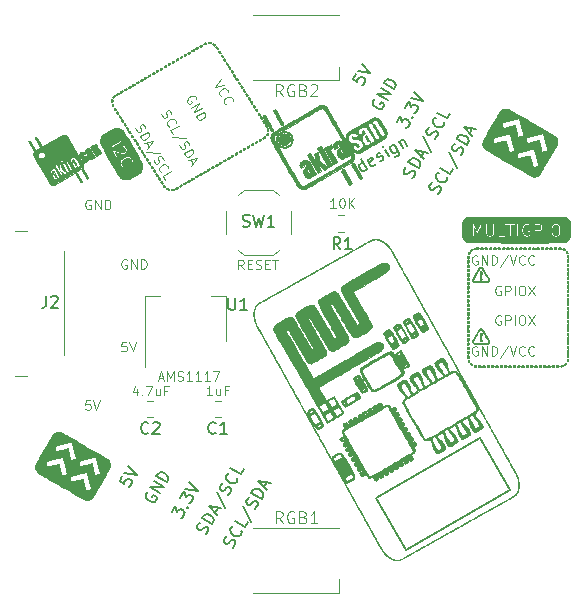
<source format=gbr>
G04 #@! TF.GenerationSoftware,KiCad,Pcbnew,5.1.9-73d0e3b20d~88~ubuntu20.10.1*
G04 #@! TF.CreationDate,2021-03-27T00:21:14+01:00*
G04 #@! TF.ProjectId,esp8266_01,65737038-3236-4365-9f30-312e6b696361,rev?*
G04 #@! TF.SameCoordinates,Original*
G04 #@! TF.FileFunction,Legend,Top*
G04 #@! TF.FilePolarity,Positive*
%FSLAX46Y46*%
G04 Gerber Fmt 4.6, Leading zero omitted, Abs format (unit mm)*
G04 Created by KiCad (PCBNEW 5.1.9-73d0e3b20d~88~ubuntu20.10.1) date 2021-03-27 00:21:14*
%MOMM*%
%LPD*%
G01*
G04 APERTURE LIST*
%ADD10C,0.150000*%
%ADD11C,0.100000*%
%ADD12C,0.010000*%
%ADD13C,0.152400*%
%ADD14C,0.120000*%
G04 APERTURE END LIST*
D10*
X217760336Y-58472725D02*
X217260336Y-57606700D01*
X217736526Y-58431486D02*
X217677857Y-58520344D01*
X217512900Y-58615582D01*
X217406612Y-58621962D01*
X217341563Y-58604532D01*
X217252705Y-58545863D01*
X217109847Y-58298427D01*
X217103468Y-58192139D01*
X217120897Y-58127091D01*
X217179567Y-58038232D01*
X217344524Y-57942994D01*
X217450812Y-57936614D01*
X218478834Y-58002915D02*
X218420165Y-58091773D01*
X218255207Y-58187011D01*
X218148919Y-58193391D01*
X218060061Y-58134722D01*
X217869585Y-57804807D01*
X217863205Y-57698519D01*
X217921874Y-57609661D01*
X218086831Y-57514423D01*
X218193119Y-57508043D01*
X218281978Y-57566712D01*
X218329597Y-57649191D01*
X217964823Y-57969764D01*
X218849987Y-57788629D02*
X218956276Y-57782249D01*
X219121233Y-57687011D01*
X219179902Y-57598153D01*
X219173522Y-57491865D01*
X219149713Y-57450625D01*
X219060854Y-57391956D01*
X218954566Y-57398336D01*
X218830848Y-57469764D01*
X218724560Y-57476144D01*
X218635702Y-57417475D01*
X218611892Y-57376236D01*
X218605512Y-57269948D01*
X218664182Y-57181089D01*
X218787899Y-57109661D01*
X218894188Y-57103281D01*
X219616104Y-57401297D02*
X219282771Y-56823946D01*
X219116104Y-56535271D02*
X219098675Y-56600320D01*
X219163723Y-56617750D01*
X219181153Y-56552701D01*
X219116104Y-56535271D01*
X219163723Y-56617750D01*
X220066318Y-56371565D02*
X220471080Y-57072634D01*
X220477460Y-57178922D01*
X220460030Y-57243971D01*
X220401361Y-57332829D01*
X220277643Y-57404258D01*
X220171355Y-57410637D01*
X220375842Y-56907676D02*
X220317173Y-56996535D01*
X220152215Y-57091773D01*
X220045927Y-57098153D01*
X219980878Y-57080723D01*
X219892020Y-57022054D01*
X219749163Y-56774618D01*
X219742783Y-56668330D01*
X219760213Y-56603281D01*
X219818882Y-56514423D01*
X219983839Y-56419185D01*
X220090127Y-56412805D01*
X220478711Y-56133470D02*
X220812044Y-56710821D01*
X220526330Y-56215949D02*
X220543760Y-56150900D01*
X220602429Y-56062042D01*
X220726147Y-55990613D01*
X220832435Y-55984233D01*
X220921293Y-56042902D01*
X221183198Y-56496535D01*
D11*
X194390476Y-61100000D02*
X194314285Y-61061904D01*
X194200000Y-61061904D01*
X194085714Y-61100000D01*
X194009523Y-61176190D01*
X193971428Y-61252380D01*
X193933333Y-61404761D01*
X193933333Y-61519047D01*
X193971428Y-61671428D01*
X194009523Y-61747619D01*
X194085714Y-61823809D01*
X194200000Y-61861904D01*
X194276190Y-61861904D01*
X194390476Y-61823809D01*
X194428571Y-61785714D01*
X194428571Y-61519047D01*
X194276190Y-61519047D01*
X194771428Y-61861904D02*
X194771428Y-61061904D01*
X195228571Y-61861904D01*
X195228571Y-61061904D01*
X195609523Y-61861904D02*
X195609523Y-61061904D01*
X195800000Y-61061904D01*
X195914285Y-61100000D01*
X195990476Y-61176190D01*
X196028571Y-61252380D01*
X196066666Y-61404761D01*
X196066666Y-61519047D01*
X196028571Y-61671428D01*
X195990476Y-61747619D01*
X195914285Y-61823809D01*
X195800000Y-61861904D01*
X195609523Y-61861904D01*
X194347619Y-78061904D02*
X193966666Y-78061904D01*
X193928571Y-78442857D01*
X193966666Y-78404761D01*
X194042857Y-78366666D01*
X194233333Y-78366666D01*
X194309523Y-78404761D01*
X194347619Y-78442857D01*
X194385714Y-78519047D01*
X194385714Y-78709523D01*
X194347619Y-78785714D01*
X194309523Y-78823809D01*
X194233333Y-78861904D01*
X194042857Y-78861904D01*
X193966666Y-78823809D01*
X193928571Y-78785714D01*
X194614285Y-78061904D02*
X194880952Y-78861904D01*
X195147619Y-78061904D01*
X197397619Y-73111904D02*
X197016666Y-73111904D01*
X196978571Y-73492857D01*
X197016666Y-73454761D01*
X197092857Y-73416666D01*
X197283333Y-73416666D01*
X197359523Y-73454761D01*
X197397619Y-73492857D01*
X197435714Y-73569047D01*
X197435714Y-73759523D01*
X197397619Y-73835714D01*
X197359523Y-73873809D01*
X197283333Y-73911904D01*
X197092857Y-73911904D01*
X197016666Y-73873809D01*
X196978571Y-73835714D01*
X197664285Y-73111904D02*
X197930952Y-73911904D01*
X198197619Y-73111904D01*
X197440476Y-66150000D02*
X197364285Y-66111904D01*
X197250000Y-66111904D01*
X197135714Y-66150000D01*
X197059523Y-66226190D01*
X197021428Y-66302380D01*
X196983333Y-66454761D01*
X196983333Y-66569047D01*
X197021428Y-66721428D01*
X197059523Y-66797619D01*
X197135714Y-66873809D01*
X197250000Y-66911904D01*
X197326190Y-66911904D01*
X197440476Y-66873809D01*
X197478571Y-66835714D01*
X197478571Y-66569047D01*
X197326190Y-66569047D01*
X197821428Y-66911904D02*
X197821428Y-66111904D01*
X198278571Y-66911904D01*
X198278571Y-66111904D01*
X198659523Y-66911904D02*
X198659523Y-66111904D01*
X198850000Y-66111904D01*
X198964285Y-66150000D01*
X199040476Y-66226190D01*
X199078571Y-66302380D01*
X199116666Y-66454761D01*
X199116666Y-66569047D01*
X199078571Y-66721428D01*
X199040476Y-66797619D01*
X198964285Y-66873809D01*
X198850000Y-66911904D01*
X198659523Y-66911904D01*
X210633333Y-52302380D02*
X210300000Y-51826190D01*
X210061904Y-52302380D02*
X210061904Y-51302380D01*
X210442857Y-51302380D01*
X210538095Y-51350000D01*
X210585714Y-51397619D01*
X210633333Y-51492857D01*
X210633333Y-51635714D01*
X210585714Y-51730952D01*
X210538095Y-51778571D01*
X210442857Y-51826190D01*
X210061904Y-51826190D01*
X211585714Y-51350000D02*
X211490476Y-51302380D01*
X211347619Y-51302380D01*
X211204761Y-51350000D01*
X211109523Y-51445238D01*
X211061904Y-51540476D01*
X211014285Y-51730952D01*
X211014285Y-51873809D01*
X211061904Y-52064285D01*
X211109523Y-52159523D01*
X211204761Y-52254761D01*
X211347619Y-52302380D01*
X211442857Y-52302380D01*
X211585714Y-52254761D01*
X211633333Y-52207142D01*
X211633333Y-51873809D01*
X211442857Y-51873809D01*
X212395238Y-51778571D02*
X212538095Y-51826190D01*
X212585714Y-51873809D01*
X212633333Y-51969047D01*
X212633333Y-52111904D01*
X212585714Y-52207142D01*
X212538095Y-52254761D01*
X212442857Y-52302380D01*
X212061904Y-52302380D01*
X212061904Y-51302380D01*
X212395238Y-51302380D01*
X212490476Y-51350000D01*
X212538095Y-51397619D01*
X212585714Y-51492857D01*
X212585714Y-51588095D01*
X212538095Y-51683333D01*
X212490476Y-51730952D01*
X212395238Y-51778571D01*
X212061904Y-51778571D01*
X213014285Y-51397619D02*
X213061904Y-51350000D01*
X213157142Y-51302380D01*
X213395238Y-51302380D01*
X213490476Y-51350000D01*
X213538095Y-51397619D01*
X213585714Y-51492857D01*
X213585714Y-51588095D01*
X213538095Y-51730952D01*
X212966666Y-52302380D01*
X213585714Y-52302380D01*
X210633333Y-88452380D02*
X210300000Y-87976190D01*
X210061904Y-88452380D02*
X210061904Y-87452380D01*
X210442857Y-87452380D01*
X210538095Y-87500000D01*
X210585714Y-87547619D01*
X210633333Y-87642857D01*
X210633333Y-87785714D01*
X210585714Y-87880952D01*
X210538095Y-87928571D01*
X210442857Y-87976190D01*
X210061904Y-87976190D01*
X211585714Y-87500000D02*
X211490476Y-87452380D01*
X211347619Y-87452380D01*
X211204761Y-87500000D01*
X211109523Y-87595238D01*
X211061904Y-87690476D01*
X211014285Y-87880952D01*
X211014285Y-88023809D01*
X211061904Y-88214285D01*
X211109523Y-88309523D01*
X211204761Y-88404761D01*
X211347619Y-88452380D01*
X211442857Y-88452380D01*
X211585714Y-88404761D01*
X211633333Y-88357142D01*
X211633333Y-88023809D01*
X211442857Y-88023809D01*
X212395238Y-87928571D02*
X212538095Y-87976190D01*
X212585714Y-88023809D01*
X212633333Y-88119047D01*
X212633333Y-88261904D01*
X212585714Y-88357142D01*
X212538095Y-88404761D01*
X212442857Y-88452380D01*
X212061904Y-88452380D01*
X212061904Y-87452380D01*
X212395238Y-87452380D01*
X212490476Y-87500000D01*
X212538095Y-87547619D01*
X212585714Y-87642857D01*
X212585714Y-87738095D01*
X212538095Y-87833333D01*
X212490476Y-87880952D01*
X212395238Y-87928571D01*
X212061904Y-87928571D01*
X213585714Y-88452380D02*
X213014285Y-88452380D01*
X213300000Y-88452380D02*
X213300000Y-87452380D01*
X213204761Y-87595238D01*
X213109523Y-87690476D01*
X213014285Y-87738095D01*
X198171953Y-55000965D02*
X198196105Y-55118987D01*
X198291343Y-55283944D01*
X198362429Y-55330879D01*
X198414468Y-55344823D01*
X198499499Y-55339719D01*
X198565482Y-55301624D01*
X198612417Y-55230537D01*
X198626361Y-55178498D01*
X198621257Y-55093468D01*
X198578058Y-54942454D01*
X198572954Y-54857424D01*
X198586898Y-54805385D01*
X198633833Y-54734298D01*
X198699816Y-54696203D01*
X198784847Y-54691099D01*
X198836886Y-54705043D01*
X198907973Y-54751978D01*
X199003211Y-54916935D01*
X199027362Y-55034957D01*
X198538962Y-55712833D02*
X199231782Y-55312833D01*
X199327020Y-55477790D01*
X199351172Y-55595812D01*
X199323284Y-55699890D01*
X199276349Y-55770977D01*
X199163430Y-55880159D01*
X199064456Y-55937301D01*
X198913443Y-55980500D01*
X198828412Y-55985604D01*
X198724334Y-55957717D01*
X198634200Y-55877790D01*
X198538962Y-55712833D01*
X199117863Y-56258376D02*
X199308339Y-56588290D01*
X198881819Y-56306679D02*
X199707973Y-56137619D01*
X199148486Y-56768559D01*
X200293345Y-57075323D02*
X199059719Y-56995763D01*
X199714810Y-57673272D02*
X199738962Y-57791294D01*
X199834200Y-57956251D01*
X199905287Y-58003186D01*
X199957326Y-58017130D01*
X200042356Y-58012026D01*
X200108339Y-57973931D01*
X200155274Y-57902844D01*
X200169218Y-57850805D01*
X200164114Y-57765775D01*
X200120915Y-57614761D01*
X200115811Y-57529731D01*
X200129755Y-57477692D01*
X200176691Y-57406605D01*
X200242673Y-57368510D01*
X200327704Y-57363406D01*
X200379743Y-57377350D01*
X200450830Y-57424285D01*
X200546068Y-57589242D01*
X200570219Y-57707264D01*
X200376373Y-58742942D02*
X200324334Y-58728998D01*
X200234200Y-58649071D01*
X200196105Y-58583088D01*
X200171953Y-58465066D01*
X200199841Y-58360988D01*
X200246776Y-58289901D01*
X200359694Y-58180720D01*
X200458669Y-58123577D01*
X200609682Y-58080378D01*
X200694712Y-58075274D01*
X200798791Y-58103162D01*
X200888925Y-58183088D01*
X200927020Y-58249071D01*
X200951172Y-58367093D01*
X200937228Y-58419132D01*
X200672295Y-59407874D02*
X200481819Y-59077960D01*
X201174639Y-58677960D01*
X200371953Y-53800965D02*
X200396105Y-53918987D01*
X200491343Y-54083944D01*
X200562429Y-54130879D01*
X200614468Y-54144823D01*
X200699499Y-54139719D01*
X200765482Y-54101624D01*
X200812417Y-54030537D01*
X200826361Y-53978498D01*
X200821257Y-53893468D01*
X200778058Y-53742454D01*
X200772954Y-53657424D01*
X200786898Y-53605385D01*
X200833833Y-53534298D01*
X200899816Y-53496203D01*
X200984847Y-53491099D01*
X201036886Y-53505043D01*
X201107973Y-53551978D01*
X201203211Y-53716935D01*
X201227362Y-53834957D01*
X201033516Y-54870635D02*
X200981477Y-54856691D01*
X200891343Y-54776764D01*
X200853247Y-54710781D01*
X200829096Y-54592759D01*
X200856984Y-54488681D01*
X200903919Y-54417595D01*
X201016837Y-54308413D01*
X201115811Y-54251270D01*
X201266825Y-54208071D01*
X201351855Y-54202967D01*
X201455933Y-54230855D01*
X201546068Y-54310781D01*
X201584163Y-54376764D01*
X201608314Y-54494786D01*
X201594371Y-54546825D01*
X201329438Y-55535567D02*
X201138962Y-55205653D01*
X201831782Y-54805653D01*
X202474297Y-55842332D02*
X201240671Y-55762771D01*
X201895763Y-56440280D02*
X201919914Y-56558302D01*
X202015152Y-56723259D01*
X202086239Y-56770195D01*
X202138278Y-56784138D01*
X202223308Y-56779035D01*
X202289291Y-56740939D01*
X202336227Y-56669853D01*
X202350170Y-56617814D01*
X202345067Y-56532783D01*
X202301868Y-56381770D01*
X202296764Y-56296739D01*
X202310708Y-56244700D01*
X202357643Y-56173614D01*
X202423626Y-56135518D01*
X202508656Y-56130415D01*
X202560695Y-56144358D01*
X202631782Y-56191294D01*
X202727020Y-56356251D01*
X202751172Y-56474273D01*
X202262771Y-57152148D02*
X202955592Y-56752148D01*
X203050830Y-56917105D01*
X203074981Y-57035127D01*
X203047093Y-57139205D01*
X203000158Y-57210292D01*
X202887240Y-57319474D01*
X202788266Y-57376617D01*
X202637252Y-57419816D01*
X202552222Y-57424920D01*
X202448144Y-57397032D01*
X202358009Y-57317105D01*
X202262771Y-57152148D01*
X202841672Y-57697691D02*
X203032148Y-58027606D01*
X202605628Y-57745994D02*
X203431782Y-57576934D01*
X202872295Y-58207874D01*
X203341648Y-52572136D02*
X203336544Y-52487106D01*
X203279401Y-52388132D01*
X203189267Y-52308205D01*
X203085189Y-52280317D01*
X203000158Y-52285421D01*
X202849145Y-52328620D01*
X202750170Y-52385763D01*
X202637252Y-52494945D01*
X202590317Y-52566031D01*
X202562429Y-52670110D01*
X202586581Y-52788132D01*
X202624676Y-52854114D01*
X202714810Y-52934041D01*
X202766849Y-52947985D01*
X202997789Y-52814652D01*
X202921599Y-52682686D01*
X202872295Y-53283003D02*
X203565115Y-52883003D01*
X203100866Y-53678901D01*
X203793687Y-53278901D01*
X203291343Y-54008815D02*
X203984163Y-53608815D01*
X204079401Y-53773772D01*
X204103553Y-53891794D01*
X204075665Y-53995872D01*
X204028730Y-54066959D01*
X203915811Y-54176141D01*
X203816837Y-54233284D01*
X203665824Y-54276483D01*
X203580793Y-54281587D01*
X203476715Y-54253699D01*
X203386581Y-54173772D01*
X203291343Y-54008815D01*
X205446068Y-50857191D02*
X204886581Y-51488132D01*
X205712734Y-51319072D01*
X205447802Y-52307814D02*
X205395763Y-52293870D01*
X205305628Y-52213943D01*
X205267533Y-52147960D01*
X205243382Y-52029938D01*
X205271269Y-51925860D01*
X205318205Y-51854774D01*
X205431123Y-51745592D01*
X205530097Y-51688449D01*
X205681111Y-51645250D01*
X205766141Y-51640146D01*
X205870219Y-51668034D01*
X205960353Y-51747960D01*
X205998449Y-51813943D01*
X206022600Y-51931965D01*
X206008656Y-51984004D01*
X205847802Y-53000634D02*
X205795763Y-52986690D01*
X205705628Y-52906764D01*
X205667533Y-52840781D01*
X205643382Y-52722759D01*
X205671269Y-52618681D01*
X205718205Y-52547594D01*
X205831123Y-52438412D01*
X205930097Y-52381269D01*
X206081111Y-52338070D01*
X206166141Y-52332966D01*
X206270219Y-52360854D01*
X206360353Y-52440781D01*
X206398449Y-52506764D01*
X206422600Y-52624786D01*
X206408656Y-52676825D01*
X229119047Y-70900000D02*
X229042857Y-70861904D01*
X228928571Y-70861904D01*
X228814285Y-70900000D01*
X228738095Y-70976190D01*
X228700000Y-71052380D01*
X228661904Y-71204761D01*
X228661904Y-71319047D01*
X228700000Y-71471428D01*
X228738095Y-71547619D01*
X228814285Y-71623809D01*
X228928571Y-71661904D01*
X229004761Y-71661904D01*
X229119047Y-71623809D01*
X229157142Y-71585714D01*
X229157142Y-71319047D01*
X229004761Y-71319047D01*
X229500000Y-71661904D02*
X229500000Y-70861904D01*
X229804761Y-70861904D01*
X229880952Y-70900000D01*
X229919047Y-70938095D01*
X229957142Y-71014285D01*
X229957142Y-71128571D01*
X229919047Y-71204761D01*
X229880952Y-71242857D01*
X229804761Y-71280952D01*
X229500000Y-71280952D01*
X230300000Y-71661904D02*
X230300000Y-70861904D01*
X230833333Y-70861904D02*
X230985714Y-70861904D01*
X231061904Y-70900000D01*
X231138095Y-70976190D01*
X231176190Y-71128571D01*
X231176190Y-71395238D01*
X231138095Y-71547619D01*
X231061904Y-71623809D01*
X230985714Y-71661904D01*
X230833333Y-71661904D01*
X230757142Y-71623809D01*
X230680952Y-71547619D01*
X230642857Y-71395238D01*
X230642857Y-71128571D01*
X230680952Y-70976190D01*
X230757142Y-70900000D01*
X230833333Y-70861904D01*
X231442857Y-70861904D02*
X231976190Y-71661904D01*
X231976190Y-70861904D02*
X231442857Y-71661904D01*
X229119047Y-68400000D02*
X229042857Y-68361904D01*
X228928571Y-68361904D01*
X228814285Y-68400000D01*
X228738095Y-68476190D01*
X228700000Y-68552380D01*
X228661904Y-68704761D01*
X228661904Y-68819047D01*
X228700000Y-68971428D01*
X228738095Y-69047619D01*
X228814285Y-69123809D01*
X228928571Y-69161904D01*
X229004761Y-69161904D01*
X229119047Y-69123809D01*
X229157142Y-69085714D01*
X229157142Y-68819047D01*
X229004761Y-68819047D01*
X229500000Y-69161904D02*
X229500000Y-68361904D01*
X229804761Y-68361904D01*
X229880952Y-68400000D01*
X229919047Y-68438095D01*
X229957142Y-68514285D01*
X229957142Y-68628571D01*
X229919047Y-68704761D01*
X229880952Y-68742857D01*
X229804761Y-68780952D01*
X229500000Y-68780952D01*
X230300000Y-69161904D02*
X230300000Y-68361904D01*
X230833333Y-68361904D02*
X230985714Y-68361904D01*
X231061904Y-68400000D01*
X231138095Y-68476190D01*
X231176190Y-68628571D01*
X231176190Y-68895238D01*
X231138095Y-69047619D01*
X231061904Y-69123809D01*
X230985714Y-69161904D01*
X230833333Y-69161904D01*
X230757142Y-69123809D01*
X230680952Y-69047619D01*
X230642857Y-68895238D01*
X230642857Y-68628571D01*
X230680952Y-68476190D01*
X230757142Y-68400000D01*
X230833333Y-68361904D01*
X231442857Y-68361904D02*
X231976190Y-69161904D01*
X231976190Y-68361904D02*
X231442857Y-69161904D01*
X227128571Y-73500000D02*
X227052380Y-73461904D01*
X226938095Y-73461904D01*
X226823809Y-73500000D01*
X226747619Y-73576190D01*
X226709523Y-73652380D01*
X226671428Y-73804761D01*
X226671428Y-73919047D01*
X226709523Y-74071428D01*
X226747619Y-74147619D01*
X226823809Y-74223809D01*
X226938095Y-74261904D01*
X227014285Y-74261904D01*
X227128571Y-74223809D01*
X227166666Y-74185714D01*
X227166666Y-73919047D01*
X227014285Y-73919047D01*
X227509523Y-74261904D02*
X227509523Y-73461904D01*
X227966666Y-74261904D01*
X227966666Y-73461904D01*
X228347619Y-74261904D02*
X228347619Y-73461904D01*
X228538095Y-73461904D01*
X228652380Y-73500000D01*
X228728571Y-73576190D01*
X228766666Y-73652380D01*
X228804761Y-73804761D01*
X228804761Y-73919047D01*
X228766666Y-74071428D01*
X228728571Y-74147619D01*
X228652380Y-74223809D01*
X228538095Y-74261904D01*
X228347619Y-74261904D01*
X229719047Y-73423809D02*
X229033333Y-74452380D01*
X229871428Y-73461904D02*
X230138095Y-74261904D01*
X230404761Y-73461904D01*
X231128571Y-74185714D02*
X231090476Y-74223809D01*
X230976190Y-74261904D01*
X230900000Y-74261904D01*
X230785714Y-74223809D01*
X230709523Y-74147619D01*
X230671428Y-74071428D01*
X230633333Y-73919047D01*
X230633333Y-73804761D01*
X230671428Y-73652380D01*
X230709523Y-73576190D01*
X230785714Y-73500000D01*
X230900000Y-73461904D01*
X230976190Y-73461904D01*
X231090476Y-73500000D01*
X231128571Y-73538095D01*
X231928571Y-74185714D02*
X231890476Y-74223809D01*
X231776190Y-74261904D01*
X231700000Y-74261904D01*
X231585714Y-74223809D01*
X231509523Y-74147619D01*
X231471428Y-74071428D01*
X231433333Y-73919047D01*
X231433333Y-73804761D01*
X231471428Y-73652380D01*
X231509523Y-73576190D01*
X231585714Y-73500000D01*
X231700000Y-73461904D01*
X231776190Y-73461904D01*
X231890476Y-73500000D01*
X231928571Y-73538095D01*
X215147619Y-61761904D02*
X214690476Y-61761904D01*
X214919047Y-61761904D02*
X214919047Y-60961904D01*
X214842857Y-61076190D01*
X214766666Y-61152380D01*
X214690476Y-61190476D01*
X215642857Y-60961904D02*
X215719047Y-60961904D01*
X215795238Y-61000000D01*
X215833333Y-61038095D01*
X215871428Y-61114285D01*
X215909523Y-61266666D01*
X215909523Y-61457142D01*
X215871428Y-61609523D01*
X215833333Y-61685714D01*
X215795238Y-61723809D01*
X215719047Y-61761904D01*
X215642857Y-61761904D01*
X215566666Y-61723809D01*
X215528571Y-61685714D01*
X215490476Y-61609523D01*
X215452380Y-61457142D01*
X215452380Y-61266666D01*
X215490476Y-61114285D01*
X215528571Y-61038095D01*
X215566666Y-61000000D01*
X215642857Y-60961904D01*
X216252380Y-61761904D02*
X216252380Y-60961904D01*
X216709523Y-61761904D02*
X216366666Y-61304761D01*
X216709523Y-60961904D02*
X216252380Y-61419047D01*
X204673809Y-77611904D02*
X204216666Y-77611904D01*
X204445238Y-77611904D02*
X204445238Y-76811904D01*
X204369047Y-76926190D01*
X204292857Y-77002380D01*
X204216666Y-77040476D01*
X205359523Y-77078571D02*
X205359523Y-77611904D01*
X205016666Y-77078571D02*
X205016666Y-77497619D01*
X205054761Y-77573809D01*
X205130952Y-77611904D01*
X205245238Y-77611904D01*
X205321428Y-77573809D01*
X205359523Y-77535714D01*
X206007142Y-77192857D02*
X205740476Y-77192857D01*
X205740476Y-77611904D02*
X205740476Y-76811904D01*
X206121428Y-76811904D01*
X198316190Y-77108571D02*
X198316190Y-77641904D01*
X198125714Y-76803809D02*
X197935238Y-77375238D01*
X198430476Y-77375238D01*
X198735238Y-77565714D02*
X198773333Y-77603809D01*
X198735238Y-77641904D01*
X198697142Y-77603809D01*
X198735238Y-77565714D01*
X198735238Y-77641904D01*
X199040000Y-76841904D02*
X199573333Y-76841904D01*
X199230476Y-77641904D01*
X200220952Y-77108571D02*
X200220952Y-77641904D01*
X199878095Y-77108571D02*
X199878095Y-77527619D01*
X199916190Y-77603809D01*
X199992380Y-77641904D01*
X200106666Y-77641904D01*
X200182857Y-77603809D01*
X200220952Y-77565714D01*
X200868571Y-77222857D02*
X200601904Y-77222857D01*
X200601904Y-77641904D02*
X200601904Y-76841904D01*
X200982857Y-76841904D01*
X207338095Y-66961904D02*
X207071428Y-66580952D01*
X206880952Y-66961904D02*
X206880952Y-66161904D01*
X207185714Y-66161904D01*
X207261904Y-66200000D01*
X207300000Y-66238095D01*
X207338095Y-66314285D01*
X207338095Y-66428571D01*
X207300000Y-66504761D01*
X207261904Y-66542857D01*
X207185714Y-66580952D01*
X206880952Y-66580952D01*
X207680952Y-66542857D02*
X207947619Y-66542857D01*
X208061904Y-66961904D02*
X207680952Y-66961904D01*
X207680952Y-66161904D01*
X208061904Y-66161904D01*
X208366666Y-66923809D02*
X208480952Y-66961904D01*
X208671428Y-66961904D01*
X208747619Y-66923809D01*
X208785714Y-66885714D01*
X208823809Y-66809523D01*
X208823809Y-66733333D01*
X208785714Y-66657142D01*
X208747619Y-66619047D01*
X208671428Y-66580952D01*
X208519047Y-66542857D01*
X208442857Y-66504761D01*
X208404761Y-66466666D01*
X208366666Y-66390476D01*
X208366666Y-66314285D01*
X208404761Y-66238095D01*
X208442857Y-66200000D01*
X208519047Y-66161904D01*
X208709523Y-66161904D01*
X208823809Y-66200000D01*
X209166666Y-66542857D02*
X209433333Y-66542857D01*
X209547619Y-66961904D02*
X209166666Y-66961904D01*
X209166666Y-66161904D01*
X209547619Y-66161904D01*
X209776190Y-66161904D02*
X210233333Y-66161904D01*
X210004761Y-66961904D02*
X210004761Y-66161904D01*
X200147619Y-76183333D02*
X200528571Y-76183333D01*
X200071428Y-76411904D02*
X200338095Y-75611904D01*
X200604761Y-76411904D01*
X200871428Y-76411904D02*
X200871428Y-75611904D01*
X201138095Y-76183333D01*
X201404761Y-75611904D01*
X201404761Y-76411904D01*
X201747619Y-76373809D02*
X201861904Y-76411904D01*
X202052380Y-76411904D01*
X202128571Y-76373809D01*
X202166666Y-76335714D01*
X202204761Y-76259523D01*
X202204761Y-76183333D01*
X202166666Y-76107142D01*
X202128571Y-76069047D01*
X202052380Y-76030952D01*
X201900000Y-75992857D01*
X201823809Y-75954761D01*
X201785714Y-75916666D01*
X201747619Y-75840476D01*
X201747619Y-75764285D01*
X201785714Y-75688095D01*
X201823809Y-75650000D01*
X201900000Y-75611904D01*
X202090476Y-75611904D01*
X202204761Y-75650000D01*
X202966666Y-76411904D02*
X202509523Y-76411904D01*
X202738095Y-76411904D02*
X202738095Y-75611904D01*
X202661904Y-75726190D01*
X202585714Y-75802380D01*
X202509523Y-75840476D01*
X203728571Y-76411904D02*
X203271428Y-76411904D01*
X203500000Y-76411904D02*
X203500000Y-75611904D01*
X203423809Y-75726190D01*
X203347619Y-75802380D01*
X203271428Y-75840476D01*
X204490476Y-76411904D02*
X204033333Y-76411904D01*
X204261904Y-76411904D02*
X204261904Y-75611904D01*
X204185714Y-75726190D01*
X204109523Y-75802380D01*
X204033333Y-75840476D01*
X204757142Y-75611904D02*
X205290476Y-75611904D01*
X204947619Y-76411904D01*
X227128571Y-65800000D02*
X227052380Y-65761904D01*
X226938095Y-65761904D01*
X226823809Y-65800000D01*
X226747619Y-65876190D01*
X226709523Y-65952380D01*
X226671428Y-66104761D01*
X226671428Y-66219047D01*
X226709523Y-66371428D01*
X226747619Y-66447619D01*
X226823809Y-66523809D01*
X226938095Y-66561904D01*
X227014285Y-66561904D01*
X227128571Y-66523809D01*
X227166666Y-66485714D01*
X227166666Y-66219047D01*
X227014285Y-66219047D01*
X227509523Y-66561904D02*
X227509523Y-65761904D01*
X227966666Y-66561904D01*
X227966666Y-65761904D01*
X228347619Y-66561904D02*
X228347619Y-65761904D01*
X228538095Y-65761904D01*
X228652380Y-65800000D01*
X228728571Y-65876190D01*
X228766666Y-65952380D01*
X228804761Y-66104761D01*
X228804761Y-66219047D01*
X228766666Y-66371428D01*
X228728571Y-66447619D01*
X228652380Y-66523809D01*
X228538095Y-66561904D01*
X228347619Y-66561904D01*
X229719047Y-65723809D02*
X229033333Y-66752380D01*
X229871428Y-65761904D02*
X230138095Y-66561904D01*
X230404761Y-65761904D01*
X231128571Y-66485714D02*
X231090476Y-66523809D01*
X230976190Y-66561904D01*
X230900000Y-66561904D01*
X230785714Y-66523809D01*
X230709523Y-66447619D01*
X230671428Y-66371428D01*
X230633333Y-66219047D01*
X230633333Y-66104761D01*
X230671428Y-65952380D01*
X230709523Y-65876190D01*
X230785714Y-65800000D01*
X230900000Y-65761904D01*
X230976190Y-65761904D01*
X231090476Y-65800000D01*
X231128571Y-65838095D01*
X231928571Y-66485714D02*
X231890476Y-66523809D01*
X231776190Y-66561904D01*
X231700000Y-66561904D01*
X231585714Y-66523809D01*
X231509523Y-66447619D01*
X231471428Y-66371428D01*
X231433333Y-66219047D01*
X231433333Y-66104761D01*
X231471428Y-65952380D01*
X231509523Y-65876190D01*
X231585714Y-65800000D01*
X231700000Y-65761904D01*
X231776190Y-65761904D01*
X231890476Y-65800000D01*
X231928571Y-65838095D01*
D12*
G36*
X230787241Y-62519545D02*
G01*
X231066731Y-62519666D01*
X231343458Y-62519852D01*
X231616248Y-62520104D01*
X231883929Y-62520421D01*
X232145326Y-62520804D01*
X232399266Y-62521252D01*
X232644577Y-62521765D01*
X232880083Y-62522343D01*
X233104613Y-62522987D01*
X233316992Y-62523696D01*
X233516047Y-62524471D01*
X233700604Y-62525311D01*
X233869491Y-62526216D01*
X234021533Y-62527186D01*
X234155557Y-62528222D01*
X234270391Y-62529324D01*
X234364859Y-62530490D01*
X234437789Y-62531722D01*
X234488008Y-62533019D01*
X234514342Y-62534382D01*
X234517349Y-62534790D01*
X234627582Y-62570687D01*
X234726627Y-62627691D01*
X234811882Y-62703005D01*
X234880745Y-62793830D01*
X234930617Y-62897370D01*
X234958700Y-63009450D01*
X234961545Y-63041952D01*
X234964170Y-63096501D01*
X234966503Y-63169745D01*
X234968473Y-63258331D01*
X234970007Y-63358907D01*
X234971035Y-63468120D01*
X234971483Y-63582619D01*
X234971496Y-63606350D01*
X234971175Y-63721515D01*
X234970261Y-63832080D01*
X234968824Y-63934693D01*
X234966937Y-64026000D01*
X234964672Y-64102650D01*
X234962101Y-64161289D01*
X234959295Y-64198566D01*
X234958700Y-64203250D01*
X234929838Y-64319403D01*
X234879425Y-64423580D01*
X234809255Y-64513804D01*
X234721124Y-64588101D01*
X234616829Y-64644495D01*
X234531395Y-64673255D01*
X234522280Y-64675053D01*
X234508653Y-64676733D01*
X234489706Y-64678301D01*
X234464630Y-64679759D01*
X234432617Y-64681111D01*
X234392858Y-64682361D01*
X234344547Y-64683511D01*
X234286873Y-64684566D01*
X234219029Y-64685529D01*
X234140207Y-64686403D01*
X234049598Y-64687192D01*
X233946394Y-64687900D01*
X233829786Y-64688530D01*
X233698967Y-64689085D01*
X233553128Y-64689568D01*
X233391460Y-64689985D01*
X233213156Y-64690337D01*
X233017408Y-64690628D01*
X232803406Y-64690863D01*
X232570342Y-64691044D01*
X232317409Y-64691175D01*
X232043798Y-64691259D01*
X231748700Y-64691300D01*
X231431308Y-64691301D01*
X231090813Y-64691266D01*
X230726407Y-64691199D01*
X230400506Y-64691119D01*
X230003009Y-64690994D01*
X229630219Y-64690836D01*
X229281443Y-64690641D01*
X228955986Y-64690407D01*
X228653157Y-64690131D01*
X228372262Y-64689811D01*
X228112608Y-64689442D01*
X227873501Y-64689023D01*
X227654248Y-64688551D01*
X227454156Y-64688023D01*
X227272532Y-64687435D01*
X227108683Y-64686786D01*
X226961915Y-64686072D01*
X226831536Y-64685291D01*
X226716851Y-64684439D01*
X226617168Y-64683515D01*
X226531794Y-64682514D01*
X226460035Y-64681434D01*
X226401198Y-64680273D01*
X226354590Y-64679028D01*
X226319518Y-64677695D01*
X226295289Y-64676271D01*
X226281208Y-64674755D01*
X226278850Y-64674279D01*
X226168414Y-64634301D01*
X226070362Y-64573663D01*
X225987144Y-64495083D01*
X225921214Y-64401281D01*
X225875022Y-64294975D01*
X225853999Y-64203250D01*
X225851154Y-64170747D01*
X225848529Y-64116198D01*
X225846196Y-64042954D01*
X225844226Y-63954368D01*
X225842692Y-63853792D01*
X225841664Y-63744579D01*
X225841216Y-63630080D01*
X225841203Y-63606350D01*
X225841524Y-63491184D01*
X225842438Y-63380619D01*
X225843875Y-63278006D01*
X225845762Y-63186699D01*
X225848027Y-63110049D01*
X225849349Y-63079885D01*
X226666200Y-63079885D01*
X226666200Y-63612992D01*
X226666238Y-63743398D01*
X226666426Y-63850776D01*
X226666870Y-63937501D01*
X226667680Y-64005945D01*
X226668962Y-64058481D01*
X226670825Y-64097482D01*
X226673376Y-64125321D01*
X226676724Y-64144371D01*
X226680977Y-64157006D01*
X226686242Y-64165597D01*
X226691600Y-64171500D01*
X226722702Y-64193224D01*
X226752732Y-64191691D01*
X226786540Y-64166609D01*
X226787427Y-64165727D01*
X226818600Y-64134554D01*
X226818675Y-63800602D01*
X226818751Y-63466650D01*
X226911706Y-63665874D01*
X226943241Y-63732594D01*
X226972166Y-63792189D01*
X226996369Y-63840426D01*
X227013735Y-63873075D01*
X227021135Y-63884949D01*
X227047630Y-63900548D01*
X227082735Y-63903879D01*
X227113720Y-63894611D01*
X227121897Y-63887559D01*
X227131807Y-63870823D01*
X227150365Y-63835168D01*
X227175513Y-63784707D01*
X227205197Y-63723555D01*
X227231400Y-63668484D01*
X227326594Y-63466650D01*
X227326600Y-64134554D01*
X227357772Y-64165727D01*
X227391728Y-64191370D01*
X227421792Y-64193458D01*
X227452813Y-64172281D01*
X227453600Y-64171500D01*
X227459811Y-64164479D01*
X227464918Y-64155435D01*
X227469029Y-64141994D01*
X227472251Y-64121783D01*
X227474693Y-64092430D01*
X227476463Y-64051560D01*
X227477668Y-63996802D01*
X227478416Y-63925782D01*
X227478815Y-63836127D01*
X227478974Y-63725464D01*
X227479000Y-63612992D01*
X227479000Y-63079885D01*
X227809200Y-63079885D01*
X227809324Y-63514567D01*
X227809395Y-63631146D01*
X227809652Y-63725204D01*
X227810268Y-63799620D01*
X227811416Y-63857273D01*
X227813271Y-63901043D01*
X227816007Y-63933807D01*
X227819797Y-63958446D01*
X227824814Y-63977839D01*
X227831233Y-63994864D01*
X227839228Y-64012400D01*
X227839393Y-64012750D01*
X227868910Y-64065614D01*
X227904262Y-64105941D01*
X227952611Y-64140725D01*
X227993350Y-64163137D01*
X228030966Y-64180164D01*
X228067632Y-64190206D01*
X228112464Y-64195015D01*
X228166083Y-64196308D01*
X228224308Y-64195470D01*
X228266072Y-64191092D01*
X228300246Y-64181507D01*
X228335702Y-64165048D01*
X228337533Y-64164085D01*
X228408395Y-64119766D01*
X228460190Y-64069653D01*
X228499245Y-64007467D01*
X228502832Y-64000050D01*
X228511105Y-63981941D01*
X228517700Y-63964437D01*
X228522808Y-63944542D01*
X228526620Y-63919262D01*
X228529327Y-63885601D01*
X228531121Y-63840563D01*
X228532193Y-63781153D01*
X228532734Y-63704376D01*
X228532922Y-63613277D01*
X228850600Y-63613277D01*
X228850600Y-64134554D01*
X228881772Y-64165727D01*
X228892941Y-64176290D01*
X228904798Y-64184149D01*
X228921018Y-64189703D01*
X228945276Y-64193352D01*
X228981245Y-64195496D01*
X229032600Y-64196535D01*
X229103016Y-64196870D01*
X229168100Y-64196900D01*
X229254638Y-64196826D01*
X229319451Y-64196337D01*
X229366214Y-64195034D01*
X229398599Y-64192516D01*
X229420282Y-64188384D01*
X229434938Y-64182237D01*
X229446240Y-64173675D01*
X229454427Y-64165727D01*
X229480070Y-64131771D01*
X229482158Y-64101707D01*
X229460981Y-64070686D01*
X229460200Y-64069900D01*
X229449083Y-64060572D01*
X229434607Y-64053846D01*
X229412780Y-64049301D01*
X229379612Y-64046516D01*
X229331110Y-64045072D01*
X229263283Y-64044548D01*
X229218900Y-64044500D01*
X229003000Y-64044500D01*
X229003000Y-63092000D01*
X229282400Y-63092000D01*
X229291019Y-63119647D01*
X229307800Y-63142800D01*
X229318431Y-63151782D01*
X229332242Y-63158363D01*
X229353023Y-63162913D01*
X229384565Y-63165801D01*
X229430660Y-63167398D01*
X229495100Y-63168074D01*
X229568150Y-63168200D01*
X229803100Y-63168200D01*
X229803100Y-64134554D01*
X229834272Y-64165727D01*
X229868228Y-64191370D01*
X229898292Y-64193458D01*
X229929313Y-64172281D01*
X229930100Y-64171500D01*
X229936561Y-64164171D01*
X229941823Y-64154728D01*
X229946008Y-64140685D01*
X229949241Y-64119551D01*
X229951643Y-64088838D01*
X229953337Y-64046059D01*
X229954446Y-63988725D01*
X229955094Y-63914348D01*
X229955403Y-63820438D01*
X229955495Y-63704509D01*
X229955500Y-63657150D01*
X229955500Y-63168200D01*
X230165884Y-63168200D01*
X230242471Y-63167413D01*
X230308687Y-63165211D01*
X230360251Y-63161836D01*
X230392880Y-63157525D01*
X230400834Y-63155053D01*
X230407017Y-63152388D01*
X230412065Y-63153176D01*
X230416096Y-63159692D01*
X230419225Y-63174211D01*
X230421568Y-63199007D01*
X230423240Y-63236355D01*
X230424359Y-63288531D01*
X230425040Y-63357809D01*
X230425398Y-63446464D01*
X230425551Y-63556771D01*
X230425594Y-63640828D01*
X230425867Y-63751270D01*
X230426564Y-63853934D01*
X230427632Y-63946004D01*
X230429019Y-64024666D01*
X230430673Y-64087104D01*
X230432541Y-64130503D01*
X230434571Y-64152049D01*
X230435119Y-64153723D01*
X230464915Y-64179912D01*
X230502399Y-64189281D01*
X230530175Y-64182745D01*
X230555856Y-64165846D01*
X230568080Y-64153723D01*
X230570095Y-64138381D01*
X230571970Y-64100382D01*
X230573657Y-64042468D01*
X230575106Y-63967380D01*
X230576269Y-63877862D01*
X230577097Y-63776655D01*
X230577506Y-63675530D01*
X230859909Y-63675530D01*
X230877986Y-63798122D01*
X230880854Y-63809550D01*
X230918863Y-63922585D01*
X230968779Y-64014088D01*
X231031830Y-64085574D01*
X231109248Y-64138556D01*
X231168715Y-64164091D01*
X231243106Y-64186139D01*
X231306646Y-64194262D01*
X231369609Y-64188640D01*
X231442267Y-64169451D01*
X231444055Y-64168877D01*
X231503568Y-64145168D01*
X231523876Y-64133744D01*
X231897790Y-64133744D01*
X231929367Y-64165322D01*
X231963404Y-64191183D01*
X231993392Y-64193587D01*
X232024235Y-64172849D01*
X232025600Y-64171500D01*
X232034927Y-64160383D01*
X232041653Y-64145907D01*
X232046198Y-64124080D01*
X232048983Y-64090912D01*
X232050427Y-64042410D01*
X232050951Y-63974583D01*
X232051000Y-63930200D01*
X232051000Y-63714300D01*
X232216605Y-63714300D01*
X232287793Y-63713778D01*
X232339210Y-63711754D01*
X232376473Y-63707543D01*
X232405199Y-63700455D01*
X232431003Y-63689805D01*
X232435680Y-63687502D01*
X232514205Y-63636652D01*
X232570970Y-63573215D01*
X232597239Y-63516404D01*
X232902077Y-63516404D01*
X232902094Y-63615875D01*
X232902355Y-63729088D01*
X232903021Y-63834555D01*
X232904043Y-63929535D01*
X232905372Y-64011287D01*
X232906960Y-64077069D01*
X232908758Y-64124141D01*
X232910717Y-64149762D01*
X232911619Y-64153535D01*
X232942898Y-64180696D01*
X232981717Y-64189148D01*
X233019321Y-64178346D01*
X233038425Y-64161440D01*
X233042582Y-64150048D01*
X233046010Y-64126193D01*
X233048764Y-64088028D01*
X233050898Y-64033708D01*
X233052464Y-63961388D01*
X233053518Y-63869223D01*
X233054111Y-63755367D01*
X233054297Y-63619050D01*
X233333700Y-63619050D01*
X233336505Y-63740550D01*
X233345408Y-63840331D01*
X233361140Y-63921497D01*
X233384433Y-63987156D01*
X233416018Y-64040413D01*
X233439341Y-64067798D01*
X233482468Y-64105961D01*
X233534100Y-64142778D01*
X233562300Y-64159262D01*
X233602771Y-64178380D01*
X233639481Y-64189533D01*
X233682313Y-64194812D01*
X233737287Y-64196289D01*
X233794316Y-64195396D01*
X233835970Y-64190569D01*
X233872204Y-64179769D01*
X233912973Y-64160958D01*
X233915087Y-64159884D01*
X233983423Y-64119174D01*
X234037861Y-64072185D01*
X234079683Y-64015919D01*
X234110169Y-63947383D01*
X234130603Y-63863579D01*
X234142266Y-63761512D01*
X234146440Y-63638186D01*
X234146500Y-63619050D01*
X234143993Y-63500634D01*
X234135895Y-63403654D01*
X234121339Y-63324586D01*
X234099459Y-63259911D01*
X234069388Y-63206105D01*
X234034522Y-63163978D01*
X233973292Y-63107800D01*
X233914023Y-63070856D01*
X233848926Y-63049896D01*
X233770210Y-63041672D01*
X233740100Y-63041200D01*
X233655219Y-63045952D01*
X233586512Y-63062375D01*
X233526189Y-63093717D01*
X233466461Y-63143226D01*
X233445677Y-63163978D01*
X233407475Y-63211000D01*
X233378246Y-63265716D01*
X233357122Y-63331647D01*
X233343238Y-63412315D01*
X233335727Y-63511242D01*
X233333700Y-63619050D01*
X233054297Y-63619050D01*
X233054299Y-63617976D01*
X233054300Y-63616622D01*
X233054260Y-63487347D01*
X233054067Y-63381078D01*
X233053611Y-63295420D01*
X233052780Y-63227981D01*
X233051465Y-63176366D01*
X233049555Y-63138182D01*
X233046938Y-63111034D01*
X233043506Y-63092528D01*
X233039146Y-63080270D01*
X233033749Y-63071867D01*
X233028900Y-63066600D01*
X233001252Y-63047572D01*
X232978100Y-63041200D01*
X232950452Y-63049819D01*
X232927300Y-63066600D01*
X232921039Y-63073677D01*
X232915902Y-63082789D01*
X232911779Y-63096330D01*
X232908561Y-63116697D01*
X232906136Y-63146286D01*
X232904396Y-63187491D01*
X232903229Y-63242710D01*
X232902528Y-63314338D01*
X232902180Y-63404771D01*
X232902077Y-63516404D01*
X232597239Y-63516404D01*
X232606624Y-63496110D01*
X232621820Y-63404258D01*
X232622500Y-63377541D01*
X232613159Y-63283789D01*
X232584409Y-63205803D01*
X232535155Y-63141750D01*
X232464302Y-63089799D01*
X232444237Y-63079066D01*
X232415647Y-63065020D01*
X232390998Y-63054963D01*
X232365318Y-63048229D01*
X232333637Y-63044152D01*
X232290982Y-63042066D01*
X232232382Y-63041304D01*
X232161739Y-63041200D01*
X232078049Y-63041751D01*
X232016353Y-63043582D01*
X231973268Y-63046954D01*
X231945409Y-63052130D01*
X231929602Y-63059217D01*
X231923539Y-63064606D01*
X231918534Y-63072644D01*
X231914466Y-63085682D01*
X231911212Y-63106068D01*
X231908652Y-63136153D01*
X231906664Y-63178285D01*
X231905127Y-63234816D01*
X231903920Y-63308093D01*
X231902920Y-63400468D01*
X231902006Y-63514289D01*
X231901370Y-63605490D01*
X231897790Y-64133744D01*
X231523876Y-64133744D01*
X231554399Y-64116575D01*
X231575131Y-64100489D01*
X231619200Y-64060124D01*
X231619200Y-63859637D01*
X231619046Y-63774759D01*
X231617127Y-63711956D01*
X231611249Y-63667906D01*
X231599222Y-63639287D01*
X231578854Y-63622777D01*
X231547955Y-63615056D01*
X231504334Y-63612800D01*
X231456306Y-63612700D01*
X231386219Y-63614838D01*
X231337850Y-63622255D01*
X231307801Y-63636454D01*
X231292671Y-63658939D01*
X231289000Y-63686693D01*
X231297971Y-63726980D01*
X231325796Y-63752457D01*
X231373838Y-63764099D01*
X231398918Y-63765100D01*
X231466800Y-63765100D01*
X231466800Y-64002378D01*
X231389506Y-64025780D01*
X231342265Y-64038512D01*
X231307349Y-64042508D01*
X231273470Y-64038399D01*
X231252981Y-64033392D01*
X231177789Y-64006367D01*
X231122391Y-63969546D01*
X231088900Y-63930635D01*
X231051585Y-63857403D01*
X231026808Y-63770803D01*
X231014278Y-63676036D01*
X231013707Y-63578300D01*
X231024804Y-63482792D01*
X231047281Y-63394712D01*
X231080849Y-63319257D01*
X231125217Y-63261628D01*
X231126200Y-63260704D01*
X231182459Y-63223975D01*
X231252391Y-63201791D01*
X231328204Y-63195116D01*
X231402108Y-63204913D01*
X231446472Y-63221075D01*
X231481271Y-63236898D01*
X231503120Y-63241598D01*
X231521573Y-63235825D01*
X231535712Y-63227132D01*
X231562977Y-63197156D01*
X231568205Y-63171082D01*
X231565635Y-63141976D01*
X231555021Y-63120425D01*
X231531419Y-63100640D01*
X231489885Y-63076831D01*
X231485951Y-63074743D01*
X231409898Y-63047962D01*
X231324342Y-63040255D01*
X231235284Y-63050579D01*
X231148728Y-63077888D01*
X231070673Y-63121139D01*
X231030834Y-63153909D01*
X230976303Y-63212524D01*
X230936113Y-63272726D01*
X230905633Y-63342814D01*
X230883492Y-63417965D01*
X230861763Y-63546124D01*
X230859909Y-63675530D01*
X230577506Y-63675530D01*
X230577543Y-63666502D01*
X230577605Y-63615875D01*
X230577613Y-63486702D01*
X230577460Y-63380533D01*
X230577035Y-63294972D01*
X230576229Y-63227624D01*
X230574931Y-63176093D01*
X230573031Y-63137982D01*
X230570421Y-63110896D01*
X230566989Y-63092440D01*
X230562626Y-63080217D01*
X230557221Y-63071831D01*
X230552400Y-63066600D01*
X230516061Y-63044051D01*
X230477982Y-63046772D01*
X230457978Y-63058073D01*
X230439314Y-63067213D01*
X230421594Y-63060244D01*
X230405328Y-63045373D01*
X230375754Y-63015800D01*
X229854477Y-63015800D01*
X229725650Y-63015840D01*
X229619820Y-63016034D01*
X229534586Y-63016496D01*
X229467544Y-63017335D01*
X229416294Y-63018663D01*
X229378431Y-63020593D01*
X229351554Y-63023236D01*
X229333261Y-63026703D01*
X229321149Y-63031106D01*
X229312816Y-63036556D01*
X229307800Y-63041200D01*
X229288772Y-63068847D01*
X229282400Y-63092000D01*
X229003000Y-63092000D01*
X229003000Y-63080740D01*
X228974774Y-63060970D01*
X228934405Y-63042940D01*
X228898097Y-63049566D01*
X228876000Y-63066600D01*
X228869724Y-63073699D01*
X228864577Y-63082844D01*
X228860446Y-63096439D01*
X228857220Y-63116884D01*
X228854788Y-63146584D01*
X228853037Y-63187939D01*
X228851856Y-63243352D01*
X228851134Y-63315227D01*
X228850758Y-63405964D01*
X228850618Y-63517966D01*
X228850600Y-63613277D01*
X228532922Y-63613277D01*
X228532935Y-63607237D01*
X228532975Y-63527801D01*
X228532631Y-63422214D01*
X228531586Y-63325772D01*
X228529925Y-63241498D01*
X228527730Y-63172413D01*
X228525084Y-63121538D01*
X228522071Y-63091894D01*
X228520849Y-63086831D01*
X228497702Y-63056754D01*
X228462574Y-63044882D01*
X228422974Y-63053131D01*
X228412357Y-63059142D01*
X228380700Y-63079885D01*
X228380652Y-63495517D01*
X228380564Y-63609749D01*
X228380224Y-63701409D01*
X228379477Y-63773328D01*
X228378164Y-63828335D01*
X228376131Y-63869258D01*
X228373220Y-63898927D01*
X228369275Y-63920171D01*
X228364139Y-63935819D01*
X228357656Y-63948700D01*
X228355368Y-63952541D01*
X228315477Y-64000569D01*
X228263729Y-64030201D01*
X228196173Y-64043340D01*
X228164800Y-64044405D01*
X228103795Y-64040773D01*
X228059398Y-64028821D01*
X228041591Y-64019614D01*
X228020511Y-64006053D01*
X228003502Y-63991918D01*
X227990126Y-63974474D01*
X227979949Y-63950992D01*
X227972533Y-63918740D01*
X227967442Y-63874984D01*
X227964240Y-63816995D01*
X227962489Y-63742040D01*
X227961755Y-63647388D01*
X227961600Y-63530306D01*
X227961600Y-63518907D01*
X227961215Y-63415142D01*
X227960122Y-63320215D01*
X227958407Y-63237233D01*
X227956159Y-63169303D01*
X227953466Y-63119535D01*
X227950416Y-63091034D01*
X227949349Y-63086831D01*
X227926202Y-63056754D01*
X227891074Y-63044882D01*
X227851474Y-63053131D01*
X227840857Y-63059142D01*
X227809200Y-63079885D01*
X227479000Y-63079885D01*
X227446265Y-63058437D01*
X227412126Y-63044099D01*
X227380769Y-63048619D01*
X227368828Y-63055656D01*
X227355395Y-63070220D01*
X227339023Y-63094925D01*
X227318263Y-63132387D01*
X227291668Y-63185222D01*
X227257790Y-63256044D01*
X227215183Y-63347468D01*
X227214394Y-63349175D01*
X227177553Y-63428145D01*
X227143936Y-63498886D01*
X227115064Y-63558304D01*
X227092457Y-63603305D01*
X227077637Y-63630794D01*
X227072384Y-63638100D01*
X227064981Y-63627061D01*
X227048556Y-63596008D01*
X227024630Y-63548033D01*
X226994723Y-63486230D01*
X226960358Y-63413692D01*
X226930291Y-63349175D01*
X226887397Y-63257185D01*
X226853257Y-63185866D01*
X226826437Y-63132621D01*
X226805501Y-63094852D01*
X226789013Y-63069965D01*
X226775538Y-63055362D01*
X226764131Y-63048619D01*
X226730162Y-63044542D01*
X226698934Y-63058437D01*
X226666200Y-63079885D01*
X225849349Y-63079885D01*
X225850598Y-63051410D01*
X225853404Y-63014133D01*
X225853999Y-63009450D01*
X225882547Y-62896093D01*
X225932656Y-62792686D01*
X226001728Y-62702026D01*
X226087159Y-62626911D01*
X226186350Y-62570138D01*
X226295350Y-62534790D01*
X226314514Y-62533409D01*
X226357905Y-62532093D01*
X226424349Y-62530842D01*
X226512672Y-62529656D01*
X226621701Y-62528536D01*
X226750264Y-62527481D01*
X226897185Y-62526492D01*
X227061292Y-62525567D01*
X227241411Y-62524709D01*
X227436370Y-62523915D01*
X227644993Y-62523187D01*
X227866109Y-62522524D01*
X228098543Y-62521926D01*
X228341122Y-62521394D01*
X228592673Y-62520927D01*
X228852022Y-62520526D01*
X229117995Y-62520190D01*
X229389420Y-62519919D01*
X229665123Y-62519713D01*
X229943929Y-62519573D01*
X230224667Y-62519498D01*
X230506162Y-62519489D01*
X230787241Y-62519545D01*
G37*
X230787241Y-62519545D02*
X231066731Y-62519666D01*
X231343458Y-62519852D01*
X231616248Y-62520104D01*
X231883929Y-62520421D01*
X232145326Y-62520804D01*
X232399266Y-62521252D01*
X232644577Y-62521765D01*
X232880083Y-62522343D01*
X233104613Y-62522987D01*
X233316992Y-62523696D01*
X233516047Y-62524471D01*
X233700604Y-62525311D01*
X233869491Y-62526216D01*
X234021533Y-62527186D01*
X234155557Y-62528222D01*
X234270391Y-62529324D01*
X234364859Y-62530490D01*
X234437789Y-62531722D01*
X234488008Y-62533019D01*
X234514342Y-62534382D01*
X234517349Y-62534790D01*
X234627582Y-62570687D01*
X234726627Y-62627691D01*
X234811882Y-62703005D01*
X234880745Y-62793830D01*
X234930617Y-62897370D01*
X234958700Y-63009450D01*
X234961545Y-63041952D01*
X234964170Y-63096501D01*
X234966503Y-63169745D01*
X234968473Y-63258331D01*
X234970007Y-63358907D01*
X234971035Y-63468120D01*
X234971483Y-63582619D01*
X234971496Y-63606350D01*
X234971175Y-63721515D01*
X234970261Y-63832080D01*
X234968824Y-63934693D01*
X234966937Y-64026000D01*
X234964672Y-64102650D01*
X234962101Y-64161289D01*
X234959295Y-64198566D01*
X234958700Y-64203250D01*
X234929838Y-64319403D01*
X234879425Y-64423580D01*
X234809255Y-64513804D01*
X234721124Y-64588101D01*
X234616829Y-64644495D01*
X234531395Y-64673255D01*
X234522280Y-64675053D01*
X234508653Y-64676733D01*
X234489706Y-64678301D01*
X234464630Y-64679759D01*
X234432617Y-64681111D01*
X234392858Y-64682361D01*
X234344547Y-64683511D01*
X234286873Y-64684566D01*
X234219029Y-64685529D01*
X234140207Y-64686403D01*
X234049598Y-64687192D01*
X233946394Y-64687900D01*
X233829786Y-64688530D01*
X233698967Y-64689085D01*
X233553128Y-64689568D01*
X233391460Y-64689985D01*
X233213156Y-64690337D01*
X233017408Y-64690628D01*
X232803406Y-64690863D01*
X232570342Y-64691044D01*
X232317409Y-64691175D01*
X232043798Y-64691259D01*
X231748700Y-64691300D01*
X231431308Y-64691301D01*
X231090813Y-64691266D01*
X230726407Y-64691199D01*
X230400506Y-64691119D01*
X230003009Y-64690994D01*
X229630219Y-64690836D01*
X229281443Y-64690641D01*
X228955986Y-64690407D01*
X228653157Y-64690131D01*
X228372262Y-64689811D01*
X228112608Y-64689442D01*
X227873501Y-64689023D01*
X227654248Y-64688551D01*
X227454156Y-64688023D01*
X227272532Y-64687435D01*
X227108683Y-64686786D01*
X226961915Y-64686072D01*
X226831536Y-64685291D01*
X226716851Y-64684439D01*
X226617168Y-64683515D01*
X226531794Y-64682514D01*
X226460035Y-64681434D01*
X226401198Y-64680273D01*
X226354590Y-64679028D01*
X226319518Y-64677695D01*
X226295289Y-64676271D01*
X226281208Y-64674755D01*
X226278850Y-64674279D01*
X226168414Y-64634301D01*
X226070362Y-64573663D01*
X225987144Y-64495083D01*
X225921214Y-64401281D01*
X225875022Y-64294975D01*
X225853999Y-64203250D01*
X225851154Y-64170747D01*
X225848529Y-64116198D01*
X225846196Y-64042954D01*
X225844226Y-63954368D01*
X225842692Y-63853792D01*
X225841664Y-63744579D01*
X225841216Y-63630080D01*
X225841203Y-63606350D01*
X225841524Y-63491184D01*
X225842438Y-63380619D01*
X225843875Y-63278006D01*
X225845762Y-63186699D01*
X225848027Y-63110049D01*
X225849349Y-63079885D01*
X226666200Y-63079885D01*
X226666200Y-63612992D01*
X226666238Y-63743398D01*
X226666426Y-63850776D01*
X226666870Y-63937501D01*
X226667680Y-64005945D01*
X226668962Y-64058481D01*
X226670825Y-64097482D01*
X226673376Y-64125321D01*
X226676724Y-64144371D01*
X226680977Y-64157006D01*
X226686242Y-64165597D01*
X226691600Y-64171500D01*
X226722702Y-64193224D01*
X226752732Y-64191691D01*
X226786540Y-64166609D01*
X226787427Y-64165727D01*
X226818600Y-64134554D01*
X226818675Y-63800602D01*
X226818751Y-63466650D01*
X226911706Y-63665874D01*
X226943241Y-63732594D01*
X226972166Y-63792189D01*
X226996369Y-63840426D01*
X227013735Y-63873075D01*
X227021135Y-63884949D01*
X227047630Y-63900548D01*
X227082735Y-63903879D01*
X227113720Y-63894611D01*
X227121897Y-63887559D01*
X227131807Y-63870823D01*
X227150365Y-63835168D01*
X227175513Y-63784707D01*
X227205197Y-63723555D01*
X227231400Y-63668484D01*
X227326594Y-63466650D01*
X227326600Y-64134554D01*
X227357772Y-64165727D01*
X227391728Y-64191370D01*
X227421792Y-64193458D01*
X227452813Y-64172281D01*
X227453600Y-64171500D01*
X227459811Y-64164479D01*
X227464918Y-64155435D01*
X227469029Y-64141994D01*
X227472251Y-64121783D01*
X227474693Y-64092430D01*
X227476463Y-64051560D01*
X227477668Y-63996802D01*
X227478416Y-63925782D01*
X227478815Y-63836127D01*
X227478974Y-63725464D01*
X227479000Y-63612992D01*
X227479000Y-63079885D01*
X227809200Y-63079885D01*
X227809324Y-63514567D01*
X227809395Y-63631146D01*
X227809652Y-63725204D01*
X227810268Y-63799620D01*
X227811416Y-63857273D01*
X227813271Y-63901043D01*
X227816007Y-63933807D01*
X227819797Y-63958446D01*
X227824814Y-63977839D01*
X227831233Y-63994864D01*
X227839228Y-64012400D01*
X227839393Y-64012750D01*
X227868910Y-64065614D01*
X227904262Y-64105941D01*
X227952611Y-64140725D01*
X227993350Y-64163137D01*
X228030966Y-64180164D01*
X228067632Y-64190206D01*
X228112464Y-64195015D01*
X228166083Y-64196308D01*
X228224308Y-64195470D01*
X228266072Y-64191092D01*
X228300246Y-64181507D01*
X228335702Y-64165048D01*
X228337533Y-64164085D01*
X228408395Y-64119766D01*
X228460190Y-64069653D01*
X228499245Y-64007467D01*
X228502832Y-64000050D01*
X228511105Y-63981941D01*
X228517700Y-63964437D01*
X228522808Y-63944542D01*
X228526620Y-63919262D01*
X228529327Y-63885601D01*
X228531121Y-63840563D01*
X228532193Y-63781153D01*
X228532734Y-63704376D01*
X228532922Y-63613277D01*
X228850600Y-63613277D01*
X228850600Y-64134554D01*
X228881772Y-64165727D01*
X228892941Y-64176290D01*
X228904798Y-64184149D01*
X228921018Y-64189703D01*
X228945276Y-64193352D01*
X228981245Y-64195496D01*
X229032600Y-64196535D01*
X229103016Y-64196870D01*
X229168100Y-64196900D01*
X229254638Y-64196826D01*
X229319451Y-64196337D01*
X229366214Y-64195034D01*
X229398599Y-64192516D01*
X229420282Y-64188384D01*
X229434938Y-64182237D01*
X229446240Y-64173675D01*
X229454427Y-64165727D01*
X229480070Y-64131771D01*
X229482158Y-64101707D01*
X229460981Y-64070686D01*
X229460200Y-64069900D01*
X229449083Y-64060572D01*
X229434607Y-64053846D01*
X229412780Y-64049301D01*
X229379612Y-64046516D01*
X229331110Y-64045072D01*
X229263283Y-64044548D01*
X229218900Y-64044500D01*
X229003000Y-64044500D01*
X229003000Y-63092000D01*
X229282400Y-63092000D01*
X229291019Y-63119647D01*
X229307800Y-63142800D01*
X229318431Y-63151782D01*
X229332242Y-63158363D01*
X229353023Y-63162913D01*
X229384565Y-63165801D01*
X229430660Y-63167398D01*
X229495100Y-63168074D01*
X229568150Y-63168200D01*
X229803100Y-63168200D01*
X229803100Y-64134554D01*
X229834272Y-64165727D01*
X229868228Y-64191370D01*
X229898292Y-64193458D01*
X229929313Y-64172281D01*
X229930100Y-64171500D01*
X229936561Y-64164171D01*
X229941823Y-64154728D01*
X229946008Y-64140685D01*
X229949241Y-64119551D01*
X229951643Y-64088838D01*
X229953337Y-64046059D01*
X229954446Y-63988725D01*
X229955094Y-63914348D01*
X229955403Y-63820438D01*
X229955495Y-63704509D01*
X229955500Y-63657150D01*
X229955500Y-63168200D01*
X230165884Y-63168200D01*
X230242471Y-63167413D01*
X230308687Y-63165211D01*
X230360251Y-63161836D01*
X230392880Y-63157525D01*
X230400834Y-63155053D01*
X230407017Y-63152388D01*
X230412065Y-63153176D01*
X230416096Y-63159692D01*
X230419225Y-63174211D01*
X230421568Y-63199007D01*
X230423240Y-63236355D01*
X230424359Y-63288531D01*
X230425040Y-63357809D01*
X230425398Y-63446464D01*
X230425551Y-63556771D01*
X230425594Y-63640828D01*
X230425867Y-63751270D01*
X230426564Y-63853934D01*
X230427632Y-63946004D01*
X230429019Y-64024666D01*
X230430673Y-64087104D01*
X230432541Y-64130503D01*
X230434571Y-64152049D01*
X230435119Y-64153723D01*
X230464915Y-64179912D01*
X230502399Y-64189281D01*
X230530175Y-64182745D01*
X230555856Y-64165846D01*
X230568080Y-64153723D01*
X230570095Y-64138381D01*
X230571970Y-64100382D01*
X230573657Y-64042468D01*
X230575106Y-63967380D01*
X230576269Y-63877862D01*
X230577097Y-63776655D01*
X230577506Y-63675530D01*
X230859909Y-63675530D01*
X230877986Y-63798122D01*
X230880854Y-63809550D01*
X230918863Y-63922585D01*
X230968779Y-64014088D01*
X231031830Y-64085574D01*
X231109248Y-64138556D01*
X231168715Y-64164091D01*
X231243106Y-64186139D01*
X231306646Y-64194262D01*
X231369609Y-64188640D01*
X231442267Y-64169451D01*
X231444055Y-64168877D01*
X231503568Y-64145168D01*
X231523876Y-64133744D01*
X231897790Y-64133744D01*
X231929367Y-64165322D01*
X231963404Y-64191183D01*
X231993392Y-64193587D01*
X232024235Y-64172849D01*
X232025600Y-64171500D01*
X232034927Y-64160383D01*
X232041653Y-64145907D01*
X232046198Y-64124080D01*
X232048983Y-64090912D01*
X232050427Y-64042410D01*
X232050951Y-63974583D01*
X232051000Y-63930200D01*
X232051000Y-63714300D01*
X232216605Y-63714300D01*
X232287793Y-63713778D01*
X232339210Y-63711754D01*
X232376473Y-63707543D01*
X232405199Y-63700455D01*
X232431003Y-63689805D01*
X232435680Y-63687502D01*
X232514205Y-63636652D01*
X232570970Y-63573215D01*
X232597239Y-63516404D01*
X232902077Y-63516404D01*
X232902094Y-63615875D01*
X232902355Y-63729088D01*
X232903021Y-63834555D01*
X232904043Y-63929535D01*
X232905372Y-64011287D01*
X232906960Y-64077069D01*
X232908758Y-64124141D01*
X232910717Y-64149762D01*
X232911619Y-64153535D01*
X232942898Y-64180696D01*
X232981717Y-64189148D01*
X233019321Y-64178346D01*
X233038425Y-64161440D01*
X233042582Y-64150048D01*
X233046010Y-64126193D01*
X233048764Y-64088028D01*
X233050898Y-64033708D01*
X233052464Y-63961388D01*
X233053518Y-63869223D01*
X233054111Y-63755367D01*
X233054297Y-63619050D01*
X233333700Y-63619050D01*
X233336505Y-63740550D01*
X233345408Y-63840331D01*
X233361140Y-63921497D01*
X233384433Y-63987156D01*
X233416018Y-64040413D01*
X233439341Y-64067798D01*
X233482468Y-64105961D01*
X233534100Y-64142778D01*
X233562300Y-64159262D01*
X233602771Y-64178380D01*
X233639481Y-64189533D01*
X233682313Y-64194812D01*
X233737287Y-64196289D01*
X233794316Y-64195396D01*
X233835970Y-64190569D01*
X233872204Y-64179769D01*
X233912973Y-64160958D01*
X233915087Y-64159884D01*
X233983423Y-64119174D01*
X234037861Y-64072185D01*
X234079683Y-64015919D01*
X234110169Y-63947383D01*
X234130603Y-63863579D01*
X234142266Y-63761512D01*
X234146440Y-63638186D01*
X234146500Y-63619050D01*
X234143993Y-63500634D01*
X234135895Y-63403654D01*
X234121339Y-63324586D01*
X234099459Y-63259911D01*
X234069388Y-63206105D01*
X234034522Y-63163978D01*
X233973292Y-63107800D01*
X233914023Y-63070856D01*
X233848926Y-63049896D01*
X233770210Y-63041672D01*
X233740100Y-63041200D01*
X233655219Y-63045952D01*
X233586512Y-63062375D01*
X233526189Y-63093717D01*
X233466461Y-63143226D01*
X233445677Y-63163978D01*
X233407475Y-63211000D01*
X233378246Y-63265716D01*
X233357122Y-63331647D01*
X233343238Y-63412315D01*
X233335727Y-63511242D01*
X233333700Y-63619050D01*
X233054297Y-63619050D01*
X233054299Y-63617976D01*
X233054300Y-63616622D01*
X233054260Y-63487347D01*
X233054067Y-63381078D01*
X233053611Y-63295420D01*
X233052780Y-63227981D01*
X233051465Y-63176366D01*
X233049555Y-63138182D01*
X233046938Y-63111034D01*
X233043506Y-63092528D01*
X233039146Y-63080270D01*
X233033749Y-63071867D01*
X233028900Y-63066600D01*
X233001252Y-63047572D01*
X232978100Y-63041200D01*
X232950452Y-63049819D01*
X232927300Y-63066600D01*
X232921039Y-63073677D01*
X232915902Y-63082789D01*
X232911779Y-63096330D01*
X232908561Y-63116697D01*
X232906136Y-63146286D01*
X232904396Y-63187491D01*
X232903229Y-63242710D01*
X232902528Y-63314338D01*
X232902180Y-63404771D01*
X232902077Y-63516404D01*
X232597239Y-63516404D01*
X232606624Y-63496110D01*
X232621820Y-63404258D01*
X232622500Y-63377541D01*
X232613159Y-63283789D01*
X232584409Y-63205803D01*
X232535155Y-63141750D01*
X232464302Y-63089799D01*
X232444237Y-63079066D01*
X232415647Y-63065020D01*
X232390998Y-63054963D01*
X232365318Y-63048229D01*
X232333637Y-63044152D01*
X232290982Y-63042066D01*
X232232382Y-63041304D01*
X232161739Y-63041200D01*
X232078049Y-63041751D01*
X232016353Y-63043582D01*
X231973268Y-63046954D01*
X231945409Y-63052130D01*
X231929602Y-63059217D01*
X231923539Y-63064606D01*
X231918534Y-63072644D01*
X231914466Y-63085682D01*
X231911212Y-63106068D01*
X231908652Y-63136153D01*
X231906664Y-63178285D01*
X231905127Y-63234816D01*
X231903920Y-63308093D01*
X231902920Y-63400468D01*
X231902006Y-63514289D01*
X231901370Y-63605490D01*
X231897790Y-64133744D01*
X231523876Y-64133744D01*
X231554399Y-64116575D01*
X231575131Y-64100489D01*
X231619200Y-64060124D01*
X231619200Y-63859637D01*
X231619046Y-63774759D01*
X231617127Y-63711956D01*
X231611249Y-63667906D01*
X231599222Y-63639287D01*
X231578854Y-63622777D01*
X231547955Y-63615056D01*
X231504334Y-63612800D01*
X231456306Y-63612700D01*
X231386219Y-63614838D01*
X231337850Y-63622255D01*
X231307801Y-63636454D01*
X231292671Y-63658939D01*
X231289000Y-63686693D01*
X231297971Y-63726980D01*
X231325796Y-63752457D01*
X231373838Y-63764099D01*
X231398918Y-63765100D01*
X231466800Y-63765100D01*
X231466800Y-64002378D01*
X231389506Y-64025780D01*
X231342265Y-64038512D01*
X231307349Y-64042508D01*
X231273470Y-64038399D01*
X231252981Y-64033392D01*
X231177789Y-64006367D01*
X231122391Y-63969546D01*
X231088900Y-63930635D01*
X231051585Y-63857403D01*
X231026808Y-63770803D01*
X231014278Y-63676036D01*
X231013707Y-63578300D01*
X231024804Y-63482792D01*
X231047281Y-63394712D01*
X231080849Y-63319257D01*
X231125217Y-63261628D01*
X231126200Y-63260704D01*
X231182459Y-63223975D01*
X231252391Y-63201791D01*
X231328204Y-63195116D01*
X231402108Y-63204913D01*
X231446472Y-63221075D01*
X231481271Y-63236898D01*
X231503120Y-63241598D01*
X231521573Y-63235825D01*
X231535712Y-63227132D01*
X231562977Y-63197156D01*
X231568205Y-63171082D01*
X231565635Y-63141976D01*
X231555021Y-63120425D01*
X231531419Y-63100640D01*
X231489885Y-63076831D01*
X231485951Y-63074743D01*
X231409898Y-63047962D01*
X231324342Y-63040255D01*
X231235284Y-63050579D01*
X231148728Y-63077888D01*
X231070673Y-63121139D01*
X231030834Y-63153909D01*
X230976303Y-63212524D01*
X230936113Y-63272726D01*
X230905633Y-63342814D01*
X230883492Y-63417965D01*
X230861763Y-63546124D01*
X230859909Y-63675530D01*
X230577506Y-63675530D01*
X230577543Y-63666502D01*
X230577605Y-63615875D01*
X230577613Y-63486702D01*
X230577460Y-63380533D01*
X230577035Y-63294972D01*
X230576229Y-63227624D01*
X230574931Y-63176093D01*
X230573031Y-63137982D01*
X230570421Y-63110896D01*
X230566989Y-63092440D01*
X230562626Y-63080217D01*
X230557221Y-63071831D01*
X230552400Y-63066600D01*
X230516061Y-63044051D01*
X230477982Y-63046772D01*
X230457978Y-63058073D01*
X230439314Y-63067213D01*
X230421594Y-63060244D01*
X230405328Y-63045373D01*
X230375754Y-63015800D01*
X229854477Y-63015800D01*
X229725650Y-63015840D01*
X229619820Y-63016034D01*
X229534586Y-63016496D01*
X229467544Y-63017335D01*
X229416294Y-63018663D01*
X229378431Y-63020593D01*
X229351554Y-63023236D01*
X229333261Y-63026703D01*
X229321149Y-63031106D01*
X229312816Y-63036556D01*
X229307800Y-63041200D01*
X229288772Y-63068847D01*
X229282400Y-63092000D01*
X229003000Y-63092000D01*
X229003000Y-63080740D01*
X228974774Y-63060970D01*
X228934405Y-63042940D01*
X228898097Y-63049566D01*
X228876000Y-63066600D01*
X228869724Y-63073699D01*
X228864577Y-63082844D01*
X228860446Y-63096439D01*
X228857220Y-63116884D01*
X228854788Y-63146584D01*
X228853037Y-63187939D01*
X228851856Y-63243352D01*
X228851134Y-63315227D01*
X228850758Y-63405964D01*
X228850618Y-63517966D01*
X228850600Y-63613277D01*
X228532922Y-63613277D01*
X228532935Y-63607237D01*
X228532975Y-63527801D01*
X228532631Y-63422214D01*
X228531586Y-63325772D01*
X228529925Y-63241498D01*
X228527730Y-63172413D01*
X228525084Y-63121538D01*
X228522071Y-63091894D01*
X228520849Y-63086831D01*
X228497702Y-63056754D01*
X228462574Y-63044882D01*
X228422974Y-63053131D01*
X228412357Y-63059142D01*
X228380700Y-63079885D01*
X228380652Y-63495517D01*
X228380564Y-63609749D01*
X228380224Y-63701409D01*
X228379477Y-63773328D01*
X228378164Y-63828335D01*
X228376131Y-63869258D01*
X228373220Y-63898927D01*
X228369275Y-63920171D01*
X228364139Y-63935819D01*
X228357656Y-63948700D01*
X228355368Y-63952541D01*
X228315477Y-64000569D01*
X228263729Y-64030201D01*
X228196173Y-64043340D01*
X228164800Y-64044405D01*
X228103795Y-64040773D01*
X228059398Y-64028821D01*
X228041591Y-64019614D01*
X228020511Y-64006053D01*
X228003502Y-63991918D01*
X227990126Y-63974474D01*
X227979949Y-63950992D01*
X227972533Y-63918740D01*
X227967442Y-63874984D01*
X227964240Y-63816995D01*
X227962489Y-63742040D01*
X227961755Y-63647388D01*
X227961600Y-63530306D01*
X227961600Y-63518907D01*
X227961215Y-63415142D01*
X227960122Y-63320215D01*
X227958407Y-63237233D01*
X227956159Y-63169303D01*
X227953466Y-63119535D01*
X227950416Y-63091034D01*
X227949349Y-63086831D01*
X227926202Y-63056754D01*
X227891074Y-63044882D01*
X227851474Y-63053131D01*
X227840857Y-63059142D01*
X227809200Y-63079885D01*
X227479000Y-63079885D01*
X227446265Y-63058437D01*
X227412126Y-63044099D01*
X227380769Y-63048619D01*
X227368828Y-63055656D01*
X227355395Y-63070220D01*
X227339023Y-63094925D01*
X227318263Y-63132387D01*
X227291668Y-63185222D01*
X227257790Y-63256044D01*
X227215183Y-63347468D01*
X227214394Y-63349175D01*
X227177553Y-63428145D01*
X227143936Y-63498886D01*
X227115064Y-63558304D01*
X227092457Y-63603305D01*
X227077637Y-63630794D01*
X227072384Y-63638100D01*
X227064981Y-63627061D01*
X227048556Y-63596008D01*
X227024630Y-63548033D01*
X226994723Y-63486230D01*
X226960358Y-63413692D01*
X226930291Y-63349175D01*
X226887397Y-63257185D01*
X226853257Y-63185866D01*
X226826437Y-63132621D01*
X226805501Y-63094852D01*
X226789013Y-63069965D01*
X226775538Y-63055362D01*
X226764131Y-63048619D01*
X226730162Y-63044542D01*
X226698934Y-63058437D01*
X226666200Y-63079885D01*
X225849349Y-63079885D01*
X225850598Y-63051410D01*
X225853404Y-63014133D01*
X225853999Y-63009450D01*
X225882547Y-62896093D01*
X225932656Y-62792686D01*
X226001728Y-62702026D01*
X226087159Y-62626911D01*
X226186350Y-62570138D01*
X226295350Y-62534790D01*
X226314514Y-62533409D01*
X226357905Y-62532093D01*
X226424349Y-62530842D01*
X226512672Y-62529656D01*
X226621701Y-62528536D01*
X226750264Y-62527481D01*
X226897185Y-62526492D01*
X227061292Y-62525567D01*
X227241411Y-62524709D01*
X227436370Y-62523915D01*
X227644993Y-62523187D01*
X227866109Y-62522524D01*
X228098543Y-62521926D01*
X228341122Y-62521394D01*
X228592673Y-62520927D01*
X228852022Y-62520526D01*
X229117995Y-62520190D01*
X229389420Y-62519919D01*
X229665123Y-62519713D01*
X229943929Y-62519573D01*
X230224667Y-62519498D01*
X230506162Y-62519489D01*
X230787241Y-62519545D01*
G36*
X232200225Y-63193647D02*
G01*
X232267749Y-63194311D01*
X232315467Y-63196738D01*
X232348950Y-63201657D01*
X232373773Y-63209797D01*
X232390108Y-63218485D01*
X232434699Y-63258270D01*
X232461014Y-63313148D01*
X232470081Y-63385313D01*
X232470100Y-63389284D01*
X232468298Y-63432318D01*
X232459745Y-63462140D01*
X232439717Y-63490482D01*
X232421266Y-63510565D01*
X232372432Y-63561900D01*
X232051000Y-63561900D01*
X232051000Y-63193600D01*
X232200225Y-63193647D01*
G37*
X232200225Y-63193647D02*
X232267749Y-63194311D01*
X232315467Y-63196738D01*
X232348950Y-63201657D01*
X232373773Y-63209797D01*
X232390108Y-63218485D01*
X232434699Y-63258270D01*
X232461014Y-63313148D01*
X232470081Y-63385313D01*
X232470100Y-63389284D01*
X232468298Y-63432318D01*
X232459745Y-63462140D01*
X232439717Y-63490482D01*
X232421266Y-63510565D01*
X232372432Y-63561900D01*
X232051000Y-63561900D01*
X232051000Y-63193600D01*
X232200225Y-63193647D01*
G36*
X233776568Y-63195490D02*
G01*
X233826411Y-63202669D01*
X233851855Y-63211516D01*
X233898371Y-63241924D01*
X233934279Y-63280707D01*
X233960666Y-63330981D01*
X233978618Y-63395863D01*
X233989219Y-63478471D01*
X233993556Y-63581922D01*
X233993798Y-63619050D01*
X233991198Y-63729659D01*
X233982672Y-63818450D01*
X233967136Y-63888542D01*
X233943504Y-63943050D01*
X233910691Y-63985091D01*
X233867609Y-64017784D01*
X233851855Y-64026583D01*
X233809123Y-64039618D01*
X233753406Y-64044594D01*
X233694928Y-64041771D01*
X233643913Y-64031409D01*
X233619450Y-64020661D01*
X233556040Y-63968149D01*
X233513924Y-63903710D01*
X233500521Y-63864251D01*
X233494288Y-63823138D01*
X233489879Y-63763159D01*
X233487292Y-63690780D01*
X233486529Y-63612469D01*
X233487589Y-63534695D01*
X233490474Y-63463924D01*
X233495183Y-63406625D01*
X233500497Y-63373848D01*
X233526876Y-63311432D01*
X233571120Y-63254683D01*
X233625948Y-63212844D01*
X233628344Y-63211566D01*
X233667078Y-63199941D01*
X233719971Y-63194581D01*
X233776568Y-63195490D01*
G37*
X233776568Y-63195490D02*
X233826411Y-63202669D01*
X233851855Y-63211516D01*
X233898371Y-63241924D01*
X233934279Y-63280707D01*
X233960666Y-63330981D01*
X233978618Y-63395863D01*
X233989219Y-63478471D01*
X233993556Y-63581922D01*
X233993798Y-63619050D01*
X233991198Y-63729659D01*
X233982672Y-63818450D01*
X233967136Y-63888542D01*
X233943504Y-63943050D01*
X233910691Y-63985091D01*
X233867609Y-64017784D01*
X233851855Y-64026583D01*
X233809123Y-64039618D01*
X233753406Y-64044594D01*
X233694928Y-64041771D01*
X233643913Y-64031409D01*
X233619450Y-64020661D01*
X233556040Y-63968149D01*
X233513924Y-63903710D01*
X233500521Y-63864251D01*
X233494288Y-63823138D01*
X233489879Y-63763159D01*
X233487292Y-63690780D01*
X233486529Y-63612469D01*
X233487589Y-63534695D01*
X233490474Y-63463924D01*
X233495183Y-63406625D01*
X233500497Y-63373848D01*
X233526876Y-63311432D01*
X233571120Y-63254683D01*
X233625948Y-63212844D01*
X233628344Y-63211566D01*
X233667078Y-63199941D01*
X233719971Y-63194581D01*
X233776568Y-63195490D01*
G36*
X191738232Y-80733918D02*
G01*
X191845497Y-80764897D01*
X191891285Y-80785746D01*
X191914416Y-80798226D01*
X191957669Y-80822402D01*
X192019678Y-80857487D01*
X192099079Y-80902689D01*
X192194507Y-80957219D01*
X192304597Y-81020288D01*
X192427983Y-81091107D01*
X192563302Y-81168886D01*
X192709187Y-81252835D01*
X192864275Y-81342165D01*
X193027200Y-81436087D01*
X193196596Y-81533810D01*
X193371100Y-81634545D01*
X193549346Y-81737504D01*
X193729970Y-81841895D01*
X193911605Y-81946931D01*
X194092888Y-82051821D01*
X194272454Y-82155775D01*
X194448937Y-82258005D01*
X194620972Y-82357720D01*
X194787194Y-82454132D01*
X194946240Y-82546451D01*
X195096743Y-82633887D01*
X195237338Y-82715650D01*
X195366661Y-82790952D01*
X195483347Y-82859002D01*
X195586030Y-82919012D01*
X195673347Y-82970191D01*
X195743931Y-83011750D01*
X195796418Y-83042900D01*
X195829443Y-83062851D01*
X195841274Y-83070478D01*
X195917471Y-83146906D01*
X195975833Y-83238342D01*
X196015716Y-83341099D01*
X196036478Y-83451487D01*
X196037476Y-83565817D01*
X196018067Y-83680403D01*
X195977607Y-83791554D01*
X195969765Y-83807539D01*
X195954303Y-83836411D01*
X195927511Y-83884634D01*
X195890419Y-83950430D01*
X195844060Y-84032018D01*
X195789467Y-84127620D01*
X195727669Y-84235456D01*
X195659701Y-84353746D01*
X195586593Y-84480710D01*
X195509377Y-84614570D01*
X195429085Y-84753545D01*
X195346749Y-84895855D01*
X195263400Y-85039722D01*
X195180072Y-85183366D01*
X195097794Y-85325007D01*
X195017600Y-85462865D01*
X194940521Y-85595161D01*
X194867588Y-85720116D01*
X194799835Y-85835949D01*
X194738292Y-85940882D01*
X194683991Y-86033134D01*
X194637965Y-86110927D01*
X194601244Y-86172479D01*
X194574862Y-86216013D01*
X194559849Y-86239748D01*
X194558000Y-86242371D01*
X194477239Y-86331485D01*
X194381260Y-86402352D01*
X194316498Y-86436647D01*
X194209967Y-86477590D01*
X194110198Y-86496482D01*
X194012471Y-86493927D01*
X193955324Y-86482971D01*
X193904920Y-86467103D01*
X193850358Y-86445061D01*
X193828324Y-86434496D01*
X193804704Y-86421635D01*
X193761021Y-86397112D01*
X193698638Y-86361715D01*
X193618918Y-86316234D01*
X193523226Y-86261457D01*
X193412924Y-86198173D01*
X193289377Y-86127173D01*
X193153948Y-86049245D01*
X193008001Y-85965177D01*
X192852899Y-85875760D01*
X192690006Y-85781782D01*
X192520686Y-85684033D01*
X192346303Y-85583301D01*
X192168220Y-85480375D01*
X191987801Y-85376046D01*
X191806409Y-85271101D01*
X191625409Y-85166331D01*
X191446163Y-85062523D01*
X191270036Y-84960468D01*
X191098391Y-84860955D01*
X190932592Y-84764771D01*
X190774002Y-84672708D01*
X190623986Y-84585553D01*
X190524632Y-84527778D01*
X192592221Y-84527778D01*
X192596567Y-84562243D01*
X192607102Y-84612760D01*
X192624083Y-84683147D01*
X192628470Y-84700719D01*
X192648427Y-84779168D01*
X192664413Y-84836239D01*
X192678406Y-84875247D01*
X192692385Y-84899510D01*
X192708329Y-84912341D01*
X192728215Y-84917057D01*
X192754023Y-84916974D01*
X192757419Y-84916808D01*
X192783316Y-84913067D01*
X192830531Y-84903761D01*
X192895776Y-84889636D01*
X192975766Y-84871436D01*
X193067214Y-84849907D01*
X193166832Y-84825792D01*
X193250850Y-84804978D01*
X193352000Y-84780000D01*
X193445308Y-84757611D01*
X193527930Y-84738441D01*
X193597023Y-84723123D01*
X193649744Y-84712290D01*
X193683249Y-84706572D01*
X193694614Y-84706311D01*
X193700738Y-84721631D01*
X193711806Y-84756981D01*
X193726473Y-84807782D01*
X193743394Y-84869453D01*
X193751691Y-84900692D01*
X193778134Y-85000421D01*
X193805767Y-85103084D01*
X193833709Y-85205545D01*
X193861077Y-85304669D01*
X193886990Y-85397321D01*
X193910566Y-85480365D01*
X193930925Y-85550666D01*
X193947184Y-85605089D01*
X193958461Y-85640499D01*
X193963174Y-85652795D01*
X193969551Y-85662064D01*
X193979270Y-85667525D01*
X193995913Y-85668734D01*
X194023064Y-85665250D01*
X194064304Y-85656629D01*
X194123217Y-85642428D01*
X194196624Y-85623922D01*
X194275179Y-85603490D01*
X194332073Y-85587364D01*
X194370444Y-85574368D01*
X194393432Y-85563327D01*
X194404177Y-85553066D01*
X194406096Y-85545531D01*
X194402847Y-85521672D01*
X194393698Y-85476804D01*
X194379370Y-85413659D01*
X194360581Y-85334964D01*
X194338051Y-85243451D01*
X194312499Y-85141849D01*
X194284644Y-85032887D01*
X194255206Y-84919295D01*
X194224903Y-84803804D01*
X194194456Y-84689142D01*
X194164584Y-84578039D01*
X194136006Y-84473226D01*
X194109441Y-84377431D01*
X194085609Y-84293385D01*
X194065229Y-84223817D01*
X194049020Y-84171457D01*
X194037701Y-84139035D01*
X194032959Y-84129543D01*
X194028040Y-84127377D01*
X194017762Y-84127123D01*
X193999958Y-84129259D01*
X193972456Y-84134263D01*
X193933088Y-84142614D01*
X193879685Y-84154789D01*
X193810076Y-84171266D01*
X193722093Y-84192525D01*
X193613565Y-84219042D01*
X193498124Y-84247407D01*
X193356956Y-84282407D01*
X193221457Y-84316498D01*
X193093878Y-84349083D01*
X192976471Y-84379563D01*
X192871489Y-84407339D01*
X192781184Y-84431812D01*
X192707807Y-84452384D01*
X192653611Y-84468455D01*
X192620847Y-84479428D01*
X192613736Y-84482521D01*
X192601063Y-84491734D01*
X192593805Y-84505547D01*
X192592221Y-84527778D01*
X190524632Y-84527778D01*
X190483906Y-84504096D01*
X190355127Y-84429126D01*
X190239012Y-84361432D01*
X190136925Y-84301804D01*
X190050230Y-84251030D01*
X189980290Y-84209899D01*
X189928468Y-84179201D01*
X189896130Y-84159724D01*
X189884974Y-84152578D01*
X189809030Y-84076778D01*
X189750785Y-83985855D01*
X189710884Y-83883510D01*
X189689971Y-83773445D01*
X189688692Y-83659359D01*
X189707690Y-83544953D01*
X189747612Y-83433929D01*
X189756569Y-83415572D01*
X189768998Y-83392626D01*
X189793111Y-83349547D01*
X189827849Y-83288173D01*
X189852065Y-83245627D01*
X190560637Y-83245627D01*
X190561163Y-83274142D01*
X190568470Y-83316678D01*
X190582485Y-83377126D01*
X190596256Y-83432214D01*
X190616334Y-83510353D01*
X190632434Y-83567129D01*
X190646556Y-83605868D01*
X190660702Y-83629891D01*
X190676872Y-83642524D01*
X190697067Y-83647090D01*
X190723288Y-83646913D01*
X190725419Y-83646808D01*
X190751316Y-83643067D01*
X190798531Y-83633761D01*
X190863776Y-83619636D01*
X190943766Y-83601436D01*
X191035214Y-83579907D01*
X191134832Y-83555792D01*
X191218850Y-83534978D01*
X191320000Y-83510000D01*
X191413308Y-83487611D01*
X191495930Y-83468441D01*
X191565023Y-83453123D01*
X191617744Y-83442290D01*
X191651249Y-83436572D01*
X191662614Y-83436311D01*
X191668738Y-83451631D01*
X191679806Y-83486981D01*
X191694473Y-83537782D01*
X191711394Y-83599453D01*
X191719691Y-83630692D01*
X191746134Y-83730421D01*
X191773767Y-83833084D01*
X191801709Y-83935545D01*
X191829077Y-84034669D01*
X191854990Y-84127321D01*
X191878566Y-84210365D01*
X191898925Y-84280666D01*
X191915184Y-84335089D01*
X191926461Y-84370499D01*
X191931174Y-84382795D01*
X191937551Y-84392064D01*
X191947270Y-84397525D01*
X191963913Y-84398734D01*
X191991064Y-84395250D01*
X192032304Y-84386629D01*
X192091217Y-84372428D01*
X192164624Y-84353922D01*
X192241606Y-84334260D01*
X192297245Y-84319115D01*
X192334784Y-84306620D01*
X192357462Y-84294905D01*
X192368522Y-84282103D01*
X192371204Y-84266344D01*
X192368751Y-84245760D01*
X192367284Y-84237097D01*
X192360777Y-84205276D01*
X192348646Y-84152386D01*
X192331771Y-84081911D01*
X192311035Y-83997334D01*
X192287319Y-83902141D01*
X192261505Y-83799814D01*
X192234474Y-83693837D01*
X192207107Y-83587695D01*
X192180288Y-83484870D01*
X192154896Y-83388847D01*
X192131815Y-83303110D01*
X192120374Y-83261419D01*
X192105956Y-83209458D01*
X193351794Y-83209458D01*
X193356534Y-83244170D01*
X193365673Y-83293251D01*
X193378132Y-83351615D01*
X193392831Y-83414177D01*
X193408691Y-83475851D01*
X193422922Y-83525917D01*
X193438785Y-83576664D01*
X193450914Y-83607719D01*
X193462330Y-83623871D01*
X193476055Y-83629911D01*
X193489007Y-83630690D01*
X193509365Y-83627616D01*
X193551130Y-83618914D01*
X193611130Y-83605359D01*
X193686192Y-83587728D01*
X193773143Y-83566796D01*
X193868812Y-83543340D01*
X193970025Y-83518134D01*
X194073611Y-83491957D01*
X194176397Y-83465582D01*
X194275210Y-83439787D01*
X194341891Y-83422069D01*
X194393078Y-83408696D01*
X194433950Y-83398671D01*
X194459107Y-83393282D01*
X194464453Y-83392842D01*
X194468125Y-83405388D01*
X194477292Y-83439633D01*
X194491195Y-83492658D01*
X194509075Y-83561546D01*
X194530173Y-83643378D01*
X194553731Y-83735234D01*
X194569202Y-83795792D01*
X194595246Y-83897285D01*
X194620576Y-83994874D01*
X194644183Y-84084764D01*
X194665061Y-84163159D01*
X194682204Y-84226263D01*
X194694606Y-84270280D01*
X194698440Y-84283073D01*
X194725625Y-84370305D01*
X194786687Y-84362205D01*
X194829662Y-84354889D01*
X194885612Y-84343214D01*
X194943029Y-84329595D01*
X194947636Y-84328419D01*
X195027508Y-84307391D01*
X195085826Y-84290569D01*
X195125814Y-84276579D01*
X195150698Y-84264050D01*
X195163704Y-84251609D01*
X195168057Y-84237885D01*
X195168174Y-84234605D01*
X195164971Y-84212038D01*
X195155857Y-84167838D01*
X195141571Y-84104889D01*
X195122852Y-84026071D01*
X195100439Y-83934266D01*
X195075074Y-83832355D01*
X195047494Y-83723222D01*
X195018440Y-83609746D01*
X194988651Y-83494810D01*
X194958867Y-83381296D01*
X194929827Y-83272085D01*
X194902271Y-83170059D01*
X194876938Y-83078100D01*
X194854568Y-82999089D01*
X194835900Y-82935908D01*
X194829953Y-82916719D01*
X194799023Y-82818697D01*
X194758173Y-82826241D01*
X194721713Y-82833901D01*
X194666011Y-82846830D01*
X194593761Y-82864322D01*
X194507658Y-82885672D01*
X194410399Y-82910174D01*
X194304679Y-82937122D01*
X194193193Y-82965811D01*
X194078636Y-82995536D01*
X193963705Y-83025590D01*
X193851094Y-83055268D01*
X193743499Y-83083864D01*
X193643615Y-83110674D01*
X193554139Y-83134990D01*
X193477764Y-83156109D01*
X193417187Y-83173323D01*
X193375103Y-83185928D01*
X193354208Y-83193218D01*
X193352532Y-83194200D01*
X193351794Y-83209458D01*
X192105956Y-83209458D01*
X192089703Y-83150888D01*
X192064900Y-83062423D01*
X192045154Y-82993584D01*
X192029651Y-82941932D01*
X192017580Y-82905026D01*
X192008128Y-82880428D01*
X192000484Y-82865697D01*
X191993835Y-82858394D01*
X191987370Y-82856078D01*
X191985419Y-82855992D01*
X191963807Y-82859114D01*
X191920482Y-82868002D01*
X191858294Y-82881939D01*
X191780087Y-82900205D01*
X191688709Y-82922084D01*
X191587007Y-82946857D01*
X191477828Y-82973806D01*
X191364019Y-83002213D01*
X191248426Y-83031360D01*
X191133897Y-83060529D01*
X191023278Y-83089002D01*
X190919415Y-83116061D01*
X190825157Y-83140989D01*
X190743350Y-83163067D01*
X190676841Y-83181576D01*
X190628476Y-83195800D01*
X190601102Y-83205021D01*
X190600461Y-83205285D01*
X190580213Y-83215091D01*
X190566963Y-83227241D01*
X190560637Y-83245627D01*
X189852065Y-83245627D01*
X189872150Y-83210341D01*
X189924955Y-83117892D01*
X189985203Y-83012661D01*
X190051833Y-82896488D01*
X190123786Y-82771211D01*
X190200001Y-82638667D01*
X190279418Y-82500695D01*
X190360976Y-82359133D01*
X190443616Y-82215819D01*
X190526276Y-82072592D01*
X190603312Y-81939225D01*
X191319983Y-81939225D01*
X191324513Y-81973925D01*
X191333361Y-82022763D01*
X191345438Y-82080530D01*
X191359653Y-82142018D01*
X191374916Y-82202019D01*
X191390140Y-82255324D01*
X191390322Y-82255917D01*
X191406550Y-82306645D01*
X191418927Y-82337703D01*
X191430495Y-82353869D01*
X191444298Y-82359917D01*
X191457079Y-82360690D01*
X191477418Y-82357616D01*
X191519163Y-82348915D01*
X191579140Y-82335363D01*
X191654176Y-82317735D01*
X191741098Y-82296809D01*
X191836732Y-82273359D01*
X191937905Y-82248164D01*
X192041442Y-82221999D01*
X192144171Y-82195640D01*
X192242919Y-82169864D01*
X192309891Y-82152069D01*
X192361078Y-82138696D01*
X192401950Y-82128671D01*
X192427107Y-82123282D01*
X192432453Y-82122842D01*
X192436125Y-82135388D01*
X192445292Y-82169633D01*
X192459195Y-82222658D01*
X192477075Y-82291546D01*
X192498173Y-82373378D01*
X192521731Y-82465234D01*
X192537202Y-82525792D01*
X192563246Y-82627285D01*
X192588576Y-82724874D01*
X192612183Y-82814764D01*
X192633061Y-82893159D01*
X192650204Y-82956263D01*
X192662606Y-83000280D01*
X192666440Y-83013073D01*
X192693625Y-83100305D01*
X192754687Y-83092205D01*
X192797662Y-83084889D01*
X192853612Y-83073214D01*
X192911029Y-83059595D01*
X192915636Y-83058419D01*
X192995337Y-83037454D01*
X193053516Y-83020710D01*
X193093421Y-83006790D01*
X193118301Y-82994295D01*
X193131404Y-82981827D01*
X193135978Y-82967989D01*
X193136174Y-82963525D01*
X193132961Y-82940926D01*
X193123818Y-82896696D01*
X193109486Y-82833710D01*
X193090706Y-82754847D01*
X193068220Y-82662983D01*
X193042769Y-82560995D01*
X193015096Y-82451758D01*
X192985940Y-82338150D01*
X192956045Y-82223048D01*
X192926150Y-82109328D01*
X192896999Y-81999868D01*
X192869331Y-81897543D01*
X192843890Y-81805230D01*
X192821415Y-81725806D01*
X192802650Y-81662148D01*
X192791873Y-81627758D01*
X192777523Y-81585551D01*
X192766327Y-81562584D01*
X192753706Y-81553901D01*
X192735083Y-81554548D01*
X192725727Y-81556164D01*
X192691272Y-81563357D01*
X192637329Y-81575874D01*
X192566595Y-81593009D01*
X192481765Y-81614056D01*
X192385538Y-81638310D01*
X192280610Y-81665064D01*
X192169677Y-81693614D01*
X192055436Y-81723252D01*
X191940584Y-81753273D01*
X191827817Y-81782972D01*
X191719832Y-81811642D01*
X191619326Y-81838577D01*
X191528996Y-81863073D01*
X191451538Y-81884422D01*
X191389649Y-81901920D01*
X191346025Y-81914860D01*
X191323363Y-81922537D01*
X191320859Y-81923872D01*
X191319983Y-81939225D01*
X190603312Y-81939225D01*
X190607897Y-81931288D01*
X190687418Y-81793747D01*
X190763780Y-81661807D01*
X190835920Y-81537305D01*
X190902781Y-81422080D01*
X190963300Y-81317970D01*
X191016417Y-81226813D01*
X191061073Y-81150447D01*
X191096208Y-81090710D01*
X191120760Y-81049441D01*
X191132699Y-81029970D01*
X191212483Y-80928385D01*
X191309087Y-80845174D01*
X191403203Y-80790138D01*
X191518320Y-80746527D01*
X191629584Y-80727791D01*
X191738232Y-80733918D01*
G37*
X191738232Y-80733918D02*
X191845497Y-80764897D01*
X191891285Y-80785746D01*
X191914416Y-80798226D01*
X191957669Y-80822402D01*
X192019678Y-80857487D01*
X192099079Y-80902689D01*
X192194507Y-80957219D01*
X192304597Y-81020288D01*
X192427983Y-81091107D01*
X192563302Y-81168886D01*
X192709187Y-81252835D01*
X192864275Y-81342165D01*
X193027200Y-81436087D01*
X193196596Y-81533810D01*
X193371100Y-81634545D01*
X193549346Y-81737504D01*
X193729970Y-81841895D01*
X193911605Y-81946931D01*
X194092888Y-82051821D01*
X194272454Y-82155775D01*
X194448937Y-82258005D01*
X194620972Y-82357720D01*
X194787194Y-82454132D01*
X194946240Y-82546451D01*
X195096743Y-82633887D01*
X195237338Y-82715650D01*
X195366661Y-82790952D01*
X195483347Y-82859002D01*
X195586030Y-82919012D01*
X195673347Y-82970191D01*
X195743931Y-83011750D01*
X195796418Y-83042900D01*
X195829443Y-83062851D01*
X195841274Y-83070478D01*
X195917471Y-83146906D01*
X195975833Y-83238342D01*
X196015716Y-83341099D01*
X196036478Y-83451487D01*
X196037476Y-83565817D01*
X196018067Y-83680403D01*
X195977607Y-83791554D01*
X195969765Y-83807539D01*
X195954303Y-83836411D01*
X195927511Y-83884634D01*
X195890419Y-83950430D01*
X195844060Y-84032018D01*
X195789467Y-84127620D01*
X195727669Y-84235456D01*
X195659701Y-84353746D01*
X195586593Y-84480710D01*
X195509377Y-84614570D01*
X195429085Y-84753545D01*
X195346749Y-84895855D01*
X195263400Y-85039722D01*
X195180072Y-85183366D01*
X195097794Y-85325007D01*
X195017600Y-85462865D01*
X194940521Y-85595161D01*
X194867588Y-85720116D01*
X194799835Y-85835949D01*
X194738292Y-85940882D01*
X194683991Y-86033134D01*
X194637965Y-86110927D01*
X194601244Y-86172479D01*
X194574862Y-86216013D01*
X194559849Y-86239748D01*
X194558000Y-86242371D01*
X194477239Y-86331485D01*
X194381260Y-86402352D01*
X194316498Y-86436647D01*
X194209967Y-86477590D01*
X194110198Y-86496482D01*
X194012471Y-86493927D01*
X193955324Y-86482971D01*
X193904920Y-86467103D01*
X193850358Y-86445061D01*
X193828324Y-86434496D01*
X193804704Y-86421635D01*
X193761021Y-86397112D01*
X193698638Y-86361715D01*
X193618918Y-86316234D01*
X193523226Y-86261457D01*
X193412924Y-86198173D01*
X193289377Y-86127173D01*
X193153948Y-86049245D01*
X193008001Y-85965177D01*
X192852899Y-85875760D01*
X192690006Y-85781782D01*
X192520686Y-85684033D01*
X192346303Y-85583301D01*
X192168220Y-85480375D01*
X191987801Y-85376046D01*
X191806409Y-85271101D01*
X191625409Y-85166331D01*
X191446163Y-85062523D01*
X191270036Y-84960468D01*
X191098391Y-84860955D01*
X190932592Y-84764771D01*
X190774002Y-84672708D01*
X190623986Y-84585553D01*
X190524632Y-84527778D01*
X192592221Y-84527778D01*
X192596567Y-84562243D01*
X192607102Y-84612760D01*
X192624083Y-84683147D01*
X192628470Y-84700719D01*
X192648427Y-84779168D01*
X192664413Y-84836239D01*
X192678406Y-84875247D01*
X192692385Y-84899510D01*
X192708329Y-84912341D01*
X192728215Y-84917057D01*
X192754023Y-84916974D01*
X192757419Y-84916808D01*
X192783316Y-84913067D01*
X192830531Y-84903761D01*
X192895776Y-84889636D01*
X192975766Y-84871436D01*
X193067214Y-84849907D01*
X193166832Y-84825792D01*
X193250850Y-84804978D01*
X193352000Y-84780000D01*
X193445308Y-84757611D01*
X193527930Y-84738441D01*
X193597023Y-84723123D01*
X193649744Y-84712290D01*
X193683249Y-84706572D01*
X193694614Y-84706311D01*
X193700738Y-84721631D01*
X193711806Y-84756981D01*
X193726473Y-84807782D01*
X193743394Y-84869453D01*
X193751691Y-84900692D01*
X193778134Y-85000421D01*
X193805767Y-85103084D01*
X193833709Y-85205545D01*
X193861077Y-85304669D01*
X193886990Y-85397321D01*
X193910566Y-85480365D01*
X193930925Y-85550666D01*
X193947184Y-85605089D01*
X193958461Y-85640499D01*
X193963174Y-85652795D01*
X193969551Y-85662064D01*
X193979270Y-85667525D01*
X193995913Y-85668734D01*
X194023064Y-85665250D01*
X194064304Y-85656629D01*
X194123217Y-85642428D01*
X194196624Y-85623922D01*
X194275179Y-85603490D01*
X194332073Y-85587364D01*
X194370444Y-85574368D01*
X194393432Y-85563327D01*
X194404177Y-85553066D01*
X194406096Y-85545531D01*
X194402847Y-85521672D01*
X194393698Y-85476804D01*
X194379370Y-85413659D01*
X194360581Y-85334964D01*
X194338051Y-85243451D01*
X194312499Y-85141849D01*
X194284644Y-85032887D01*
X194255206Y-84919295D01*
X194224903Y-84803804D01*
X194194456Y-84689142D01*
X194164584Y-84578039D01*
X194136006Y-84473226D01*
X194109441Y-84377431D01*
X194085609Y-84293385D01*
X194065229Y-84223817D01*
X194049020Y-84171457D01*
X194037701Y-84139035D01*
X194032959Y-84129543D01*
X194028040Y-84127377D01*
X194017762Y-84127123D01*
X193999958Y-84129259D01*
X193972456Y-84134263D01*
X193933088Y-84142614D01*
X193879685Y-84154789D01*
X193810076Y-84171266D01*
X193722093Y-84192525D01*
X193613565Y-84219042D01*
X193498124Y-84247407D01*
X193356956Y-84282407D01*
X193221457Y-84316498D01*
X193093878Y-84349083D01*
X192976471Y-84379563D01*
X192871489Y-84407339D01*
X192781184Y-84431812D01*
X192707807Y-84452384D01*
X192653611Y-84468455D01*
X192620847Y-84479428D01*
X192613736Y-84482521D01*
X192601063Y-84491734D01*
X192593805Y-84505547D01*
X192592221Y-84527778D01*
X190524632Y-84527778D01*
X190483906Y-84504096D01*
X190355127Y-84429126D01*
X190239012Y-84361432D01*
X190136925Y-84301804D01*
X190050230Y-84251030D01*
X189980290Y-84209899D01*
X189928468Y-84179201D01*
X189896130Y-84159724D01*
X189884974Y-84152578D01*
X189809030Y-84076778D01*
X189750785Y-83985855D01*
X189710884Y-83883510D01*
X189689971Y-83773445D01*
X189688692Y-83659359D01*
X189707690Y-83544953D01*
X189747612Y-83433929D01*
X189756569Y-83415572D01*
X189768998Y-83392626D01*
X189793111Y-83349547D01*
X189827849Y-83288173D01*
X189852065Y-83245627D01*
X190560637Y-83245627D01*
X190561163Y-83274142D01*
X190568470Y-83316678D01*
X190582485Y-83377126D01*
X190596256Y-83432214D01*
X190616334Y-83510353D01*
X190632434Y-83567129D01*
X190646556Y-83605868D01*
X190660702Y-83629891D01*
X190676872Y-83642524D01*
X190697067Y-83647090D01*
X190723288Y-83646913D01*
X190725419Y-83646808D01*
X190751316Y-83643067D01*
X190798531Y-83633761D01*
X190863776Y-83619636D01*
X190943766Y-83601436D01*
X191035214Y-83579907D01*
X191134832Y-83555792D01*
X191218850Y-83534978D01*
X191320000Y-83510000D01*
X191413308Y-83487611D01*
X191495930Y-83468441D01*
X191565023Y-83453123D01*
X191617744Y-83442290D01*
X191651249Y-83436572D01*
X191662614Y-83436311D01*
X191668738Y-83451631D01*
X191679806Y-83486981D01*
X191694473Y-83537782D01*
X191711394Y-83599453D01*
X191719691Y-83630692D01*
X191746134Y-83730421D01*
X191773767Y-83833084D01*
X191801709Y-83935545D01*
X191829077Y-84034669D01*
X191854990Y-84127321D01*
X191878566Y-84210365D01*
X191898925Y-84280666D01*
X191915184Y-84335089D01*
X191926461Y-84370499D01*
X191931174Y-84382795D01*
X191937551Y-84392064D01*
X191947270Y-84397525D01*
X191963913Y-84398734D01*
X191991064Y-84395250D01*
X192032304Y-84386629D01*
X192091217Y-84372428D01*
X192164624Y-84353922D01*
X192241606Y-84334260D01*
X192297245Y-84319115D01*
X192334784Y-84306620D01*
X192357462Y-84294905D01*
X192368522Y-84282103D01*
X192371204Y-84266344D01*
X192368751Y-84245760D01*
X192367284Y-84237097D01*
X192360777Y-84205276D01*
X192348646Y-84152386D01*
X192331771Y-84081911D01*
X192311035Y-83997334D01*
X192287319Y-83902141D01*
X192261505Y-83799814D01*
X192234474Y-83693837D01*
X192207107Y-83587695D01*
X192180288Y-83484870D01*
X192154896Y-83388847D01*
X192131815Y-83303110D01*
X192120374Y-83261419D01*
X192105956Y-83209458D01*
X193351794Y-83209458D01*
X193356534Y-83244170D01*
X193365673Y-83293251D01*
X193378132Y-83351615D01*
X193392831Y-83414177D01*
X193408691Y-83475851D01*
X193422922Y-83525917D01*
X193438785Y-83576664D01*
X193450914Y-83607719D01*
X193462330Y-83623871D01*
X193476055Y-83629911D01*
X193489007Y-83630690D01*
X193509365Y-83627616D01*
X193551130Y-83618914D01*
X193611130Y-83605359D01*
X193686192Y-83587728D01*
X193773143Y-83566796D01*
X193868812Y-83543340D01*
X193970025Y-83518134D01*
X194073611Y-83491957D01*
X194176397Y-83465582D01*
X194275210Y-83439787D01*
X194341891Y-83422069D01*
X194393078Y-83408696D01*
X194433950Y-83398671D01*
X194459107Y-83393282D01*
X194464453Y-83392842D01*
X194468125Y-83405388D01*
X194477292Y-83439633D01*
X194491195Y-83492658D01*
X194509075Y-83561546D01*
X194530173Y-83643378D01*
X194553731Y-83735234D01*
X194569202Y-83795792D01*
X194595246Y-83897285D01*
X194620576Y-83994874D01*
X194644183Y-84084764D01*
X194665061Y-84163159D01*
X194682204Y-84226263D01*
X194694606Y-84270280D01*
X194698440Y-84283073D01*
X194725625Y-84370305D01*
X194786687Y-84362205D01*
X194829662Y-84354889D01*
X194885612Y-84343214D01*
X194943029Y-84329595D01*
X194947636Y-84328419D01*
X195027508Y-84307391D01*
X195085826Y-84290569D01*
X195125814Y-84276579D01*
X195150698Y-84264050D01*
X195163704Y-84251609D01*
X195168057Y-84237885D01*
X195168174Y-84234605D01*
X195164971Y-84212038D01*
X195155857Y-84167838D01*
X195141571Y-84104889D01*
X195122852Y-84026071D01*
X195100439Y-83934266D01*
X195075074Y-83832355D01*
X195047494Y-83723222D01*
X195018440Y-83609746D01*
X194988651Y-83494810D01*
X194958867Y-83381296D01*
X194929827Y-83272085D01*
X194902271Y-83170059D01*
X194876938Y-83078100D01*
X194854568Y-82999089D01*
X194835900Y-82935908D01*
X194829953Y-82916719D01*
X194799023Y-82818697D01*
X194758173Y-82826241D01*
X194721713Y-82833901D01*
X194666011Y-82846830D01*
X194593761Y-82864322D01*
X194507658Y-82885672D01*
X194410399Y-82910174D01*
X194304679Y-82937122D01*
X194193193Y-82965811D01*
X194078636Y-82995536D01*
X193963705Y-83025590D01*
X193851094Y-83055268D01*
X193743499Y-83083864D01*
X193643615Y-83110674D01*
X193554139Y-83134990D01*
X193477764Y-83156109D01*
X193417187Y-83173323D01*
X193375103Y-83185928D01*
X193354208Y-83193218D01*
X193352532Y-83194200D01*
X193351794Y-83209458D01*
X192105956Y-83209458D01*
X192089703Y-83150888D01*
X192064900Y-83062423D01*
X192045154Y-82993584D01*
X192029651Y-82941932D01*
X192017580Y-82905026D01*
X192008128Y-82880428D01*
X192000484Y-82865697D01*
X191993835Y-82858394D01*
X191987370Y-82856078D01*
X191985419Y-82855992D01*
X191963807Y-82859114D01*
X191920482Y-82868002D01*
X191858294Y-82881939D01*
X191780087Y-82900205D01*
X191688709Y-82922084D01*
X191587007Y-82946857D01*
X191477828Y-82973806D01*
X191364019Y-83002213D01*
X191248426Y-83031360D01*
X191133897Y-83060529D01*
X191023278Y-83089002D01*
X190919415Y-83116061D01*
X190825157Y-83140989D01*
X190743350Y-83163067D01*
X190676841Y-83181576D01*
X190628476Y-83195800D01*
X190601102Y-83205021D01*
X190600461Y-83205285D01*
X190580213Y-83215091D01*
X190566963Y-83227241D01*
X190560637Y-83245627D01*
X189852065Y-83245627D01*
X189872150Y-83210341D01*
X189924955Y-83117892D01*
X189985203Y-83012661D01*
X190051833Y-82896488D01*
X190123786Y-82771211D01*
X190200001Y-82638667D01*
X190279418Y-82500695D01*
X190360976Y-82359133D01*
X190443616Y-82215819D01*
X190526276Y-82072592D01*
X190603312Y-81939225D01*
X191319983Y-81939225D01*
X191324513Y-81973925D01*
X191333361Y-82022763D01*
X191345438Y-82080530D01*
X191359653Y-82142018D01*
X191374916Y-82202019D01*
X191390140Y-82255324D01*
X191390322Y-82255917D01*
X191406550Y-82306645D01*
X191418927Y-82337703D01*
X191430495Y-82353869D01*
X191444298Y-82359917D01*
X191457079Y-82360690D01*
X191477418Y-82357616D01*
X191519163Y-82348915D01*
X191579140Y-82335363D01*
X191654176Y-82317735D01*
X191741098Y-82296809D01*
X191836732Y-82273359D01*
X191937905Y-82248164D01*
X192041442Y-82221999D01*
X192144171Y-82195640D01*
X192242919Y-82169864D01*
X192309891Y-82152069D01*
X192361078Y-82138696D01*
X192401950Y-82128671D01*
X192427107Y-82123282D01*
X192432453Y-82122842D01*
X192436125Y-82135388D01*
X192445292Y-82169633D01*
X192459195Y-82222658D01*
X192477075Y-82291546D01*
X192498173Y-82373378D01*
X192521731Y-82465234D01*
X192537202Y-82525792D01*
X192563246Y-82627285D01*
X192588576Y-82724874D01*
X192612183Y-82814764D01*
X192633061Y-82893159D01*
X192650204Y-82956263D01*
X192662606Y-83000280D01*
X192666440Y-83013073D01*
X192693625Y-83100305D01*
X192754687Y-83092205D01*
X192797662Y-83084889D01*
X192853612Y-83073214D01*
X192911029Y-83059595D01*
X192915636Y-83058419D01*
X192995337Y-83037454D01*
X193053516Y-83020710D01*
X193093421Y-83006790D01*
X193118301Y-82994295D01*
X193131404Y-82981827D01*
X193135978Y-82967989D01*
X193136174Y-82963525D01*
X193132961Y-82940926D01*
X193123818Y-82896696D01*
X193109486Y-82833710D01*
X193090706Y-82754847D01*
X193068220Y-82662983D01*
X193042769Y-82560995D01*
X193015096Y-82451758D01*
X192985940Y-82338150D01*
X192956045Y-82223048D01*
X192926150Y-82109328D01*
X192896999Y-81999868D01*
X192869331Y-81897543D01*
X192843890Y-81805230D01*
X192821415Y-81725806D01*
X192802650Y-81662148D01*
X192791873Y-81627758D01*
X192777523Y-81585551D01*
X192766327Y-81562584D01*
X192753706Y-81553901D01*
X192735083Y-81554548D01*
X192725727Y-81556164D01*
X192691272Y-81563357D01*
X192637329Y-81575874D01*
X192566595Y-81593009D01*
X192481765Y-81614056D01*
X192385538Y-81638310D01*
X192280610Y-81665064D01*
X192169677Y-81693614D01*
X192055436Y-81723252D01*
X191940584Y-81753273D01*
X191827817Y-81782972D01*
X191719832Y-81811642D01*
X191619326Y-81838577D01*
X191528996Y-81863073D01*
X191451538Y-81884422D01*
X191389649Y-81901920D01*
X191346025Y-81914860D01*
X191323363Y-81922537D01*
X191320859Y-81923872D01*
X191319983Y-81939225D01*
X190603312Y-81939225D01*
X190607897Y-81931288D01*
X190687418Y-81793747D01*
X190763780Y-81661807D01*
X190835920Y-81537305D01*
X190902781Y-81422080D01*
X190963300Y-81317970D01*
X191016417Y-81226813D01*
X191061073Y-81150447D01*
X191096208Y-81090710D01*
X191120760Y-81049441D01*
X191132699Y-81029970D01*
X191212483Y-80928385D01*
X191309087Y-80845174D01*
X191403203Y-80790138D01*
X191518320Y-80746527D01*
X191629584Y-80727791D01*
X191738232Y-80733918D01*
G36*
X229598232Y-53353918D02*
G01*
X229705497Y-53384897D01*
X229751285Y-53405746D01*
X229774416Y-53418226D01*
X229817669Y-53442402D01*
X229879678Y-53477487D01*
X229959079Y-53522689D01*
X230054507Y-53577219D01*
X230164597Y-53640288D01*
X230287983Y-53711107D01*
X230423302Y-53788886D01*
X230569187Y-53872835D01*
X230724275Y-53962165D01*
X230887200Y-54056087D01*
X231056596Y-54153810D01*
X231231100Y-54254545D01*
X231409346Y-54357504D01*
X231589970Y-54461895D01*
X231771605Y-54566931D01*
X231952888Y-54671821D01*
X232132454Y-54775775D01*
X232308937Y-54878005D01*
X232480972Y-54977720D01*
X232647194Y-55074132D01*
X232806240Y-55166451D01*
X232956743Y-55253887D01*
X233097338Y-55335650D01*
X233226661Y-55410952D01*
X233343347Y-55479002D01*
X233446030Y-55539012D01*
X233533347Y-55590191D01*
X233603931Y-55631750D01*
X233656418Y-55662900D01*
X233689443Y-55682851D01*
X233701274Y-55690478D01*
X233777471Y-55766906D01*
X233835833Y-55858342D01*
X233875716Y-55961099D01*
X233896478Y-56071487D01*
X233897476Y-56185817D01*
X233878067Y-56300403D01*
X233837607Y-56411554D01*
X233829765Y-56427539D01*
X233814303Y-56456411D01*
X233787511Y-56504634D01*
X233750419Y-56570430D01*
X233704060Y-56652018D01*
X233649467Y-56747620D01*
X233587669Y-56855456D01*
X233519701Y-56973746D01*
X233446593Y-57100710D01*
X233369377Y-57234570D01*
X233289085Y-57373545D01*
X233206749Y-57515855D01*
X233123400Y-57659722D01*
X233040072Y-57803366D01*
X232957794Y-57945007D01*
X232877600Y-58082865D01*
X232800521Y-58215161D01*
X232727588Y-58340116D01*
X232659835Y-58455949D01*
X232598292Y-58560882D01*
X232543991Y-58653134D01*
X232497965Y-58730927D01*
X232461244Y-58792479D01*
X232434862Y-58836013D01*
X232419849Y-58859748D01*
X232418000Y-58862371D01*
X232337239Y-58951485D01*
X232241260Y-59022352D01*
X232176498Y-59056647D01*
X232069967Y-59097590D01*
X231970198Y-59116482D01*
X231872471Y-59113927D01*
X231815324Y-59102971D01*
X231764920Y-59087103D01*
X231710358Y-59065061D01*
X231688324Y-59054496D01*
X231664704Y-59041635D01*
X231621021Y-59017112D01*
X231558638Y-58981715D01*
X231478918Y-58936234D01*
X231383226Y-58881457D01*
X231272924Y-58818173D01*
X231149377Y-58747173D01*
X231013948Y-58669245D01*
X230868001Y-58585177D01*
X230712899Y-58495760D01*
X230550006Y-58401782D01*
X230380686Y-58304033D01*
X230206303Y-58203301D01*
X230028220Y-58100375D01*
X229847801Y-57996046D01*
X229666409Y-57891101D01*
X229485409Y-57786331D01*
X229306163Y-57682523D01*
X229130036Y-57580468D01*
X228958391Y-57480955D01*
X228792592Y-57384771D01*
X228634002Y-57292708D01*
X228483986Y-57205553D01*
X228384632Y-57147778D01*
X230452221Y-57147778D01*
X230456567Y-57182243D01*
X230467102Y-57232760D01*
X230484083Y-57303147D01*
X230488470Y-57320719D01*
X230508427Y-57399168D01*
X230524413Y-57456239D01*
X230538406Y-57495247D01*
X230552385Y-57519510D01*
X230568329Y-57532341D01*
X230588215Y-57537057D01*
X230614023Y-57536974D01*
X230617419Y-57536808D01*
X230643316Y-57533067D01*
X230690531Y-57523761D01*
X230755776Y-57509636D01*
X230835766Y-57491436D01*
X230927214Y-57469907D01*
X231026832Y-57445792D01*
X231110850Y-57424978D01*
X231212000Y-57400000D01*
X231305308Y-57377611D01*
X231387930Y-57358441D01*
X231457023Y-57343123D01*
X231509744Y-57332290D01*
X231543249Y-57326572D01*
X231554614Y-57326311D01*
X231560738Y-57341631D01*
X231571806Y-57376981D01*
X231586473Y-57427782D01*
X231603394Y-57489453D01*
X231611691Y-57520692D01*
X231638134Y-57620421D01*
X231665767Y-57723084D01*
X231693709Y-57825545D01*
X231721077Y-57924669D01*
X231746990Y-58017321D01*
X231770566Y-58100365D01*
X231790925Y-58170666D01*
X231807184Y-58225089D01*
X231818461Y-58260499D01*
X231823174Y-58272795D01*
X231829551Y-58282064D01*
X231839270Y-58287525D01*
X231855913Y-58288734D01*
X231883064Y-58285250D01*
X231924304Y-58276629D01*
X231983217Y-58262428D01*
X232056624Y-58243922D01*
X232135179Y-58223490D01*
X232192073Y-58207364D01*
X232230444Y-58194368D01*
X232253432Y-58183327D01*
X232264177Y-58173066D01*
X232266096Y-58165531D01*
X232262847Y-58141672D01*
X232253698Y-58096804D01*
X232239370Y-58033659D01*
X232220581Y-57954964D01*
X232198051Y-57863451D01*
X232172499Y-57761849D01*
X232144644Y-57652887D01*
X232115206Y-57539295D01*
X232084903Y-57423804D01*
X232054456Y-57309142D01*
X232024584Y-57198039D01*
X231996006Y-57093226D01*
X231969441Y-56997431D01*
X231945609Y-56913385D01*
X231925229Y-56843817D01*
X231909020Y-56791457D01*
X231897701Y-56759035D01*
X231892959Y-56749543D01*
X231888040Y-56747377D01*
X231877762Y-56747123D01*
X231859958Y-56749259D01*
X231832456Y-56754263D01*
X231793088Y-56762614D01*
X231739685Y-56774789D01*
X231670076Y-56791266D01*
X231582093Y-56812525D01*
X231473565Y-56839042D01*
X231358124Y-56867407D01*
X231216956Y-56902407D01*
X231081457Y-56936498D01*
X230953878Y-56969083D01*
X230836471Y-56999563D01*
X230731489Y-57027339D01*
X230641184Y-57051812D01*
X230567807Y-57072384D01*
X230513611Y-57088455D01*
X230480847Y-57099428D01*
X230473736Y-57102521D01*
X230461063Y-57111734D01*
X230453805Y-57125547D01*
X230452221Y-57147778D01*
X228384632Y-57147778D01*
X228343906Y-57124096D01*
X228215127Y-57049126D01*
X228099012Y-56981432D01*
X227996925Y-56921804D01*
X227910230Y-56871030D01*
X227840290Y-56829899D01*
X227788468Y-56799201D01*
X227756130Y-56779724D01*
X227744974Y-56772578D01*
X227669030Y-56696778D01*
X227610785Y-56605855D01*
X227570884Y-56503510D01*
X227549971Y-56393445D01*
X227548692Y-56279359D01*
X227567690Y-56164953D01*
X227607612Y-56053929D01*
X227616569Y-56035572D01*
X227628998Y-56012626D01*
X227653111Y-55969547D01*
X227687849Y-55908173D01*
X227712065Y-55865627D01*
X228420637Y-55865627D01*
X228421163Y-55894142D01*
X228428470Y-55936678D01*
X228442485Y-55997126D01*
X228456256Y-56052214D01*
X228476334Y-56130353D01*
X228492434Y-56187129D01*
X228506556Y-56225868D01*
X228520702Y-56249891D01*
X228536872Y-56262524D01*
X228557067Y-56267090D01*
X228583288Y-56266913D01*
X228585419Y-56266808D01*
X228611316Y-56263067D01*
X228658531Y-56253761D01*
X228723776Y-56239636D01*
X228803766Y-56221436D01*
X228895214Y-56199907D01*
X228994832Y-56175792D01*
X229078850Y-56154978D01*
X229180000Y-56130000D01*
X229273308Y-56107611D01*
X229355930Y-56088441D01*
X229425023Y-56073123D01*
X229477744Y-56062290D01*
X229511249Y-56056572D01*
X229522614Y-56056311D01*
X229528738Y-56071631D01*
X229539806Y-56106981D01*
X229554473Y-56157782D01*
X229571394Y-56219453D01*
X229579691Y-56250692D01*
X229606134Y-56350421D01*
X229633767Y-56453084D01*
X229661709Y-56555545D01*
X229689077Y-56654669D01*
X229714990Y-56747321D01*
X229738566Y-56830365D01*
X229758925Y-56900666D01*
X229775184Y-56955089D01*
X229786461Y-56990499D01*
X229791174Y-57002795D01*
X229797551Y-57012064D01*
X229807270Y-57017525D01*
X229823913Y-57018734D01*
X229851064Y-57015250D01*
X229892304Y-57006629D01*
X229951217Y-56992428D01*
X230024624Y-56973922D01*
X230101606Y-56954260D01*
X230157245Y-56939115D01*
X230194784Y-56926620D01*
X230217462Y-56914905D01*
X230228522Y-56902103D01*
X230231204Y-56886344D01*
X230228751Y-56865760D01*
X230227284Y-56857097D01*
X230220777Y-56825276D01*
X230208646Y-56772386D01*
X230191771Y-56701911D01*
X230171035Y-56617334D01*
X230147319Y-56522141D01*
X230121505Y-56419814D01*
X230094474Y-56313837D01*
X230067107Y-56207695D01*
X230040288Y-56104870D01*
X230014896Y-56008847D01*
X229991815Y-55923110D01*
X229980374Y-55881419D01*
X229965956Y-55829458D01*
X231211794Y-55829458D01*
X231216534Y-55864170D01*
X231225673Y-55913251D01*
X231238132Y-55971615D01*
X231252831Y-56034177D01*
X231268691Y-56095851D01*
X231282922Y-56145917D01*
X231298785Y-56196664D01*
X231310914Y-56227719D01*
X231322330Y-56243871D01*
X231336055Y-56249911D01*
X231349007Y-56250690D01*
X231369365Y-56247616D01*
X231411130Y-56238914D01*
X231471130Y-56225359D01*
X231546192Y-56207728D01*
X231633143Y-56186796D01*
X231728812Y-56163340D01*
X231830025Y-56138134D01*
X231933611Y-56111957D01*
X232036397Y-56085582D01*
X232135210Y-56059787D01*
X232201891Y-56042069D01*
X232253078Y-56028696D01*
X232293950Y-56018671D01*
X232319107Y-56013282D01*
X232324453Y-56012842D01*
X232328125Y-56025388D01*
X232337292Y-56059633D01*
X232351195Y-56112658D01*
X232369075Y-56181546D01*
X232390173Y-56263378D01*
X232413731Y-56355234D01*
X232429202Y-56415792D01*
X232455246Y-56517285D01*
X232480576Y-56614874D01*
X232504183Y-56704764D01*
X232525061Y-56783159D01*
X232542204Y-56846263D01*
X232554606Y-56890280D01*
X232558440Y-56903073D01*
X232585625Y-56990305D01*
X232646687Y-56982205D01*
X232689662Y-56974889D01*
X232745612Y-56963214D01*
X232803029Y-56949595D01*
X232807636Y-56948419D01*
X232887508Y-56927391D01*
X232945826Y-56910569D01*
X232985814Y-56896579D01*
X233010698Y-56884050D01*
X233023704Y-56871609D01*
X233028057Y-56857885D01*
X233028174Y-56854605D01*
X233024971Y-56832038D01*
X233015857Y-56787838D01*
X233001571Y-56724889D01*
X232982852Y-56646071D01*
X232960439Y-56554266D01*
X232935074Y-56452355D01*
X232907494Y-56343222D01*
X232878440Y-56229746D01*
X232848651Y-56114810D01*
X232818867Y-56001296D01*
X232789827Y-55892085D01*
X232762271Y-55790059D01*
X232736938Y-55698100D01*
X232714568Y-55619089D01*
X232695900Y-55555908D01*
X232689953Y-55536719D01*
X232659023Y-55438697D01*
X232618173Y-55446241D01*
X232581713Y-55453901D01*
X232526011Y-55466830D01*
X232453761Y-55484322D01*
X232367658Y-55505672D01*
X232270399Y-55530174D01*
X232164679Y-55557122D01*
X232053193Y-55585811D01*
X231938636Y-55615536D01*
X231823705Y-55645590D01*
X231711094Y-55675268D01*
X231603499Y-55703864D01*
X231503615Y-55730674D01*
X231414139Y-55754990D01*
X231337764Y-55776109D01*
X231277187Y-55793323D01*
X231235103Y-55805928D01*
X231214208Y-55813218D01*
X231212532Y-55814200D01*
X231211794Y-55829458D01*
X229965956Y-55829458D01*
X229949703Y-55770888D01*
X229924900Y-55682423D01*
X229905154Y-55613584D01*
X229889651Y-55561932D01*
X229877580Y-55525026D01*
X229868128Y-55500428D01*
X229860484Y-55485697D01*
X229853835Y-55478394D01*
X229847370Y-55476078D01*
X229845419Y-55475992D01*
X229823807Y-55479114D01*
X229780482Y-55488002D01*
X229718294Y-55501939D01*
X229640087Y-55520205D01*
X229548709Y-55542084D01*
X229447007Y-55566857D01*
X229337828Y-55593806D01*
X229224019Y-55622213D01*
X229108426Y-55651360D01*
X228993897Y-55680529D01*
X228883278Y-55709002D01*
X228779415Y-55736061D01*
X228685157Y-55760989D01*
X228603350Y-55783067D01*
X228536841Y-55801576D01*
X228488476Y-55815800D01*
X228461102Y-55825021D01*
X228460461Y-55825285D01*
X228440213Y-55835091D01*
X228426963Y-55847241D01*
X228420637Y-55865627D01*
X227712065Y-55865627D01*
X227732150Y-55830341D01*
X227784955Y-55737892D01*
X227845203Y-55632661D01*
X227911833Y-55516488D01*
X227983786Y-55391211D01*
X228060001Y-55258667D01*
X228139418Y-55120695D01*
X228220976Y-54979133D01*
X228303616Y-54835819D01*
X228386276Y-54692592D01*
X228463312Y-54559225D01*
X229179983Y-54559225D01*
X229184513Y-54593925D01*
X229193361Y-54642763D01*
X229205438Y-54700530D01*
X229219653Y-54762018D01*
X229234916Y-54822019D01*
X229250140Y-54875324D01*
X229250322Y-54875917D01*
X229266550Y-54926645D01*
X229278927Y-54957703D01*
X229290495Y-54973869D01*
X229304298Y-54979917D01*
X229317079Y-54980690D01*
X229337418Y-54977616D01*
X229379163Y-54968915D01*
X229439140Y-54955363D01*
X229514176Y-54937735D01*
X229601098Y-54916809D01*
X229696732Y-54893359D01*
X229797905Y-54868164D01*
X229901442Y-54841999D01*
X230004171Y-54815640D01*
X230102919Y-54789864D01*
X230169891Y-54772069D01*
X230221078Y-54758696D01*
X230261950Y-54748671D01*
X230287107Y-54743282D01*
X230292453Y-54742842D01*
X230296125Y-54755388D01*
X230305292Y-54789633D01*
X230319195Y-54842658D01*
X230337075Y-54911546D01*
X230358173Y-54993378D01*
X230381731Y-55085234D01*
X230397202Y-55145792D01*
X230423246Y-55247285D01*
X230448576Y-55344874D01*
X230472183Y-55434764D01*
X230493061Y-55513159D01*
X230510204Y-55576263D01*
X230522606Y-55620280D01*
X230526440Y-55633073D01*
X230553625Y-55720305D01*
X230614687Y-55712205D01*
X230657662Y-55704889D01*
X230713612Y-55693214D01*
X230771029Y-55679595D01*
X230775636Y-55678419D01*
X230855337Y-55657454D01*
X230913516Y-55640710D01*
X230953421Y-55626790D01*
X230978301Y-55614295D01*
X230991404Y-55601827D01*
X230995978Y-55587989D01*
X230996174Y-55583525D01*
X230992961Y-55560926D01*
X230983818Y-55516696D01*
X230969486Y-55453710D01*
X230950706Y-55374847D01*
X230928220Y-55282983D01*
X230902769Y-55180995D01*
X230875096Y-55071758D01*
X230845940Y-54958150D01*
X230816045Y-54843048D01*
X230786150Y-54729328D01*
X230756999Y-54619868D01*
X230729331Y-54517543D01*
X230703890Y-54425230D01*
X230681415Y-54345806D01*
X230662650Y-54282148D01*
X230651873Y-54247758D01*
X230637523Y-54205551D01*
X230626327Y-54182584D01*
X230613706Y-54173901D01*
X230595083Y-54174548D01*
X230585727Y-54176164D01*
X230551272Y-54183357D01*
X230497329Y-54195874D01*
X230426595Y-54213009D01*
X230341765Y-54234056D01*
X230245538Y-54258310D01*
X230140610Y-54285064D01*
X230029677Y-54313614D01*
X229915436Y-54343252D01*
X229800584Y-54373273D01*
X229687817Y-54402972D01*
X229579832Y-54431642D01*
X229479326Y-54458577D01*
X229388996Y-54483073D01*
X229311538Y-54504422D01*
X229249649Y-54521920D01*
X229206025Y-54534860D01*
X229183363Y-54542537D01*
X229180859Y-54543872D01*
X229179983Y-54559225D01*
X228463312Y-54559225D01*
X228467897Y-54551288D01*
X228547418Y-54413747D01*
X228623780Y-54281807D01*
X228695920Y-54157305D01*
X228762781Y-54042080D01*
X228823300Y-53937970D01*
X228876417Y-53846813D01*
X228921073Y-53770447D01*
X228956208Y-53710710D01*
X228980760Y-53669441D01*
X228992699Y-53649970D01*
X229072483Y-53548385D01*
X229169087Y-53465174D01*
X229263203Y-53410138D01*
X229378320Y-53366527D01*
X229489584Y-53347791D01*
X229598232Y-53353918D01*
G37*
X229598232Y-53353918D02*
X229705497Y-53384897D01*
X229751285Y-53405746D01*
X229774416Y-53418226D01*
X229817669Y-53442402D01*
X229879678Y-53477487D01*
X229959079Y-53522689D01*
X230054507Y-53577219D01*
X230164597Y-53640288D01*
X230287983Y-53711107D01*
X230423302Y-53788886D01*
X230569187Y-53872835D01*
X230724275Y-53962165D01*
X230887200Y-54056087D01*
X231056596Y-54153810D01*
X231231100Y-54254545D01*
X231409346Y-54357504D01*
X231589970Y-54461895D01*
X231771605Y-54566931D01*
X231952888Y-54671821D01*
X232132454Y-54775775D01*
X232308937Y-54878005D01*
X232480972Y-54977720D01*
X232647194Y-55074132D01*
X232806240Y-55166451D01*
X232956743Y-55253887D01*
X233097338Y-55335650D01*
X233226661Y-55410952D01*
X233343347Y-55479002D01*
X233446030Y-55539012D01*
X233533347Y-55590191D01*
X233603931Y-55631750D01*
X233656418Y-55662900D01*
X233689443Y-55682851D01*
X233701274Y-55690478D01*
X233777471Y-55766906D01*
X233835833Y-55858342D01*
X233875716Y-55961099D01*
X233896478Y-56071487D01*
X233897476Y-56185817D01*
X233878067Y-56300403D01*
X233837607Y-56411554D01*
X233829765Y-56427539D01*
X233814303Y-56456411D01*
X233787511Y-56504634D01*
X233750419Y-56570430D01*
X233704060Y-56652018D01*
X233649467Y-56747620D01*
X233587669Y-56855456D01*
X233519701Y-56973746D01*
X233446593Y-57100710D01*
X233369377Y-57234570D01*
X233289085Y-57373545D01*
X233206749Y-57515855D01*
X233123400Y-57659722D01*
X233040072Y-57803366D01*
X232957794Y-57945007D01*
X232877600Y-58082865D01*
X232800521Y-58215161D01*
X232727588Y-58340116D01*
X232659835Y-58455949D01*
X232598292Y-58560882D01*
X232543991Y-58653134D01*
X232497965Y-58730927D01*
X232461244Y-58792479D01*
X232434862Y-58836013D01*
X232419849Y-58859748D01*
X232418000Y-58862371D01*
X232337239Y-58951485D01*
X232241260Y-59022352D01*
X232176498Y-59056647D01*
X232069967Y-59097590D01*
X231970198Y-59116482D01*
X231872471Y-59113927D01*
X231815324Y-59102971D01*
X231764920Y-59087103D01*
X231710358Y-59065061D01*
X231688324Y-59054496D01*
X231664704Y-59041635D01*
X231621021Y-59017112D01*
X231558638Y-58981715D01*
X231478918Y-58936234D01*
X231383226Y-58881457D01*
X231272924Y-58818173D01*
X231149377Y-58747173D01*
X231013948Y-58669245D01*
X230868001Y-58585177D01*
X230712899Y-58495760D01*
X230550006Y-58401782D01*
X230380686Y-58304033D01*
X230206303Y-58203301D01*
X230028220Y-58100375D01*
X229847801Y-57996046D01*
X229666409Y-57891101D01*
X229485409Y-57786331D01*
X229306163Y-57682523D01*
X229130036Y-57580468D01*
X228958391Y-57480955D01*
X228792592Y-57384771D01*
X228634002Y-57292708D01*
X228483986Y-57205553D01*
X228384632Y-57147778D01*
X230452221Y-57147778D01*
X230456567Y-57182243D01*
X230467102Y-57232760D01*
X230484083Y-57303147D01*
X230488470Y-57320719D01*
X230508427Y-57399168D01*
X230524413Y-57456239D01*
X230538406Y-57495247D01*
X230552385Y-57519510D01*
X230568329Y-57532341D01*
X230588215Y-57537057D01*
X230614023Y-57536974D01*
X230617419Y-57536808D01*
X230643316Y-57533067D01*
X230690531Y-57523761D01*
X230755776Y-57509636D01*
X230835766Y-57491436D01*
X230927214Y-57469907D01*
X231026832Y-57445792D01*
X231110850Y-57424978D01*
X231212000Y-57400000D01*
X231305308Y-57377611D01*
X231387930Y-57358441D01*
X231457023Y-57343123D01*
X231509744Y-57332290D01*
X231543249Y-57326572D01*
X231554614Y-57326311D01*
X231560738Y-57341631D01*
X231571806Y-57376981D01*
X231586473Y-57427782D01*
X231603394Y-57489453D01*
X231611691Y-57520692D01*
X231638134Y-57620421D01*
X231665767Y-57723084D01*
X231693709Y-57825545D01*
X231721077Y-57924669D01*
X231746990Y-58017321D01*
X231770566Y-58100365D01*
X231790925Y-58170666D01*
X231807184Y-58225089D01*
X231818461Y-58260499D01*
X231823174Y-58272795D01*
X231829551Y-58282064D01*
X231839270Y-58287525D01*
X231855913Y-58288734D01*
X231883064Y-58285250D01*
X231924304Y-58276629D01*
X231983217Y-58262428D01*
X232056624Y-58243922D01*
X232135179Y-58223490D01*
X232192073Y-58207364D01*
X232230444Y-58194368D01*
X232253432Y-58183327D01*
X232264177Y-58173066D01*
X232266096Y-58165531D01*
X232262847Y-58141672D01*
X232253698Y-58096804D01*
X232239370Y-58033659D01*
X232220581Y-57954964D01*
X232198051Y-57863451D01*
X232172499Y-57761849D01*
X232144644Y-57652887D01*
X232115206Y-57539295D01*
X232084903Y-57423804D01*
X232054456Y-57309142D01*
X232024584Y-57198039D01*
X231996006Y-57093226D01*
X231969441Y-56997431D01*
X231945609Y-56913385D01*
X231925229Y-56843817D01*
X231909020Y-56791457D01*
X231897701Y-56759035D01*
X231892959Y-56749543D01*
X231888040Y-56747377D01*
X231877762Y-56747123D01*
X231859958Y-56749259D01*
X231832456Y-56754263D01*
X231793088Y-56762614D01*
X231739685Y-56774789D01*
X231670076Y-56791266D01*
X231582093Y-56812525D01*
X231473565Y-56839042D01*
X231358124Y-56867407D01*
X231216956Y-56902407D01*
X231081457Y-56936498D01*
X230953878Y-56969083D01*
X230836471Y-56999563D01*
X230731489Y-57027339D01*
X230641184Y-57051812D01*
X230567807Y-57072384D01*
X230513611Y-57088455D01*
X230480847Y-57099428D01*
X230473736Y-57102521D01*
X230461063Y-57111734D01*
X230453805Y-57125547D01*
X230452221Y-57147778D01*
X228384632Y-57147778D01*
X228343906Y-57124096D01*
X228215127Y-57049126D01*
X228099012Y-56981432D01*
X227996925Y-56921804D01*
X227910230Y-56871030D01*
X227840290Y-56829899D01*
X227788468Y-56799201D01*
X227756130Y-56779724D01*
X227744974Y-56772578D01*
X227669030Y-56696778D01*
X227610785Y-56605855D01*
X227570884Y-56503510D01*
X227549971Y-56393445D01*
X227548692Y-56279359D01*
X227567690Y-56164953D01*
X227607612Y-56053929D01*
X227616569Y-56035572D01*
X227628998Y-56012626D01*
X227653111Y-55969547D01*
X227687849Y-55908173D01*
X227712065Y-55865627D01*
X228420637Y-55865627D01*
X228421163Y-55894142D01*
X228428470Y-55936678D01*
X228442485Y-55997126D01*
X228456256Y-56052214D01*
X228476334Y-56130353D01*
X228492434Y-56187129D01*
X228506556Y-56225868D01*
X228520702Y-56249891D01*
X228536872Y-56262524D01*
X228557067Y-56267090D01*
X228583288Y-56266913D01*
X228585419Y-56266808D01*
X228611316Y-56263067D01*
X228658531Y-56253761D01*
X228723776Y-56239636D01*
X228803766Y-56221436D01*
X228895214Y-56199907D01*
X228994832Y-56175792D01*
X229078850Y-56154978D01*
X229180000Y-56130000D01*
X229273308Y-56107611D01*
X229355930Y-56088441D01*
X229425023Y-56073123D01*
X229477744Y-56062290D01*
X229511249Y-56056572D01*
X229522614Y-56056311D01*
X229528738Y-56071631D01*
X229539806Y-56106981D01*
X229554473Y-56157782D01*
X229571394Y-56219453D01*
X229579691Y-56250692D01*
X229606134Y-56350421D01*
X229633767Y-56453084D01*
X229661709Y-56555545D01*
X229689077Y-56654669D01*
X229714990Y-56747321D01*
X229738566Y-56830365D01*
X229758925Y-56900666D01*
X229775184Y-56955089D01*
X229786461Y-56990499D01*
X229791174Y-57002795D01*
X229797551Y-57012064D01*
X229807270Y-57017525D01*
X229823913Y-57018734D01*
X229851064Y-57015250D01*
X229892304Y-57006629D01*
X229951217Y-56992428D01*
X230024624Y-56973922D01*
X230101606Y-56954260D01*
X230157245Y-56939115D01*
X230194784Y-56926620D01*
X230217462Y-56914905D01*
X230228522Y-56902103D01*
X230231204Y-56886344D01*
X230228751Y-56865760D01*
X230227284Y-56857097D01*
X230220777Y-56825276D01*
X230208646Y-56772386D01*
X230191771Y-56701911D01*
X230171035Y-56617334D01*
X230147319Y-56522141D01*
X230121505Y-56419814D01*
X230094474Y-56313837D01*
X230067107Y-56207695D01*
X230040288Y-56104870D01*
X230014896Y-56008847D01*
X229991815Y-55923110D01*
X229980374Y-55881419D01*
X229965956Y-55829458D01*
X231211794Y-55829458D01*
X231216534Y-55864170D01*
X231225673Y-55913251D01*
X231238132Y-55971615D01*
X231252831Y-56034177D01*
X231268691Y-56095851D01*
X231282922Y-56145917D01*
X231298785Y-56196664D01*
X231310914Y-56227719D01*
X231322330Y-56243871D01*
X231336055Y-56249911D01*
X231349007Y-56250690D01*
X231369365Y-56247616D01*
X231411130Y-56238914D01*
X231471130Y-56225359D01*
X231546192Y-56207728D01*
X231633143Y-56186796D01*
X231728812Y-56163340D01*
X231830025Y-56138134D01*
X231933611Y-56111957D01*
X232036397Y-56085582D01*
X232135210Y-56059787D01*
X232201891Y-56042069D01*
X232253078Y-56028696D01*
X232293950Y-56018671D01*
X232319107Y-56013282D01*
X232324453Y-56012842D01*
X232328125Y-56025388D01*
X232337292Y-56059633D01*
X232351195Y-56112658D01*
X232369075Y-56181546D01*
X232390173Y-56263378D01*
X232413731Y-56355234D01*
X232429202Y-56415792D01*
X232455246Y-56517285D01*
X232480576Y-56614874D01*
X232504183Y-56704764D01*
X232525061Y-56783159D01*
X232542204Y-56846263D01*
X232554606Y-56890280D01*
X232558440Y-56903073D01*
X232585625Y-56990305D01*
X232646687Y-56982205D01*
X232689662Y-56974889D01*
X232745612Y-56963214D01*
X232803029Y-56949595D01*
X232807636Y-56948419D01*
X232887508Y-56927391D01*
X232945826Y-56910569D01*
X232985814Y-56896579D01*
X233010698Y-56884050D01*
X233023704Y-56871609D01*
X233028057Y-56857885D01*
X233028174Y-56854605D01*
X233024971Y-56832038D01*
X233015857Y-56787838D01*
X233001571Y-56724889D01*
X232982852Y-56646071D01*
X232960439Y-56554266D01*
X232935074Y-56452355D01*
X232907494Y-56343222D01*
X232878440Y-56229746D01*
X232848651Y-56114810D01*
X232818867Y-56001296D01*
X232789827Y-55892085D01*
X232762271Y-55790059D01*
X232736938Y-55698100D01*
X232714568Y-55619089D01*
X232695900Y-55555908D01*
X232689953Y-55536719D01*
X232659023Y-55438697D01*
X232618173Y-55446241D01*
X232581713Y-55453901D01*
X232526011Y-55466830D01*
X232453761Y-55484322D01*
X232367658Y-55505672D01*
X232270399Y-55530174D01*
X232164679Y-55557122D01*
X232053193Y-55585811D01*
X231938636Y-55615536D01*
X231823705Y-55645590D01*
X231711094Y-55675268D01*
X231603499Y-55703864D01*
X231503615Y-55730674D01*
X231414139Y-55754990D01*
X231337764Y-55776109D01*
X231277187Y-55793323D01*
X231235103Y-55805928D01*
X231214208Y-55813218D01*
X231212532Y-55814200D01*
X231211794Y-55829458D01*
X229965956Y-55829458D01*
X229949703Y-55770888D01*
X229924900Y-55682423D01*
X229905154Y-55613584D01*
X229889651Y-55561932D01*
X229877580Y-55525026D01*
X229868128Y-55500428D01*
X229860484Y-55485697D01*
X229853835Y-55478394D01*
X229847370Y-55476078D01*
X229845419Y-55475992D01*
X229823807Y-55479114D01*
X229780482Y-55488002D01*
X229718294Y-55501939D01*
X229640087Y-55520205D01*
X229548709Y-55542084D01*
X229447007Y-55566857D01*
X229337828Y-55593806D01*
X229224019Y-55622213D01*
X229108426Y-55651360D01*
X228993897Y-55680529D01*
X228883278Y-55709002D01*
X228779415Y-55736061D01*
X228685157Y-55760989D01*
X228603350Y-55783067D01*
X228536841Y-55801576D01*
X228488476Y-55815800D01*
X228461102Y-55825021D01*
X228460461Y-55825285D01*
X228440213Y-55835091D01*
X228426963Y-55847241D01*
X228420637Y-55865627D01*
X227712065Y-55865627D01*
X227732150Y-55830341D01*
X227784955Y-55737892D01*
X227845203Y-55632661D01*
X227911833Y-55516488D01*
X227983786Y-55391211D01*
X228060001Y-55258667D01*
X228139418Y-55120695D01*
X228220976Y-54979133D01*
X228303616Y-54835819D01*
X228386276Y-54692592D01*
X228463312Y-54559225D01*
X229179983Y-54559225D01*
X229184513Y-54593925D01*
X229193361Y-54642763D01*
X229205438Y-54700530D01*
X229219653Y-54762018D01*
X229234916Y-54822019D01*
X229250140Y-54875324D01*
X229250322Y-54875917D01*
X229266550Y-54926645D01*
X229278927Y-54957703D01*
X229290495Y-54973869D01*
X229304298Y-54979917D01*
X229317079Y-54980690D01*
X229337418Y-54977616D01*
X229379163Y-54968915D01*
X229439140Y-54955363D01*
X229514176Y-54937735D01*
X229601098Y-54916809D01*
X229696732Y-54893359D01*
X229797905Y-54868164D01*
X229901442Y-54841999D01*
X230004171Y-54815640D01*
X230102919Y-54789864D01*
X230169891Y-54772069D01*
X230221078Y-54758696D01*
X230261950Y-54748671D01*
X230287107Y-54743282D01*
X230292453Y-54742842D01*
X230296125Y-54755388D01*
X230305292Y-54789633D01*
X230319195Y-54842658D01*
X230337075Y-54911546D01*
X230358173Y-54993378D01*
X230381731Y-55085234D01*
X230397202Y-55145792D01*
X230423246Y-55247285D01*
X230448576Y-55344874D01*
X230472183Y-55434764D01*
X230493061Y-55513159D01*
X230510204Y-55576263D01*
X230522606Y-55620280D01*
X230526440Y-55633073D01*
X230553625Y-55720305D01*
X230614687Y-55712205D01*
X230657662Y-55704889D01*
X230713612Y-55693214D01*
X230771029Y-55679595D01*
X230775636Y-55678419D01*
X230855337Y-55657454D01*
X230913516Y-55640710D01*
X230953421Y-55626790D01*
X230978301Y-55614295D01*
X230991404Y-55601827D01*
X230995978Y-55587989D01*
X230996174Y-55583525D01*
X230992961Y-55560926D01*
X230983818Y-55516696D01*
X230969486Y-55453710D01*
X230950706Y-55374847D01*
X230928220Y-55282983D01*
X230902769Y-55180995D01*
X230875096Y-55071758D01*
X230845940Y-54958150D01*
X230816045Y-54843048D01*
X230786150Y-54729328D01*
X230756999Y-54619868D01*
X230729331Y-54517543D01*
X230703890Y-54425230D01*
X230681415Y-54345806D01*
X230662650Y-54282148D01*
X230651873Y-54247758D01*
X230637523Y-54205551D01*
X230626327Y-54182584D01*
X230613706Y-54173901D01*
X230595083Y-54174548D01*
X230585727Y-54176164D01*
X230551272Y-54183357D01*
X230497329Y-54195874D01*
X230426595Y-54213009D01*
X230341765Y-54234056D01*
X230245538Y-54258310D01*
X230140610Y-54285064D01*
X230029677Y-54313614D01*
X229915436Y-54343252D01*
X229800584Y-54373273D01*
X229687817Y-54402972D01*
X229579832Y-54431642D01*
X229479326Y-54458577D01*
X229388996Y-54483073D01*
X229311538Y-54504422D01*
X229249649Y-54521920D01*
X229206025Y-54534860D01*
X229183363Y-54542537D01*
X229180859Y-54543872D01*
X229179983Y-54559225D01*
X228463312Y-54559225D01*
X228467897Y-54551288D01*
X228547418Y-54413747D01*
X228623780Y-54281807D01*
X228695920Y-54157305D01*
X228762781Y-54042080D01*
X228823300Y-53937970D01*
X228876417Y-53846813D01*
X228921073Y-53770447D01*
X228956208Y-53710710D01*
X228980760Y-53669441D01*
X228992699Y-53649970D01*
X229072483Y-53548385D01*
X229169087Y-53465174D01*
X229263203Y-53410138D01*
X229378320Y-53366527D01*
X229489584Y-53347791D01*
X229598232Y-53353918D01*
G36*
X193175631Y-58793524D02*
G01*
X193206001Y-58798068D01*
X193216292Y-58801590D01*
X193226484Y-58807910D01*
X193238136Y-58819379D01*
X193252806Y-58838355D01*
X193272053Y-58867193D01*
X193297433Y-58908247D01*
X193330507Y-58963874D01*
X193372832Y-59036428D01*
X193425967Y-59128265D01*
X193436135Y-59145872D01*
X193492299Y-59243467D01*
X193536781Y-59321632D01*
X193570836Y-59382796D01*
X193595715Y-59429389D01*
X193612675Y-59463839D01*
X193622968Y-59488577D01*
X193627849Y-59506031D01*
X193628570Y-59518630D01*
X193628563Y-59518708D01*
X193614648Y-59553746D01*
X193584959Y-59573379D01*
X193546750Y-59572915D01*
X193545403Y-59572494D01*
X193535864Y-59567789D01*
X193524867Y-59558144D01*
X193510939Y-59541278D01*
X193492609Y-59514911D01*
X193468407Y-59476762D01*
X193436859Y-59424551D01*
X193396493Y-59355996D01*
X193345840Y-59268816D01*
X193314837Y-59215177D01*
X193259141Y-59118645D01*
X193214940Y-59041645D01*
X193181025Y-58981717D01*
X193156183Y-58936398D01*
X193139206Y-58903224D01*
X193128886Y-58879736D01*
X193124010Y-58863471D01*
X193123370Y-58851965D01*
X193125757Y-58842758D01*
X193128643Y-58836229D01*
X193149395Y-58804118D01*
X193175631Y-58793524D01*
G37*
X193175631Y-58793524D02*
X193206001Y-58798068D01*
X193216292Y-58801590D01*
X193226484Y-58807910D01*
X193238136Y-58819379D01*
X193252806Y-58838355D01*
X193272053Y-58867193D01*
X193297433Y-58908247D01*
X193330507Y-58963874D01*
X193372832Y-59036428D01*
X193425967Y-59128265D01*
X193436135Y-59145872D01*
X193492299Y-59243467D01*
X193536781Y-59321632D01*
X193570836Y-59382796D01*
X193595715Y-59429389D01*
X193612675Y-59463839D01*
X193622968Y-59488577D01*
X193627849Y-59506031D01*
X193628570Y-59518630D01*
X193628563Y-59518708D01*
X193614648Y-59553746D01*
X193584959Y-59573379D01*
X193546750Y-59572915D01*
X193545403Y-59572494D01*
X193535864Y-59567789D01*
X193524867Y-59558144D01*
X193510939Y-59541278D01*
X193492609Y-59514911D01*
X193468407Y-59476762D01*
X193436859Y-59424551D01*
X193396493Y-59355996D01*
X193345840Y-59268816D01*
X193314837Y-59215177D01*
X193259141Y-59118645D01*
X193214940Y-59041645D01*
X193181025Y-58981717D01*
X193156183Y-58936398D01*
X193139206Y-58903224D01*
X193128886Y-58879736D01*
X193124010Y-58863471D01*
X193123370Y-58851965D01*
X193125757Y-58842758D01*
X193128643Y-58836229D01*
X193149395Y-58804118D01*
X193175631Y-58793524D01*
G36*
X193683758Y-58496603D02*
G01*
X193719721Y-58495892D01*
X193729219Y-58499250D01*
X193739881Y-58506221D01*
X193752662Y-58519269D01*
X193769061Y-58540723D01*
X193790578Y-58572912D01*
X193818709Y-58618165D01*
X193854955Y-58678810D01*
X193900813Y-58757177D01*
X193951304Y-58844370D01*
X194006765Y-58940759D01*
X194050550Y-59017757D01*
X194083924Y-59077825D01*
X194108158Y-59123426D01*
X194124518Y-59157022D01*
X194134271Y-59181074D01*
X194138685Y-59198047D01*
X194139143Y-59209260D01*
X194125735Y-59241805D01*
X194097715Y-59265811D01*
X194064334Y-59274292D01*
X194054973Y-59272850D01*
X194044969Y-59264661D01*
X194028105Y-59242778D01*
X194003435Y-59205692D01*
X193970013Y-59151893D01*
X193926892Y-59079870D01*
X193873128Y-58988114D01*
X193830320Y-58914220D01*
X193769319Y-58808001D01*
X193720650Y-58721930D01*
X193683477Y-58654432D01*
X193656966Y-58603934D01*
X193640282Y-58568861D01*
X193632591Y-58547639D01*
X193632063Y-58540348D01*
X193650981Y-58512927D01*
X193683758Y-58496603D01*
G37*
X193683758Y-58496603D02*
X193719721Y-58495892D01*
X193729219Y-58499250D01*
X193739881Y-58506221D01*
X193752662Y-58519269D01*
X193769061Y-58540723D01*
X193790578Y-58572912D01*
X193818709Y-58618165D01*
X193854955Y-58678810D01*
X193900813Y-58757177D01*
X193951304Y-58844370D01*
X194006765Y-58940759D01*
X194050550Y-59017757D01*
X194083924Y-59077825D01*
X194108158Y-59123426D01*
X194124518Y-59157022D01*
X194134271Y-59181074D01*
X194138685Y-59198047D01*
X194139143Y-59209260D01*
X194125735Y-59241805D01*
X194097715Y-59265811D01*
X194064334Y-59274292D01*
X194054973Y-59272850D01*
X194044969Y-59264661D01*
X194028105Y-59242778D01*
X194003435Y-59205692D01*
X193970013Y-59151893D01*
X193926892Y-59079870D01*
X193873128Y-58988114D01*
X193830320Y-58914220D01*
X193769319Y-58808001D01*
X193720650Y-58721930D01*
X193683477Y-58654432D01*
X193656966Y-58603934D01*
X193640282Y-58568861D01*
X193632591Y-58547639D01*
X193632063Y-58540348D01*
X193650981Y-58512927D01*
X193683758Y-58496603D01*
G36*
X192089320Y-55552406D02*
G01*
X192186036Y-55561655D01*
X192277822Y-55595801D01*
X192326102Y-55625148D01*
X192389476Y-55669305D01*
X193068926Y-56846147D01*
X193176925Y-57033247D01*
X193272918Y-57199661D01*
X193357624Y-57346683D01*
X193431764Y-57475609D01*
X193496059Y-57587733D01*
X193551228Y-57684350D01*
X193597992Y-57766754D01*
X193637072Y-57836242D01*
X193669187Y-57894107D01*
X193695058Y-57941644D01*
X193715406Y-57980150D01*
X193730950Y-58010917D01*
X193742412Y-58035241D01*
X193750511Y-58054417D01*
X193755969Y-58069739D01*
X193759504Y-58082505D01*
X193761202Y-58090510D01*
X193766334Y-58176747D01*
X193751235Y-58262943D01*
X193717673Y-58340406D01*
X193707163Y-58356594D01*
X193666508Y-58414589D01*
X192467140Y-59107187D01*
X191267774Y-59799786D01*
X191194511Y-59804282D01*
X191119300Y-59801335D01*
X191048167Y-59781067D01*
X190975519Y-59742925D01*
X190925159Y-59711633D01*
X190756807Y-59421694D01*
X191181207Y-59176666D01*
X191231843Y-59254862D01*
X191280909Y-59309099D01*
X191330119Y-59340606D01*
X191381184Y-59350612D01*
X191417123Y-59345940D01*
X191454526Y-59335535D01*
X191478349Y-59323438D01*
X191499922Y-59302998D01*
X191510214Y-59291279D01*
X191530297Y-59255301D01*
X191539758Y-59213610D01*
X191539820Y-59211861D01*
X191540933Y-59165475D01*
X191564786Y-59206696D01*
X191588640Y-59247916D01*
X191775615Y-59139966D01*
X191579704Y-58800639D01*
X191524630Y-58705338D01*
X191480598Y-58629603D01*
X191445971Y-58570989D01*
X191419112Y-58527051D01*
X191398384Y-58495345D01*
X191382151Y-58473428D01*
X191368775Y-58458855D01*
X191356619Y-58449181D01*
X191344048Y-58441962D01*
X191337241Y-58438582D01*
X191275895Y-58418100D01*
X191213353Y-58417759D01*
X191145184Y-58438073D01*
X191086839Y-58467671D01*
X191011856Y-58519141D01*
X190961820Y-58573017D01*
X190936305Y-58630469D01*
X190934889Y-58692662D01*
X190957146Y-58760765D01*
X190970904Y-58787010D01*
X191000826Y-58839392D01*
X191186535Y-58732172D01*
X191162984Y-58683570D01*
X191149521Y-58649006D01*
X191150959Y-58627667D01*
X191158371Y-58618648D01*
X191185533Y-58609599D01*
X191216274Y-58623656D01*
X191247960Y-58659299D01*
X191258803Y-58676622D01*
X191288489Y-58728039D01*
X191225490Y-58803220D01*
X191171348Y-58872632D01*
X191136523Y-58931655D01*
X191120380Y-58985624D01*
X191122287Y-59039873D01*
X191141610Y-59099737D01*
X191177718Y-59170551D01*
X191181207Y-59176666D01*
X190756807Y-59421694D01*
X190341651Y-58706702D01*
X191306505Y-58149643D01*
X191852605Y-59095516D01*
X192039047Y-58987874D01*
X191936546Y-58803374D01*
X191834047Y-58618873D01*
X192153756Y-58914314D01*
X192256384Y-58859278D01*
X192300711Y-58834360D01*
X192334306Y-58813270D01*
X192352454Y-58799082D01*
X192354223Y-58795458D01*
X192343621Y-58784830D01*
X192316737Y-58760152D01*
X192276474Y-58724022D01*
X192225732Y-58679040D01*
X192167413Y-58627802D01*
X192149299Y-58611970D01*
X192145129Y-58608330D01*
X192244578Y-58550913D01*
X192287509Y-58625021D01*
X192323831Y-58687000D01*
X192352020Y-58734247D01*
X192370554Y-58764164D01*
X192377568Y-58774014D01*
X192394177Y-58774631D01*
X192427330Y-58761520D01*
X192478826Y-58733951D01*
X192484674Y-58730591D01*
X192578507Y-58676416D01*
X192114957Y-57873524D01*
X192191947Y-57829074D01*
X192655497Y-58631966D01*
X192842472Y-58524016D01*
X192705947Y-58287548D01*
X192876829Y-58188889D01*
X192918688Y-58256051D01*
X192957086Y-58303968D01*
X192983036Y-58328020D01*
X193024962Y-58356572D01*
X193064471Y-58368946D01*
X193109407Y-58365966D01*
X193167617Y-58348451D01*
X193170016Y-58347576D01*
X193183397Y-58335997D01*
X193203800Y-58312156D01*
X193206977Y-58308046D01*
X193228058Y-58269045D01*
X193239780Y-58226783D01*
X193245089Y-58181580D01*
X193269250Y-58222623D01*
X193293411Y-58263666D01*
X193480386Y-58155716D01*
X193291890Y-57829233D01*
X193237587Y-57735355D01*
X193194166Y-57660939D01*
X193159912Y-57603390D01*
X193133111Y-57560114D01*
X193112044Y-57528519D01*
X193094996Y-57506010D01*
X193080252Y-57489994D01*
X193066094Y-57477876D01*
X193053452Y-57468849D01*
X192990208Y-57440616D01*
X192919531Y-57434984D01*
X192844580Y-57451461D01*
X192768511Y-57489557D01*
X192727547Y-57519381D01*
X192672706Y-57573820D01*
X192641969Y-57630112D01*
X192634516Y-57691755D01*
X192649526Y-57762250D01*
X192662661Y-57796107D01*
X192691569Y-57863241D01*
X192881573Y-57753542D01*
X192860617Y-57717246D01*
X192845664Y-57675700D01*
X192853197Y-57643364D01*
X192870407Y-57628006D01*
X192894561Y-57627514D01*
X192921701Y-57651576D01*
X192951208Y-57699603D01*
X192956250Y-57709766D01*
X192980047Y-57759004D01*
X192911713Y-57838739D01*
X192859759Y-57906052D01*
X192828822Y-57965476D01*
X192818353Y-58022538D01*
X192827801Y-58082763D01*
X192856614Y-58151680D01*
X192876829Y-58188889D01*
X192705947Y-58287548D01*
X192664895Y-58216444D01*
X192611278Y-58123759D01*
X192569222Y-58050500D01*
X192537950Y-57993889D01*
X192516687Y-57951148D01*
X192504661Y-57919497D01*
X192501096Y-57896162D01*
X192505216Y-57878362D01*
X192516248Y-57863320D01*
X192533415Y-57848257D01*
X192555945Y-57830395D01*
X192556997Y-57829543D01*
X192598180Y-57796092D01*
X192551367Y-57715008D01*
X192528160Y-57676330D01*
X192509826Y-57648583D01*
X192499851Y-57636988D01*
X192499277Y-57636972D01*
X192477129Y-57658723D01*
X192453929Y-57694229D01*
X192435682Y-57732846D01*
X192428414Y-57762514D01*
X192427131Y-57803276D01*
X192403026Y-57762200D01*
X192378922Y-57721124D01*
X192191947Y-57829074D01*
X192114957Y-57873524D01*
X192114463Y-57872668D01*
X192020060Y-57931408D01*
X191925658Y-57990149D01*
X192144975Y-58376706D01*
X192196560Y-58467274D01*
X192244578Y-58550913D01*
X192145129Y-58608330D01*
X191949166Y-58437266D01*
X191910347Y-58236665D01*
X191896931Y-58168307D01*
X191884917Y-58108907D01*
X191875223Y-58062862D01*
X191868765Y-58034571D01*
X191866760Y-58027820D01*
X191854467Y-58030018D01*
X191825636Y-58042888D01*
X191785480Y-58063985D01*
X191765424Y-58075327D01*
X191668857Y-58131080D01*
X191701175Y-58292064D01*
X191733493Y-58453048D01*
X191613486Y-58247371D01*
X191525189Y-58096038D01*
X191866307Y-57899094D01*
X191884213Y-57921712D01*
X191904693Y-57927534D01*
X191933475Y-57917504D01*
X191976290Y-57892568D01*
X191991816Y-57882890D01*
X192080883Y-57827206D01*
X192044229Y-57756132D01*
X192007576Y-57685058D01*
X191912642Y-57744116D01*
X191817708Y-57803174D01*
X191845243Y-57858736D01*
X191866307Y-57899094D01*
X191525189Y-58096038D01*
X191493480Y-58041693D01*
X191306505Y-58149643D01*
X190341651Y-58706702D01*
X190233627Y-58520660D01*
X190121792Y-58328115D01*
X190021980Y-58156279D01*
X189933533Y-58003851D01*
X189855796Y-57869530D01*
X189788114Y-57752016D01*
X189729830Y-57650007D01*
X189691105Y-57581376D01*
X189851786Y-57488607D01*
X189903593Y-57563011D01*
X189970209Y-57624921D01*
X190050096Y-57671075D01*
X190141725Y-57698207D01*
X190178688Y-57702805D01*
X190247999Y-57704825D01*
X190306193Y-57696898D01*
X190362596Y-57676569D01*
X190426527Y-57641383D01*
X190437284Y-57634709D01*
X190489814Y-57599629D01*
X190526572Y-57568840D01*
X190554771Y-57535828D01*
X190567424Y-57517219D01*
X190612308Y-57426186D01*
X190634363Y-57331822D01*
X190634803Y-57237552D01*
X190614843Y-57146799D01*
X190575698Y-57062987D01*
X190518580Y-56989538D01*
X190444705Y-56929877D01*
X190355287Y-56887428D01*
X190342584Y-56883352D01*
X190286260Y-56870262D01*
X190226250Y-56862432D01*
X190189044Y-56861342D01*
X190151381Y-56864254D01*
X190118711Y-56871514D01*
X190083374Y-56885862D01*
X190037701Y-56910034D01*
X190012519Y-56924395D01*
X189959494Y-56956162D01*
X189922865Y-56981913D01*
X189896268Y-57006910D01*
X189873340Y-57036413D01*
X189868584Y-57043392D01*
X189823331Y-57131317D01*
X189800559Y-57223064D01*
X189798735Y-57315370D01*
X189816321Y-57404972D01*
X189851786Y-57488607D01*
X189691105Y-57581376D01*
X189680288Y-57562204D01*
X189638834Y-57487304D01*
X189604811Y-57424008D01*
X189577563Y-57371014D01*
X189556433Y-57327021D01*
X189540767Y-57290730D01*
X189529909Y-57260837D01*
X189523202Y-57236045D01*
X189519990Y-57215050D01*
X189519619Y-57196552D01*
X189521432Y-57179252D01*
X189524772Y-57161847D01*
X189528986Y-57143037D01*
X189531971Y-57128998D01*
X189546063Y-57077190D01*
X189565632Y-57026875D01*
X189578748Y-57001839D01*
X189610131Y-56951338D01*
X192029806Y-55554338D01*
X192089320Y-55552406D01*
G37*
X192089320Y-55552406D02*
X192186036Y-55561655D01*
X192277822Y-55595801D01*
X192326102Y-55625148D01*
X192389476Y-55669305D01*
X193068926Y-56846147D01*
X193176925Y-57033247D01*
X193272918Y-57199661D01*
X193357624Y-57346683D01*
X193431764Y-57475609D01*
X193496059Y-57587733D01*
X193551228Y-57684350D01*
X193597992Y-57766754D01*
X193637072Y-57836242D01*
X193669187Y-57894107D01*
X193695058Y-57941644D01*
X193715406Y-57980150D01*
X193730950Y-58010917D01*
X193742412Y-58035241D01*
X193750511Y-58054417D01*
X193755969Y-58069739D01*
X193759504Y-58082505D01*
X193761202Y-58090510D01*
X193766334Y-58176747D01*
X193751235Y-58262943D01*
X193717673Y-58340406D01*
X193707163Y-58356594D01*
X193666508Y-58414589D01*
X192467140Y-59107187D01*
X191267774Y-59799786D01*
X191194511Y-59804282D01*
X191119300Y-59801335D01*
X191048167Y-59781067D01*
X190975519Y-59742925D01*
X190925159Y-59711633D01*
X190756807Y-59421694D01*
X191181207Y-59176666D01*
X191231843Y-59254862D01*
X191280909Y-59309099D01*
X191330119Y-59340606D01*
X191381184Y-59350612D01*
X191417123Y-59345940D01*
X191454526Y-59335535D01*
X191478349Y-59323438D01*
X191499922Y-59302998D01*
X191510214Y-59291279D01*
X191530297Y-59255301D01*
X191539758Y-59213610D01*
X191539820Y-59211861D01*
X191540933Y-59165475D01*
X191564786Y-59206696D01*
X191588640Y-59247916D01*
X191775615Y-59139966D01*
X191579704Y-58800639D01*
X191524630Y-58705338D01*
X191480598Y-58629603D01*
X191445971Y-58570989D01*
X191419112Y-58527051D01*
X191398384Y-58495345D01*
X191382151Y-58473428D01*
X191368775Y-58458855D01*
X191356619Y-58449181D01*
X191344048Y-58441962D01*
X191337241Y-58438582D01*
X191275895Y-58418100D01*
X191213353Y-58417759D01*
X191145184Y-58438073D01*
X191086839Y-58467671D01*
X191011856Y-58519141D01*
X190961820Y-58573017D01*
X190936305Y-58630469D01*
X190934889Y-58692662D01*
X190957146Y-58760765D01*
X190970904Y-58787010D01*
X191000826Y-58839392D01*
X191186535Y-58732172D01*
X191162984Y-58683570D01*
X191149521Y-58649006D01*
X191150959Y-58627667D01*
X191158371Y-58618648D01*
X191185533Y-58609599D01*
X191216274Y-58623656D01*
X191247960Y-58659299D01*
X191258803Y-58676622D01*
X191288489Y-58728039D01*
X191225490Y-58803220D01*
X191171348Y-58872632D01*
X191136523Y-58931655D01*
X191120380Y-58985624D01*
X191122287Y-59039873D01*
X191141610Y-59099737D01*
X191177718Y-59170551D01*
X191181207Y-59176666D01*
X190756807Y-59421694D01*
X190341651Y-58706702D01*
X191306505Y-58149643D01*
X191852605Y-59095516D01*
X192039047Y-58987874D01*
X191936546Y-58803374D01*
X191834047Y-58618873D01*
X192153756Y-58914314D01*
X192256384Y-58859278D01*
X192300711Y-58834360D01*
X192334306Y-58813270D01*
X192352454Y-58799082D01*
X192354223Y-58795458D01*
X192343621Y-58784830D01*
X192316737Y-58760152D01*
X192276474Y-58724022D01*
X192225732Y-58679040D01*
X192167413Y-58627802D01*
X192149299Y-58611970D01*
X192145129Y-58608330D01*
X192244578Y-58550913D01*
X192287509Y-58625021D01*
X192323831Y-58687000D01*
X192352020Y-58734247D01*
X192370554Y-58764164D01*
X192377568Y-58774014D01*
X192394177Y-58774631D01*
X192427330Y-58761520D01*
X192478826Y-58733951D01*
X192484674Y-58730591D01*
X192578507Y-58676416D01*
X192114957Y-57873524D01*
X192191947Y-57829074D01*
X192655497Y-58631966D01*
X192842472Y-58524016D01*
X192705947Y-58287548D01*
X192876829Y-58188889D01*
X192918688Y-58256051D01*
X192957086Y-58303968D01*
X192983036Y-58328020D01*
X193024962Y-58356572D01*
X193064471Y-58368946D01*
X193109407Y-58365966D01*
X193167617Y-58348451D01*
X193170016Y-58347576D01*
X193183397Y-58335997D01*
X193203800Y-58312156D01*
X193206977Y-58308046D01*
X193228058Y-58269045D01*
X193239780Y-58226783D01*
X193245089Y-58181580D01*
X193269250Y-58222623D01*
X193293411Y-58263666D01*
X193480386Y-58155716D01*
X193291890Y-57829233D01*
X193237587Y-57735355D01*
X193194166Y-57660939D01*
X193159912Y-57603390D01*
X193133111Y-57560114D01*
X193112044Y-57528519D01*
X193094996Y-57506010D01*
X193080252Y-57489994D01*
X193066094Y-57477876D01*
X193053452Y-57468849D01*
X192990208Y-57440616D01*
X192919531Y-57434984D01*
X192844580Y-57451461D01*
X192768511Y-57489557D01*
X192727547Y-57519381D01*
X192672706Y-57573820D01*
X192641969Y-57630112D01*
X192634516Y-57691755D01*
X192649526Y-57762250D01*
X192662661Y-57796107D01*
X192691569Y-57863241D01*
X192881573Y-57753542D01*
X192860617Y-57717246D01*
X192845664Y-57675700D01*
X192853197Y-57643364D01*
X192870407Y-57628006D01*
X192894561Y-57627514D01*
X192921701Y-57651576D01*
X192951208Y-57699603D01*
X192956250Y-57709766D01*
X192980047Y-57759004D01*
X192911713Y-57838739D01*
X192859759Y-57906052D01*
X192828822Y-57965476D01*
X192818353Y-58022538D01*
X192827801Y-58082763D01*
X192856614Y-58151680D01*
X192876829Y-58188889D01*
X192705947Y-58287548D01*
X192664895Y-58216444D01*
X192611278Y-58123759D01*
X192569222Y-58050500D01*
X192537950Y-57993889D01*
X192516687Y-57951148D01*
X192504661Y-57919497D01*
X192501096Y-57896162D01*
X192505216Y-57878362D01*
X192516248Y-57863320D01*
X192533415Y-57848257D01*
X192555945Y-57830395D01*
X192556997Y-57829543D01*
X192598180Y-57796092D01*
X192551367Y-57715008D01*
X192528160Y-57676330D01*
X192509826Y-57648583D01*
X192499851Y-57636988D01*
X192499277Y-57636972D01*
X192477129Y-57658723D01*
X192453929Y-57694229D01*
X192435682Y-57732846D01*
X192428414Y-57762514D01*
X192427131Y-57803276D01*
X192403026Y-57762200D01*
X192378922Y-57721124D01*
X192191947Y-57829074D01*
X192114957Y-57873524D01*
X192114463Y-57872668D01*
X192020060Y-57931408D01*
X191925658Y-57990149D01*
X192144975Y-58376706D01*
X192196560Y-58467274D01*
X192244578Y-58550913D01*
X192145129Y-58608330D01*
X191949166Y-58437266D01*
X191910347Y-58236665D01*
X191896931Y-58168307D01*
X191884917Y-58108907D01*
X191875223Y-58062862D01*
X191868765Y-58034571D01*
X191866760Y-58027820D01*
X191854467Y-58030018D01*
X191825636Y-58042888D01*
X191785480Y-58063985D01*
X191765424Y-58075327D01*
X191668857Y-58131080D01*
X191701175Y-58292064D01*
X191733493Y-58453048D01*
X191613486Y-58247371D01*
X191525189Y-58096038D01*
X191866307Y-57899094D01*
X191884213Y-57921712D01*
X191904693Y-57927534D01*
X191933475Y-57917504D01*
X191976290Y-57892568D01*
X191991816Y-57882890D01*
X192080883Y-57827206D01*
X192044229Y-57756132D01*
X192007576Y-57685058D01*
X191912642Y-57744116D01*
X191817708Y-57803174D01*
X191845243Y-57858736D01*
X191866307Y-57899094D01*
X191525189Y-58096038D01*
X191493480Y-58041693D01*
X191306505Y-58149643D01*
X190341651Y-58706702D01*
X190233627Y-58520660D01*
X190121792Y-58328115D01*
X190021980Y-58156279D01*
X189933533Y-58003851D01*
X189855796Y-57869530D01*
X189788114Y-57752016D01*
X189729830Y-57650007D01*
X189691105Y-57581376D01*
X189851786Y-57488607D01*
X189903593Y-57563011D01*
X189970209Y-57624921D01*
X190050096Y-57671075D01*
X190141725Y-57698207D01*
X190178688Y-57702805D01*
X190247999Y-57704825D01*
X190306193Y-57696898D01*
X190362596Y-57676569D01*
X190426527Y-57641383D01*
X190437284Y-57634709D01*
X190489814Y-57599629D01*
X190526572Y-57568840D01*
X190554771Y-57535828D01*
X190567424Y-57517219D01*
X190612308Y-57426186D01*
X190634363Y-57331822D01*
X190634803Y-57237552D01*
X190614843Y-57146799D01*
X190575698Y-57062987D01*
X190518580Y-56989538D01*
X190444705Y-56929877D01*
X190355287Y-56887428D01*
X190342584Y-56883352D01*
X190286260Y-56870262D01*
X190226250Y-56862432D01*
X190189044Y-56861342D01*
X190151381Y-56864254D01*
X190118711Y-56871514D01*
X190083374Y-56885862D01*
X190037701Y-56910034D01*
X190012519Y-56924395D01*
X189959494Y-56956162D01*
X189922865Y-56981913D01*
X189896268Y-57006910D01*
X189873340Y-57036413D01*
X189868584Y-57043392D01*
X189823331Y-57131317D01*
X189800559Y-57223064D01*
X189798735Y-57315370D01*
X189816321Y-57404972D01*
X189851786Y-57488607D01*
X189691105Y-57581376D01*
X189680288Y-57562204D01*
X189638834Y-57487304D01*
X189604811Y-57424008D01*
X189577563Y-57371014D01*
X189556433Y-57327021D01*
X189540767Y-57290730D01*
X189529909Y-57260837D01*
X189523202Y-57236045D01*
X189519990Y-57215050D01*
X189519619Y-57196552D01*
X189521432Y-57179252D01*
X189524772Y-57161847D01*
X189528986Y-57143037D01*
X189531971Y-57128998D01*
X189546063Y-57077190D01*
X189565632Y-57026875D01*
X189578748Y-57001839D01*
X189610131Y-56951338D01*
X192029806Y-55554338D01*
X192089320Y-55552406D01*
G36*
X193581971Y-57029609D02*
G01*
X193625405Y-57014902D01*
X193669811Y-57009597D01*
X193737725Y-57019128D01*
X193800371Y-57050360D01*
X193851321Y-57099623D01*
X193865860Y-57121578D01*
X193893437Y-57169342D01*
X193696791Y-57282875D01*
X193670208Y-57244716D01*
X193641771Y-57215098D01*
X193614337Y-57205144D01*
X193592723Y-57215492D01*
X193584109Y-57233288D01*
X193585186Y-57266058D01*
X193608545Y-57291748D01*
X193655044Y-57310921D01*
X193721881Y-57323670D01*
X193819171Y-57337860D01*
X193895190Y-57353201D01*
X193954056Y-57371676D01*
X193999885Y-57395269D01*
X194036792Y-57425966D01*
X194068894Y-57465752D01*
X194091879Y-57502045D01*
X194127538Y-57579017D01*
X194139245Y-57649619D01*
X194127079Y-57715690D01*
X194103451Y-57761696D01*
X194054306Y-57819248D01*
X193990952Y-57868785D01*
X193923700Y-57902330D01*
X193920010Y-57903580D01*
X193842557Y-57918111D01*
X193772358Y-57908305D01*
X193709402Y-57874158D01*
X193653678Y-57815664D01*
X193627004Y-57774665D01*
X193583899Y-57700006D01*
X193770874Y-57592056D01*
X193807704Y-57655848D01*
X193838251Y-57701143D01*
X193865639Y-57723633D01*
X193892763Y-57725182D01*
X193906203Y-57719230D01*
X193921190Y-57697518D01*
X193920411Y-57664070D01*
X193904884Y-57626208D01*
X193890421Y-57606145D01*
X193870221Y-57587765D01*
X193842097Y-57572817D01*
X193802033Y-57560129D01*
X193746014Y-57548526D01*
X193670027Y-57536833D01*
X193639005Y-57532639D01*
X193556280Y-57515664D01*
X193492714Y-57487370D01*
X193443386Y-57444511D01*
X193403376Y-57383843D01*
X193398379Y-57374031D01*
X193378166Y-57329167D01*
X193369713Y-57295793D01*
X193371151Y-57263966D01*
X193374561Y-57247349D01*
X193400484Y-57178289D01*
X193444757Y-57120009D01*
X193510488Y-57068688D01*
X193529426Y-57057202D01*
X193581971Y-57029609D01*
G37*
X193581971Y-57029609D02*
X193625405Y-57014902D01*
X193669811Y-57009597D01*
X193737725Y-57019128D01*
X193800371Y-57050360D01*
X193851321Y-57099623D01*
X193865860Y-57121578D01*
X193893437Y-57169342D01*
X193696791Y-57282875D01*
X193670208Y-57244716D01*
X193641771Y-57215098D01*
X193614337Y-57205144D01*
X193592723Y-57215492D01*
X193584109Y-57233288D01*
X193585186Y-57266058D01*
X193608545Y-57291748D01*
X193655044Y-57310921D01*
X193721881Y-57323670D01*
X193819171Y-57337860D01*
X193895190Y-57353201D01*
X193954056Y-57371676D01*
X193999885Y-57395269D01*
X194036792Y-57425966D01*
X194068894Y-57465752D01*
X194091879Y-57502045D01*
X194127538Y-57579017D01*
X194139245Y-57649619D01*
X194127079Y-57715690D01*
X194103451Y-57761696D01*
X194054306Y-57819248D01*
X193990952Y-57868785D01*
X193923700Y-57902330D01*
X193920010Y-57903580D01*
X193842557Y-57918111D01*
X193772358Y-57908305D01*
X193709402Y-57874158D01*
X193653678Y-57815664D01*
X193627004Y-57774665D01*
X193583899Y-57700006D01*
X193770874Y-57592056D01*
X193807704Y-57655848D01*
X193838251Y-57701143D01*
X193865639Y-57723633D01*
X193892763Y-57725182D01*
X193906203Y-57719230D01*
X193921190Y-57697518D01*
X193920411Y-57664070D01*
X193904884Y-57626208D01*
X193890421Y-57606145D01*
X193870221Y-57587765D01*
X193842097Y-57572817D01*
X193802033Y-57560129D01*
X193746014Y-57548526D01*
X193670027Y-57536833D01*
X193639005Y-57532639D01*
X193556280Y-57515664D01*
X193492714Y-57487370D01*
X193443386Y-57444511D01*
X193403376Y-57383843D01*
X193398379Y-57374031D01*
X193378166Y-57329167D01*
X193369713Y-57295793D01*
X193371151Y-57263966D01*
X193374561Y-57247349D01*
X193400484Y-57178289D01*
X193444757Y-57120009D01*
X193510488Y-57068688D01*
X193529426Y-57057202D01*
X193581971Y-57029609D01*
G36*
X194055489Y-56755334D02*
G01*
X194107005Y-56729904D01*
X194145323Y-56715587D01*
X194178742Y-56709962D01*
X194210098Y-56710245D01*
X194240124Y-56712707D01*
X194265941Y-56717546D01*
X194289423Y-56726959D01*
X194312445Y-56743145D01*
X194336881Y-56768303D01*
X194364605Y-56804629D01*
X194397492Y-56854324D01*
X194437416Y-56919583D01*
X194486250Y-57002606D01*
X194543090Y-57100773D01*
X194734218Y-57431816D01*
X194547243Y-57539766D01*
X194499032Y-57457616D01*
X194497744Y-57498604D01*
X194489094Y-57537723D01*
X194469236Y-57578633D01*
X194444035Y-57610717D01*
X194430373Y-57620582D01*
X194407585Y-57628880D01*
X194375725Y-57637790D01*
X194322471Y-57641442D01*
X194272214Y-57624413D01*
X194223242Y-57585473D01*
X194173844Y-57523394D01*
X194141920Y-57471918D01*
X194329840Y-57363422D01*
X194355471Y-57400322D01*
X194373512Y-57418313D01*
X194404477Y-57426206D01*
X194429678Y-57414117D01*
X194440991Y-57386405D01*
X194441024Y-57382084D01*
X194434496Y-57359809D01*
X194417592Y-57321805D01*
X194393131Y-57274045D01*
X194373035Y-57238029D01*
X194339037Y-57181189D01*
X194314163Y-57145980D01*
X194296259Y-57131277D01*
X194283168Y-57135954D01*
X194272737Y-57158884D01*
X194266520Y-57182364D01*
X194262957Y-57208903D01*
X194267023Y-57236116D01*
X194280683Y-57271312D01*
X194301905Y-57314129D01*
X194329840Y-57363422D01*
X194141920Y-57471918D01*
X194139810Y-57468516D01*
X194098983Y-57385184D01*
X194079475Y-57314047D01*
X194081047Y-57253862D01*
X194092480Y-57221551D01*
X194109593Y-57194387D01*
X194138017Y-57155914D01*
X194172093Y-57113726D01*
X194177855Y-57106946D01*
X194244870Y-57028742D01*
X194219060Y-56976331D01*
X194189732Y-56929380D01*
X194159705Y-56904542D01*
X194130834Y-56903069D01*
X194119956Y-56909354D01*
X194107367Y-56926389D01*
X194109521Y-56951443D01*
X194117828Y-56973798D01*
X194137729Y-57020968D01*
X194048835Y-57076549D01*
X193959942Y-57132131D01*
X193929763Y-57079304D01*
X193899774Y-57007197D01*
X193894539Y-56939525D01*
X193914071Y-56876785D01*
X193925218Y-56858322D01*
X193948187Y-56828014D01*
X193973927Y-56803915D01*
X194009545Y-56780405D01*
X194055489Y-56755334D01*
G37*
X194055489Y-56755334D02*
X194107005Y-56729904D01*
X194145323Y-56715587D01*
X194178742Y-56709962D01*
X194210098Y-56710245D01*
X194240124Y-56712707D01*
X194265941Y-56717546D01*
X194289423Y-56726959D01*
X194312445Y-56743145D01*
X194336881Y-56768303D01*
X194364605Y-56804629D01*
X194397492Y-56854324D01*
X194437416Y-56919583D01*
X194486250Y-57002606D01*
X194543090Y-57100773D01*
X194734218Y-57431816D01*
X194547243Y-57539766D01*
X194499032Y-57457616D01*
X194497744Y-57498604D01*
X194489094Y-57537723D01*
X194469236Y-57578633D01*
X194444035Y-57610717D01*
X194430373Y-57620582D01*
X194407585Y-57628880D01*
X194375725Y-57637790D01*
X194322471Y-57641442D01*
X194272214Y-57624413D01*
X194223242Y-57585473D01*
X194173844Y-57523394D01*
X194141920Y-57471918D01*
X194329840Y-57363422D01*
X194355471Y-57400322D01*
X194373512Y-57418313D01*
X194404477Y-57426206D01*
X194429678Y-57414117D01*
X194440991Y-57386405D01*
X194441024Y-57382084D01*
X194434496Y-57359809D01*
X194417592Y-57321805D01*
X194393131Y-57274045D01*
X194373035Y-57238029D01*
X194339037Y-57181189D01*
X194314163Y-57145980D01*
X194296259Y-57131277D01*
X194283168Y-57135954D01*
X194272737Y-57158884D01*
X194266520Y-57182364D01*
X194262957Y-57208903D01*
X194267023Y-57236116D01*
X194280683Y-57271312D01*
X194301905Y-57314129D01*
X194329840Y-57363422D01*
X194141920Y-57471918D01*
X194139810Y-57468516D01*
X194098983Y-57385184D01*
X194079475Y-57314047D01*
X194081047Y-57253862D01*
X194092480Y-57221551D01*
X194109593Y-57194387D01*
X194138017Y-57155914D01*
X194172093Y-57113726D01*
X194177855Y-57106946D01*
X194244870Y-57028742D01*
X194219060Y-56976331D01*
X194189732Y-56929380D01*
X194159705Y-56904542D01*
X194130834Y-56903069D01*
X194119956Y-56909354D01*
X194107367Y-56926389D01*
X194109521Y-56951443D01*
X194117828Y-56973798D01*
X194137729Y-57020968D01*
X194048835Y-57076549D01*
X193959942Y-57132131D01*
X193929763Y-57079304D01*
X193899774Y-57007197D01*
X193894539Y-56939525D01*
X193914071Y-56876785D01*
X193925218Y-56858322D01*
X193948187Y-56828014D01*
X193973927Y-56803915D01*
X194009545Y-56780405D01*
X194055489Y-56755334D01*
G36*
X194588689Y-56569965D02*
G01*
X194589823Y-56522584D01*
X194597056Y-56473342D01*
X194619146Y-56436200D01*
X194660831Y-56403811D01*
X194669907Y-56398423D01*
X194725447Y-56377039D01*
X194761100Y-56376397D01*
X194785295Y-56380429D01*
X194806368Y-56386430D01*
X194826064Y-56396626D01*
X194846133Y-56413244D01*
X194868319Y-56438512D01*
X194894368Y-56474656D01*
X194926029Y-56523902D01*
X194965048Y-56588478D01*
X195013172Y-56670611D01*
X195072146Y-56772528D01*
X195073061Y-56774111D01*
X195273659Y-57121556D01*
X195181076Y-57170749D01*
X195088495Y-57219942D01*
X194899531Y-56905348D01*
X194844304Y-56813642D01*
X194800419Y-56741496D01*
X194766301Y-56686600D01*
X194740375Y-56646643D01*
X194721069Y-56619313D01*
X194706808Y-56602299D01*
X194696019Y-56593291D01*
X194687127Y-56589977D01*
X194684598Y-56589747D01*
X194662446Y-56595277D01*
X194650526Y-56618929D01*
X194650397Y-56619409D01*
X194648975Y-56630184D01*
X194650957Y-56644133D01*
X194657618Y-56663860D01*
X194670232Y-56691964D01*
X194690074Y-56731049D01*
X194718418Y-56783719D01*
X194756539Y-56852572D01*
X194805711Y-56940212D01*
X194819690Y-56965026D01*
X194997216Y-57279974D01*
X194811207Y-57387366D01*
X194347657Y-56584474D01*
X194534632Y-56476524D01*
X194588689Y-56569965D01*
G37*
X194588689Y-56569965D02*
X194589823Y-56522584D01*
X194597056Y-56473342D01*
X194619146Y-56436200D01*
X194660831Y-56403811D01*
X194669907Y-56398423D01*
X194725447Y-56377039D01*
X194761100Y-56376397D01*
X194785295Y-56380429D01*
X194806368Y-56386430D01*
X194826064Y-56396626D01*
X194846133Y-56413244D01*
X194868319Y-56438512D01*
X194894368Y-56474656D01*
X194926029Y-56523902D01*
X194965048Y-56588478D01*
X195013172Y-56670611D01*
X195072146Y-56772528D01*
X195073061Y-56774111D01*
X195273659Y-57121556D01*
X195181076Y-57170749D01*
X195088495Y-57219942D01*
X194899531Y-56905348D01*
X194844304Y-56813642D01*
X194800419Y-56741496D01*
X194766301Y-56686600D01*
X194740375Y-56646643D01*
X194721069Y-56619313D01*
X194706808Y-56602299D01*
X194696019Y-56593291D01*
X194687127Y-56589977D01*
X194684598Y-56589747D01*
X194662446Y-56595277D01*
X194650526Y-56618929D01*
X194650397Y-56619409D01*
X194648975Y-56630184D01*
X194650957Y-56644133D01*
X194657618Y-56663860D01*
X194670232Y-56691964D01*
X194690074Y-56731049D01*
X194718418Y-56783719D01*
X194756539Y-56852572D01*
X194805711Y-56940212D01*
X194819690Y-56965026D01*
X194997216Y-57279974D01*
X194811207Y-57387366D01*
X194347657Y-56584474D01*
X194534632Y-56476524D01*
X194588689Y-56569965D01*
G36*
X189189218Y-56059353D02*
G01*
X189199632Y-56059106D01*
X189235484Y-56061131D01*
X189447703Y-56428704D01*
X189505133Y-56528234D01*
X189551043Y-56608149D01*
X189586616Y-56670836D01*
X189613032Y-56718677D01*
X189631472Y-56754056D01*
X189643119Y-56779355D01*
X189649153Y-56796961D01*
X189650756Y-56809255D01*
X189649109Y-56818621D01*
X189645394Y-56827444D01*
X189645362Y-56827512D01*
X189624609Y-56859623D01*
X189598373Y-56870217D01*
X189568005Y-56865674D01*
X189557888Y-56862221D01*
X189547849Y-56856037D01*
X189536366Y-56844810D01*
X189521918Y-56826231D01*
X189502981Y-56797990D01*
X189478035Y-56757774D01*
X189445556Y-56703276D01*
X189404025Y-56632184D01*
X189351917Y-56542188D01*
X189330627Y-56505323D01*
X189280959Y-56418806D01*
X189235482Y-56338641D01*
X189195751Y-56267650D01*
X189163325Y-56208653D01*
X189139762Y-56164471D01*
X189126619Y-56137924D01*
X189124415Y-56131989D01*
X189130516Y-56098992D01*
X189154589Y-56072384D01*
X189189218Y-56059353D01*
G37*
X189189218Y-56059353D02*
X189199632Y-56059106D01*
X189235484Y-56061131D01*
X189447703Y-56428704D01*
X189505133Y-56528234D01*
X189551043Y-56608149D01*
X189586616Y-56670836D01*
X189613032Y-56718677D01*
X189631472Y-56754056D01*
X189643119Y-56779355D01*
X189649153Y-56796961D01*
X189650756Y-56809255D01*
X189649109Y-56818621D01*
X189645394Y-56827444D01*
X189645362Y-56827512D01*
X189624609Y-56859623D01*
X189598373Y-56870217D01*
X189568005Y-56865674D01*
X189557888Y-56862221D01*
X189547849Y-56856037D01*
X189536366Y-56844810D01*
X189521918Y-56826231D01*
X189502981Y-56797990D01*
X189478035Y-56757774D01*
X189445556Y-56703276D01*
X189404025Y-56632184D01*
X189351917Y-56542188D01*
X189330627Y-56505323D01*
X189280959Y-56418806D01*
X189235482Y-56338641D01*
X189195751Y-56267650D01*
X189163325Y-56208653D01*
X189139762Y-56164471D01*
X189126619Y-56137924D01*
X189124415Y-56131989D01*
X189130516Y-56098992D01*
X189154589Y-56072384D01*
X189189218Y-56059353D01*
G36*
X189741912Y-55766442D02*
G01*
X189764760Y-55772805D01*
X189775376Y-55779745D01*
X189788110Y-55792739D01*
X189804453Y-55814103D01*
X189825892Y-55846157D01*
X189853922Y-55891218D01*
X189890030Y-55951606D01*
X189935708Y-56029637D01*
X189988546Y-56120872D01*
X190181096Y-56454379D01*
X190169686Y-56496962D01*
X190158535Y-56530639D01*
X190143981Y-56545542D01*
X190118085Y-56547894D01*
X190105844Y-56546988D01*
X190096198Y-56545773D01*
X190087147Y-56542457D01*
X190077187Y-56534792D01*
X190064817Y-56520528D01*
X190048533Y-56497415D01*
X190026832Y-56463200D01*
X189998211Y-56415637D01*
X189961168Y-56352474D01*
X189914198Y-56271462D01*
X189865724Y-56187538D01*
X189809183Y-56089484D01*
X189764209Y-56011015D01*
X189729606Y-55949753D01*
X189704182Y-55903323D01*
X189686739Y-55869347D01*
X189676085Y-55845449D01*
X189671022Y-55829252D01*
X189670358Y-55818380D01*
X189672896Y-55810454D01*
X189674633Y-55807428D01*
X189705509Y-55775180D01*
X189741912Y-55766442D01*
G37*
X189741912Y-55766442D02*
X189764760Y-55772805D01*
X189775376Y-55779745D01*
X189788110Y-55792739D01*
X189804453Y-55814103D01*
X189825892Y-55846157D01*
X189853922Y-55891218D01*
X189890030Y-55951606D01*
X189935708Y-56029637D01*
X189988546Y-56120872D01*
X190181096Y-56454379D01*
X190169686Y-56496962D01*
X190158535Y-56530639D01*
X190143981Y-56545542D01*
X190118085Y-56547894D01*
X190105844Y-56546988D01*
X190096198Y-56545773D01*
X190087147Y-56542457D01*
X190077187Y-56534792D01*
X190064817Y-56520528D01*
X190048533Y-56497415D01*
X190026832Y-56463200D01*
X189998211Y-56415637D01*
X189961168Y-56352474D01*
X189914198Y-56271462D01*
X189865724Y-56187538D01*
X189809183Y-56089484D01*
X189764209Y-56011015D01*
X189729606Y-55949753D01*
X189704182Y-55903323D01*
X189686739Y-55869347D01*
X189676085Y-55845449D01*
X189671022Y-55829252D01*
X189670358Y-55818380D01*
X189672896Y-55810454D01*
X189674633Y-55807428D01*
X189705509Y-55775180D01*
X189741912Y-55766442D01*
G36*
X191343520Y-58842491D02*
G01*
X191363717Y-58864545D01*
X191391671Y-58907517D01*
X191414432Y-58946179D01*
X191442503Y-58997212D01*
X191464990Y-59042668D01*
X191479073Y-59076575D01*
X191482421Y-59090234D01*
X191473922Y-59118134D01*
X191452311Y-59134088D01*
X191426507Y-59132556D01*
X191420392Y-59128750D01*
X191405317Y-59111223D01*
X191382368Y-59077889D01*
X191355917Y-59035196D01*
X191349500Y-59024214D01*
X191323573Y-58977667D01*
X191309160Y-58945669D01*
X191304120Y-58921345D01*
X191306314Y-58897825D01*
X191307901Y-58890586D01*
X191317768Y-58856636D01*
X191328922Y-58840229D01*
X191343520Y-58842491D01*
G37*
X191343520Y-58842491D02*
X191363717Y-58864545D01*
X191391671Y-58907517D01*
X191414432Y-58946179D01*
X191442503Y-58997212D01*
X191464990Y-59042668D01*
X191479073Y-59076575D01*
X191482421Y-59090234D01*
X191473922Y-59118134D01*
X191452311Y-59134088D01*
X191426507Y-59132556D01*
X191420392Y-59128750D01*
X191405317Y-59111223D01*
X191382368Y-59077889D01*
X191355917Y-59035196D01*
X191349500Y-59024214D01*
X191323573Y-58977667D01*
X191309160Y-58945669D01*
X191304120Y-58921345D01*
X191306314Y-58897825D01*
X191307901Y-58890586D01*
X191317768Y-58856636D01*
X191328922Y-58840229D01*
X191343520Y-58842491D01*
G36*
X193041262Y-57866271D02*
G01*
X193063016Y-57895192D01*
X193093839Y-57944010D01*
X193112868Y-57976356D01*
X193147685Y-58039009D01*
X193169026Y-58084183D01*
X193177848Y-58115296D01*
X193175112Y-58135770D01*
X193161776Y-58149023D01*
X193161368Y-58149261D01*
X193139542Y-58152455D01*
X193128451Y-58150667D01*
X193110552Y-58136041D01*
X193084270Y-58100948D01*
X193051632Y-58048093D01*
X193051464Y-58047802D01*
X193024448Y-57999755D01*
X193008787Y-57966986D01*
X193002460Y-57943176D01*
X193003441Y-57922010D01*
X193006705Y-57907932D01*
X193017468Y-57877376D01*
X193028555Y-57859462D01*
X193029613Y-57858712D01*
X193041262Y-57866271D01*
G37*
X193041262Y-57866271D02*
X193063016Y-57895192D01*
X193093839Y-57944010D01*
X193112868Y-57976356D01*
X193147685Y-58039009D01*
X193169026Y-58084183D01*
X193177848Y-58115296D01*
X193175112Y-58135770D01*
X193161776Y-58149023D01*
X193161368Y-58149261D01*
X193139542Y-58152455D01*
X193128451Y-58150667D01*
X193110552Y-58136041D01*
X193084270Y-58100948D01*
X193051632Y-58048093D01*
X193051464Y-58047802D01*
X193024448Y-57999755D01*
X193008787Y-57966986D01*
X193002460Y-57943176D01*
X193003441Y-57922010D01*
X193006705Y-57907932D01*
X193017468Y-57877376D01*
X193028555Y-57859462D01*
X193029613Y-57858712D01*
X193041262Y-57866271D01*
G36*
X190154343Y-56931709D02*
G01*
X190243179Y-56927214D01*
X190303277Y-56936900D01*
X190381044Y-56964253D01*
X190444324Y-57006173D01*
X190499626Y-57067360D01*
X190515783Y-57090401D01*
X190544419Y-57136285D01*
X190561118Y-57173399D01*
X190570043Y-57212615D01*
X190573298Y-57240593D01*
X190571015Y-57338084D01*
X190545772Y-57426469D01*
X190498710Y-57503504D01*
X190430967Y-57566941D01*
X190396323Y-57589162D01*
X190349608Y-57612726D01*
X190303002Y-57631337D01*
X190274846Y-57639161D01*
X190186140Y-57643291D01*
X190101397Y-57624773D01*
X190024067Y-57586354D01*
X189957596Y-57530782D01*
X189906449Y-57462167D01*
X189961139Y-57430592D01*
X190014845Y-57500595D01*
X190081652Y-57550098D01*
X190158347Y-57577793D01*
X190241717Y-57582371D01*
X190304834Y-57570399D01*
X190350355Y-57554277D01*
X190386150Y-57532933D01*
X190422985Y-57499497D01*
X190434164Y-57487867D01*
X190484862Y-57417250D01*
X190512029Y-57339489D01*
X190515296Y-57257873D01*
X190494290Y-57175691D01*
X190474029Y-57134474D01*
X190422614Y-57066596D01*
X190361296Y-57019310D01*
X190293451Y-56991557D01*
X190222459Y-56982277D01*
X190151694Y-56990411D01*
X190084534Y-57014899D01*
X190024358Y-57054681D01*
X189974542Y-57108699D01*
X189938462Y-57175892D01*
X189919497Y-57255202D01*
X189917771Y-57308983D01*
X189930589Y-57367132D01*
X189961139Y-57430592D01*
X189906449Y-57462167D01*
X189905432Y-57460803D01*
X189871024Y-57379164D01*
X189858614Y-57307529D01*
X189864036Y-57216380D01*
X189891169Y-57133164D01*
X189936890Y-57060486D01*
X189998075Y-57000948D01*
X190071600Y-56957154D01*
X190154343Y-56931709D01*
G37*
X190154343Y-56931709D02*
X190243179Y-56927214D01*
X190303277Y-56936900D01*
X190381044Y-56964253D01*
X190444324Y-57006173D01*
X190499626Y-57067360D01*
X190515783Y-57090401D01*
X190544419Y-57136285D01*
X190561118Y-57173399D01*
X190570043Y-57212615D01*
X190573298Y-57240593D01*
X190571015Y-57338084D01*
X190545772Y-57426469D01*
X190498710Y-57503504D01*
X190430967Y-57566941D01*
X190396323Y-57589162D01*
X190349608Y-57612726D01*
X190303002Y-57631337D01*
X190274846Y-57639161D01*
X190186140Y-57643291D01*
X190101397Y-57624773D01*
X190024067Y-57586354D01*
X189957596Y-57530782D01*
X189906449Y-57462167D01*
X189961139Y-57430592D01*
X190014845Y-57500595D01*
X190081652Y-57550098D01*
X190158347Y-57577793D01*
X190241717Y-57582371D01*
X190304834Y-57570399D01*
X190350355Y-57554277D01*
X190386150Y-57532933D01*
X190422985Y-57499497D01*
X190434164Y-57487867D01*
X190484862Y-57417250D01*
X190512029Y-57339489D01*
X190515296Y-57257873D01*
X190494290Y-57175691D01*
X190474029Y-57134474D01*
X190422614Y-57066596D01*
X190361296Y-57019310D01*
X190293451Y-56991557D01*
X190222459Y-56982277D01*
X190151694Y-56990411D01*
X190084534Y-57014899D01*
X190024358Y-57054681D01*
X189974542Y-57108699D01*
X189938462Y-57175892D01*
X189919497Y-57255202D01*
X189917771Y-57308983D01*
X189930589Y-57367132D01*
X189961139Y-57430592D01*
X189906449Y-57462167D01*
X189905432Y-57460803D01*
X189871024Y-57379164D01*
X189858614Y-57307529D01*
X189864036Y-57216380D01*
X189891169Y-57133164D01*
X189936890Y-57060486D01*
X189998075Y-57000948D01*
X190071600Y-56957154D01*
X190154343Y-56931709D01*
G36*
X215730813Y-58485322D02*
G01*
X215765271Y-58487176D01*
X215811456Y-58495903D01*
X216486755Y-59665556D01*
X216471220Y-59709917D01*
X216443852Y-59755338D01*
X216418419Y-59775794D01*
X216369424Y-59790438D01*
X216334966Y-59788583D01*
X216288782Y-59779856D01*
X215613482Y-58610203D01*
X215629016Y-58565843D01*
X215656384Y-58520421D01*
X215681819Y-58499965D01*
X215730813Y-58485322D01*
G37*
X215730813Y-58485322D02*
X215765271Y-58487176D01*
X215811456Y-58495903D01*
X216486755Y-59665556D01*
X216471220Y-59709917D01*
X216443852Y-59755338D01*
X216418419Y-59775794D01*
X216369424Y-59790438D01*
X216334966Y-59788583D01*
X216288782Y-59779856D01*
X215613482Y-58610203D01*
X215629016Y-58565843D01*
X215656384Y-58520421D01*
X215681819Y-58499965D01*
X215730813Y-58485322D01*
G36*
X216586160Y-57976695D02*
G01*
X216629378Y-57983793D01*
X216677865Y-58001366D01*
X217008080Y-58580317D01*
X217338297Y-59159269D01*
X217322759Y-59203624D01*
X217296050Y-59247401D01*
X217255436Y-59276709D01*
X217208402Y-59286345D01*
X217204152Y-59286072D01*
X217189028Y-59284187D01*
X217174874Y-59280178D01*
X217160518Y-59272311D01*
X217144786Y-59258850D01*
X217126506Y-59238062D01*
X217104504Y-59208211D01*
X217077609Y-59167563D01*
X217044646Y-59114382D01*
X217004444Y-59046934D01*
X216955827Y-58963484D01*
X216897625Y-58862297D01*
X216828663Y-58741639D01*
X216788876Y-58671879D01*
X216467132Y-58107567D01*
X216477412Y-58063797D01*
X216499750Y-58018515D01*
X216538157Y-57988346D01*
X216586160Y-57976695D01*
G37*
X216586160Y-57976695D02*
X216629378Y-57983793D01*
X216677865Y-58001366D01*
X217008080Y-58580317D01*
X217338297Y-59159269D01*
X217322759Y-59203624D01*
X217296050Y-59247401D01*
X217255436Y-59276709D01*
X217208402Y-59286345D01*
X217204152Y-59286072D01*
X217189028Y-59284187D01*
X217174874Y-59280178D01*
X217160518Y-59272311D01*
X217144786Y-59258850D01*
X217126506Y-59238062D01*
X217104504Y-59208211D01*
X217077609Y-59167563D01*
X217044646Y-59114382D01*
X217004444Y-59046934D01*
X216955827Y-58963484D01*
X216897625Y-58862297D01*
X216828663Y-58741639D01*
X216788876Y-58671879D01*
X216467132Y-58107567D01*
X216477412Y-58063797D01*
X216499750Y-58018515D01*
X216538157Y-57988346D01*
X216586160Y-57976695D01*
G36*
X211145058Y-54595613D02*
G01*
X211380046Y-54460153D01*
X211636308Y-54312596D01*
X211823558Y-54204861D01*
X213772121Y-53084072D01*
X213848356Y-53073389D01*
X213970870Y-53068138D01*
X214088090Y-53087006D01*
X214189413Y-53125446D01*
X214209503Y-53134901D01*
X214227363Y-53142630D01*
X214243598Y-53149582D01*
X214258809Y-53156710D01*
X214273603Y-53164969D01*
X214288581Y-53175309D01*
X214304350Y-53188684D01*
X214321511Y-53206048D01*
X214340669Y-53228353D01*
X214362429Y-53256550D01*
X214387392Y-53291594D01*
X214416166Y-53334438D01*
X214449351Y-53386032D01*
X214487553Y-53447331D01*
X214531375Y-53519288D01*
X214581421Y-53602855D01*
X214638296Y-53698985D01*
X214702602Y-53808630D01*
X214774944Y-53932744D01*
X214855926Y-54072279D01*
X214946152Y-54228189D01*
X215046225Y-54401425D01*
X215156749Y-54592940D01*
X215278329Y-54803688D01*
X215411568Y-55034621D01*
X215535020Y-55248502D01*
X215678756Y-55497387D01*
X215810396Y-55725229D01*
X215930460Y-55933026D01*
X216039473Y-56121781D01*
X216137957Y-56292490D01*
X216226436Y-56446154D01*
X216305434Y-56583772D01*
X216375471Y-56706342D01*
X216437074Y-56814865D01*
X216490764Y-56910341D01*
X216537064Y-56993768D01*
X216576499Y-57066145D01*
X216609591Y-57128472D01*
X216636863Y-57181748D01*
X216658838Y-57226974D01*
X216676040Y-57265147D01*
X216688992Y-57297268D01*
X216698217Y-57324336D01*
X216704238Y-57347350D01*
X216707578Y-57367309D01*
X216708762Y-57385213D01*
X216708311Y-57402062D01*
X216706749Y-57418854D01*
X216704599Y-57436589D01*
X216702385Y-57456267D01*
X216700836Y-57475359D01*
X216681023Y-57591237D01*
X216636878Y-57701680D01*
X216575391Y-57796751D01*
X216528021Y-57857431D01*
X214565892Y-58992823D01*
X214306976Y-59142599D01*
X214069249Y-59280014D01*
X213851957Y-59405500D01*
X213654346Y-59519486D01*
X213475659Y-59622404D01*
X213315141Y-59714682D01*
X213172037Y-59796752D01*
X213045595Y-59869043D01*
X212935056Y-59931988D01*
X212839667Y-59986013D01*
X212758673Y-60031551D01*
X212691318Y-60069033D01*
X212636848Y-60098888D01*
X212594507Y-60121546D01*
X212563541Y-60137438D01*
X212543195Y-60146995D01*
X212535632Y-60149910D01*
X212423780Y-60172620D01*
X212310258Y-60171417D01*
X212198391Y-60147289D01*
X212091501Y-60101227D01*
X211992917Y-60034220D01*
X211923579Y-59967669D01*
X211914507Y-59956562D01*
X211902439Y-59939865D01*
X211886826Y-59916644D01*
X211867117Y-59885965D01*
X211842765Y-59846896D01*
X211813220Y-59798501D01*
X211777933Y-59739847D01*
X211736356Y-59670001D01*
X211687941Y-59588027D01*
X211632137Y-59492994D01*
X211568396Y-59383967D01*
X211496168Y-59260012D01*
X211414907Y-59120195D01*
X211324062Y-58963582D01*
X211223083Y-58789241D01*
X211111424Y-58596237D01*
X210988534Y-58383636D01*
X210853865Y-58150504D01*
X210767542Y-58001006D01*
X210731260Y-57938152D01*
X210961842Y-57805026D01*
X210998129Y-57867876D01*
X211137272Y-58108869D01*
X211264305Y-58328843D01*
X211379808Y-58528784D01*
X211484364Y-58709674D01*
X211578555Y-58872495D01*
X211662961Y-59018233D01*
X211738165Y-59147869D01*
X211804750Y-59262388D01*
X211863296Y-59362773D01*
X211914386Y-59450006D01*
X211958602Y-59525072D01*
X211996525Y-59588953D01*
X212028739Y-59642634D01*
X212055822Y-59687096D01*
X212078359Y-59723326D01*
X212096932Y-59752303D01*
X212112121Y-59775013D01*
X212124509Y-59792438D01*
X212134678Y-59805562D01*
X212143209Y-59815369D01*
X212150685Y-59822841D01*
X212157686Y-59828963D01*
X212159448Y-59830411D01*
X212234711Y-59880737D01*
X212309351Y-59907330D01*
X212387049Y-59911486D01*
X212388841Y-59911334D01*
X212460251Y-59905046D01*
X214406912Y-58780962D01*
X214649925Y-58640627D01*
X214871904Y-58512409D01*
X215073818Y-58395737D01*
X215256635Y-58290037D01*
X215421324Y-58194739D01*
X215568855Y-58109269D01*
X215700195Y-58033055D01*
X215816312Y-57965524D01*
X215918176Y-57906105D01*
X216006755Y-57854223D01*
X216083019Y-57809309D01*
X216147935Y-57770787D01*
X216202472Y-57738088D01*
X216247600Y-57710637D01*
X216284287Y-57687862D01*
X216313500Y-57669193D01*
X216336210Y-57654053D01*
X216353383Y-57641874D01*
X216365991Y-57632081D01*
X216375000Y-57624104D01*
X216381380Y-57617367D01*
X216385999Y-57611442D01*
X216417526Y-57549350D01*
X216436142Y-57474221D01*
X216439797Y-57395982D01*
X216436634Y-57366185D01*
X216435022Y-57357367D01*
X216432522Y-57347537D01*
X216428576Y-57335702D01*
X216422622Y-57320870D01*
X216414104Y-57302048D01*
X216402461Y-57278245D01*
X216387134Y-57248466D01*
X216367564Y-57211720D01*
X216343191Y-57167014D01*
X216313457Y-57113355D01*
X216277802Y-57049751D01*
X216235666Y-56975209D01*
X216186492Y-56888736D01*
X216129718Y-56789342D01*
X216064788Y-56676030D01*
X215991139Y-56547811D01*
X215908216Y-56403692D01*
X215815455Y-56242678D01*
X215712300Y-56063779D01*
X215598191Y-55866001D01*
X215472569Y-55648353D01*
X215334873Y-55409840D01*
X215315049Y-55375502D01*
X215175646Y-55134062D01*
X215048354Y-54913643D01*
X214932594Y-54713265D01*
X214827785Y-54531948D01*
X214733349Y-54368709D01*
X214648704Y-54222568D01*
X214573271Y-54092548D01*
X214506469Y-53977664D01*
X214447720Y-53876937D01*
X214396442Y-53789386D01*
X214352056Y-53714032D01*
X214313982Y-53649892D01*
X214281639Y-53595987D01*
X214254448Y-53551335D01*
X214231830Y-53514958D01*
X214213202Y-53485873D01*
X214197987Y-53463099D01*
X214185604Y-53445657D01*
X214175473Y-53432567D01*
X214167013Y-53422847D01*
X214159645Y-53415515D01*
X214152790Y-53409593D01*
X214151859Y-53408838D01*
X214086854Y-53367995D01*
X214013236Y-53340395D01*
X213940622Y-53329226D01*
X213914143Y-53330061D01*
X213906507Y-53331135D01*
X213897437Y-53333326D01*
X213885950Y-53337188D01*
X213871070Y-53343271D01*
X213851813Y-53352129D01*
X213827202Y-53364316D01*
X213796256Y-53380382D01*
X213757995Y-53400881D01*
X213711438Y-53426364D01*
X213655608Y-53457385D01*
X213589523Y-53494497D01*
X213512204Y-53538252D01*
X213422669Y-53589201D01*
X213319941Y-53647898D01*
X213203038Y-53714896D01*
X213070980Y-53790746D01*
X212922788Y-53876002D01*
X212757484Y-53971216D01*
X212574084Y-54076940D01*
X212371610Y-54193727D01*
X212149082Y-54322130D01*
X211911112Y-54459474D01*
X209963645Y-55583523D01*
X209922716Y-55645330D01*
X209888048Y-55713512D01*
X209873396Y-55786272D01*
X209877547Y-55870170D01*
X209879183Y-55880877D01*
X209880837Y-55889885D01*
X209883282Y-55899728D01*
X209887080Y-55911400D01*
X209892790Y-55925899D01*
X209900974Y-55944218D01*
X209912192Y-55967354D01*
X209927005Y-55996303D01*
X209945974Y-56032059D01*
X209969659Y-56075620D01*
X209998622Y-56127979D01*
X210033421Y-56190134D01*
X210074619Y-56263078D01*
X210122775Y-56347809D01*
X210178451Y-56445321D01*
X210242208Y-56556611D01*
X210314606Y-56682673D01*
X210396204Y-56824504D01*
X210487565Y-56983098D01*
X210589249Y-57159451D01*
X210701815Y-57354560D01*
X210825826Y-57569419D01*
X210961842Y-57805026D01*
X210731260Y-57938152D01*
X210625618Y-57755134D01*
X210495904Y-57530290D01*
X210377865Y-57325535D01*
X210270967Y-57139923D01*
X210174676Y-56972516D01*
X210088458Y-56822368D01*
X210011778Y-56688539D01*
X209944103Y-56570085D01*
X209884898Y-56466065D01*
X209833628Y-56375537D01*
X209789759Y-56297558D01*
X209752757Y-56231185D01*
X209722089Y-56175478D01*
X209697220Y-56129494D01*
X209677615Y-56092289D01*
X209662741Y-56062922D01*
X209652062Y-56040452D01*
X209645045Y-56023934D01*
X209642380Y-56016516D01*
X209615649Y-55897415D01*
X209611975Y-55779103D01*
X209630490Y-55664851D01*
X209670331Y-55557928D01*
X209730632Y-55461606D01*
X209810526Y-55379156D01*
X209811143Y-55378644D01*
X209828003Y-55366685D01*
X209860422Y-55345963D01*
X209908874Y-55316198D01*
X209973836Y-55277115D01*
X210055785Y-55228435D01*
X210155197Y-55169879D01*
X210272547Y-55101171D01*
X210408313Y-55022032D01*
X210562971Y-54932185D01*
X210736997Y-54831350D01*
X210930868Y-54719253D01*
X211145058Y-54595613D01*
G37*
X211145058Y-54595613D02*
X211380046Y-54460153D01*
X211636308Y-54312596D01*
X211823558Y-54204861D01*
X213772121Y-53084072D01*
X213848356Y-53073389D01*
X213970870Y-53068138D01*
X214088090Y-53087006D01*
X214189413Y-53125446D01*
X214209503Y-53134901D01*
X214227363Y-53142630D01*
X214243598Y-53149582D01*
X214258809Y-53156710D01*
X214273603Y-53164969D01*
X214288581Y-53175309D01*
X214304350Y-53188684D01*
X214321511Y-53206048D01*
X214340669Y-53228353D01*
X214362429Y-53256550D01*
X214387392Y-53291594D01*
X214416166Y-53334438D01*
X214449351Y-53386032D01*
X214487553Y-53447331D01*
X214531375Y-53519288D01*
X214581421Y-53602855D01*
X214638296Y-53698985D01*
X214702602Y-53808630D01*
X214774944Y-53932744D01*
X214855926Y-54072279D01*
X214946152Y-54228189D01*
X215046225Y-54401425D01*
X215156749Y-54592940D01*
X215278329Y-54803688D01*
X215411568Y-55034621D01*
X215535020Y-55248502D01*
X215678756Y-55497387D01*
X215810396Y-55725229D01*
X215930460Y-55933026D01*
X216039473Y-56121781D01*
X216137957Y-56292490D01*
X216226436Y-56446154D01*
X216305434Y-56583772D01*
X216375471Y-56706342D01*
X216437074Y-56814865D01*
X216490764Y-56910341D01*
X216537064Y-56993768D01*
X216576499Y-57066145D01*
X216609591Y-57128472D01*
X216636863Y-57181748D01*
X216658838Y-57226974D01*
X216676040Y-57265147D01*
X216688992Y-57297268D01*
X216698217Y-57324336D01*
X216704238Y-57347350D01*
X216707578Y-57367309D01*
X216708762Y-57385213D01*
X216708311Y-57402062D01*
X216706749Y-57418854D01*
X216704599Y-57436589D01*
X216702385Y-57456267D01*
X216700836Y-57475359D01*
X216681023Y-57591237D01*
X216636878Y-57701680D01*
X216575391Y-57796751D01*
X216528021Y-57857431D01*
X214565892Y-58992823D01*
X214306976Y-59142599D01*
X214069249Y-59280014D01*
X213851957Y-59405500D01*
X213654346Y-59519486D01*
X213475659Y-59622404D01*
X213315141Y-59714682D01*
X213172037Y-59796752D01*
X213045595Y-59869043D01*
X212935056Y-59931988D01*
X212839667Y-59986013D01*
X212758673Y-60031551D01*
X212691318Y-60069033D01*
X212636848Y-60098888D01*
X212594507Y-60121546D01*
X212563541Y-60137438D01*
X212543195Y-60146995D01*
X212535632Y-60149910D01*
X212423780Y-60172620D01*
X212310258Y-60171417D01*
X212198391Y-60147289D01*
X212091501Y-60101227D01*
X211992917Y-60034220D01*
X211923579Y-59967669D01*
X211914507Y-59956562D01*
X211902439Y-59939865D01*
X211886826Y-59916644D01*
X211867117Y-59885965D01*
X211842765Y-59846896D01*
X211813220Y-59798501D01*
X211777933Y-59739847D01*
X211736356Y-59670001D01*
X211687941Y-59588027D01*
X211632137Y-59492994D01*
X211568396Y-59383967D01*
X211496168Y-59260012D01*
X211414907Y-59120195D01*
X211324062Y-58963582D01*
X211223083Y-58789241D01*
X211111424Y-58596237D01*
X210988534Y-58383636D01*
X210853865Y-58150504D01*
X210767542Y-58001006D01*
X210731260Y-57938152D01*
X210961842Y-57805026D01*
X210998129Y-57867876D01*
X211137272Y-58108869D01*
X211264305Y-58328843D01*
X211379808Y-58528784D01*
X211484364Y-58709674D01*
X211578555Y-58872495D01*
X211662961Y-59018233D01*
X211738165Y-59147869D01*
X211804750Y-59262388D01*
X211863296Y-59362773D01*
X211914386Y-59450006D01*
X211958602Y-59525072D01*
X211996525Y-59588953D01*
X212028739Y-59642634D01*
X212055822Y-59687096D01*
X212078359Y-59723326D01*
X212096932Y-59752303D01*
X212112121Y-59775013D01*
X212124509Y-59792438D01*
X212134678Y-59805562D01*
X212143209Y-59815369D01*
X212150685Y-59822841D01*
X212157686Y-59828963D01*
X212159448Y-59830411D01*
X212234711Y-59880737D01*
X212309351Y-59907330D01*
X212387049Y-59911486D01*
X212388841Y-59911334D01*
X212460251Y-59905046D01*
X214406912Y-58780962D01*
X214649925Y-58640627D01*
X214871904Y-58512409D01*
X215073818Y-58395737D01*
X215256635Y-58290037D01*
X215421324Y-58194739D01*
X215568855Y-58109269D01*
X215700195Y-58033055D01*
X215816312Y-57965524D01*
X215918176Y-57906105D01*
X216006755Y-57854223D01*
X216083019Y-57809309D01*
X216147935Y-57770787D01*
X216202472Y-57738088D01*
X216247600Y-57710637D01*
X216284287Y-57687862D01*
X216313500Y-57669193D01*
X216336210Y-57654053D01*
X216353383Y-57641874D01*
X216365991Y-57632081D01*
X216375000Y-57624104D01*
X216381380Y-57617367D01*
X216385999Y-57611442D01*
X216417526Y-57549350D01*
X216436142Y-57474221D01*
X216439797Y-57395982D01*
X216436634Y-57366185D01*
X216435022Y-57357367D01*
X216432522Y-57347537D01*
X216428576Y-57335702D01*
X216422622Y-57320870D01*
X216414104Y-57302048D01*
X216402461Y-57278245D01*
X216387134Y-57248466D01*
X216367564Y-57211720D01*
X216343191Y-57167014D01*
X216313457Y-57113355D01*
X216277802Y-57049751D01*
X216235666Y-56975209D01*
X216186492Y-56888736D01*
X216129718Y-56789342D01*
X216064788Y-56676030D01*
X215991139Y-56547811D01*
X215908216Y-56403692D01*
X215815455Y-56242678D01*
X215712300Y-56063779D01*
X215598191Y-55866001D01*
X215472569Y-55648353D01*
X215334873Y-55409840D01*
X215315049Y-55375502D01*
X215175646Y-55134062D01*
X215048354Y-54913643D01*
X214932594Y-54713265D01*
X214827785Y-54531948D01*
X214733349Y-54368709D01*
X214648704Y-54222568D01*
X214573271Y-54092548D01*
X214506469Y-53977664D01*
X214447720Y-53876937D01*
X214396442Y-53789386D01*
X214352056Y-53714032D01*
X214313982Y-53649892D01*
X214281639Y-53595987D01*
X214254448Y-53551335D01*
X214231830Y-53514958D01*
X214213202Y-53485873D01*
X214197987Y-53463099D01*
X214185604Y-53445657D01*
X214175473Y-53432567D01*
X214167013Y-53422847D01*
X214159645Y-53415515D01*
X214152790Y-53409593D01*
X214151859Y-53408838D01*
X214086854Y-53367995D01*
X214013236Y-53340395D01*
X213940622Y-53329226D01*
X213914143Y-53330061D01*
X213906507Y-53331135D01*
X213897437Y-53333326D01*
X213885950Y-53337188D01*
X213871070Y-53343271D01*
X213851813Y-53352129D01*
X213827202Y-53364316D01*
X213796256Y-53380382D01*
X213757995Y-53400881D01*
X213711438Y-53426364D01*
X213655608Y-53457385D01*
X213589523Y-53494497D01*
X213512204Y-53538252D01*
X213422669Y-53589201D01*
X213319941Y-53647898D01*
X213203038Y-53714896D01*
X213070980Y-53790746D01*
X212922788Y-53876002D01*
X212757484Y-53971216D01*
X212574084Y-54076940D01*
X212371610Y-54193727D01*
X212149082Y-54322130D01*
X211911112Y-54459474D01*
X209963645Y-55583523D01*
X209922716Y-55645330D01*
X209888048Y-55713512D01*
X209873396Y-55786272D01*
X209877547Y-55870170D01*
X209879183Y-55880877D01*
X209880837Y-55889885D01*
X209883282Y-55899728D01*
X209887080Y-55911400D01*
X209892790Y-55925899D01*
X209900974Y-55944218D01*
X209912192Y-55967354D01*
X209927005Y-55996303D01*
X209945974Y-56032059D01*
X209969659Y-56075620D01*
X209998622Y-56127979D01*
X210033421Y-56190134D01*
X210074619Y-56263078D01*
X210122775Y-56347809D01*
X210178451Y-56445321D01*
X210242208Y-56556611D01*
X210314606Y-56682673D01*
X210396204Y-56824504D01*
X210487565Y-56983098D01*
X210589249Y-57159451D01*
X210701815Y-57354560D01*
X210825826Y-57569419D01*
X210961842Y-57805026D01*
X210731260Y-57938152D01*
X210625618Y-57755134D01*
X210495904Y-57530290D01*
X210377865Y-57325535D01*
X210270967Y-57139923D01*
X210174676Y-56972516D01*
X210088458Y-56822368D01*
X210011778Y-56688539D01*
X209944103Y-56570085D01*
X209884898Y-56466065D01*
X209833628Y-56375537D01*
X209789759Y-56297558D01*
X209752757Y-56231185D01*
X209722089Y-56175478D01*
X209697220Y-56129494D01*
X209677615Y-56092289D01*
X209662741Y-56062922D01*
X209652062Y-56040452D01*
X209645045Y-56023934D01*
X209642380Y-56016516D01*
X209615649Y-55897415D01*
X209611975Y-55779103D01*
X209630490Y-55664851D01*
X209670331Y-55557928D01*
X209730632Y-55461606D01*
X209810526Y-55379156D01*
X209811143Y-55378644D01*
X209828003Y-55366685D01*
X209860422Y-55345963D01*
X209908874Y-55316198D01*
X209973836Y-55277115D01*
X210055785Y-55228435D01*
X210155197Y-55169879D01*
X210272547Y-55101171D01*
X210408313Y-55022032D01*
X210562971Y-54932185D01*
X210736997Y-54831350D01*
X210930868Y-54719253D01*
X211145058Y-54595613D01*
G36*
X218388166Y-54103468D02*
G01*
X218504610Y-54108229D01*
X218620459Y-54136999D01*
X218732481Y-54188521D01*
X218837441Y-54261541D01*
X218870502Y-54290630D01*
X218886707Y-54306563D01*
X218902968Y-54324874D01*
X218920774Y-54347904D01*
X218941613Y-54378001D01*
X218966971Y-54417509D01*
X218998336Y-54468774D01*
X219037197Y-54534138D01*
X219085039Y-54615947D01*
X219143352Y-54716547D01*
X219170125Y-54762889D01*
X219232897Y-54871818D01*
X219284114Y-54961294D01*
X219325063Y-55033777D01*
X219357029Y-55091728D01*
X219381300Y-55137609D01*
X219399163Y-55173878D01*
X219411904Y-55202998D01*
X219420811Y-55227429D01*
X219427169Y-55249632D01*
X219429302Y-55258500D01*
X219448470Y-55389188D01*
X219445074Y-55513554D01*
X219419717Y-55629541D01*
X219373007Y-55735096D01*
X219305544Y-55828161D01*
X219244919Y-55885906D01*
X219224568Y-55899870D01*
X219184114Y-55925221D01*
X219125533Y-55960816D01*
X219050799Y-56005519D01*
X218961884Y-56058191D01*
X218860766Y-56117694D01*
X218749416Y-56182887D01*
X218629811Y-56252634D01*
X218503924Y-56325794D01*
X218373729Y-56401230D01*
X218241201Y-56477802D01*
X218108313Y-56554372D01*
X217977041Y-56629802D01*
X217849358Y-56702952D01*
X217727239Y-56772684D01*
X217612658Y-56837858D01*
X217507589Y-56897337D01*
X217414007Y-56949982D01*
X217333885Y-56994654D01*
X217269200Y-57030214D01*
X217221923Y-57055523D01*
X217194029Y-57069443D01*
X217189959Y-57071146D01*
X217088908Y-57095828D01*
X216981466Y-57098524D01*
X216871707Y-57080396D01*
X216763704Y-57042601D01*
X216661529Y-56986300D01*
X216569255Y-56912652D01*
X216544019Y-56887248D01*
X216522393Y-56859657D01*
X216490754Y-56813076D01*
X216450989Y-56750783D01*
X216404983Y-56676052D01*
X216371666Y-56620548D01*
X216495062Y-56549305D01*
X216574807Y-56676716D01*
X216611423Y-56734007D01*
X216639888Y-56774584D01*
X216664704Y-56803755D01*
X216690380Y-56826828D01*
X216720790Y-56848688D01*
X216806168Y-56891460D01*
X216898077Y-56909913D01*
X216994612Y-56903685D01*
X217002476Y-56902110D01*
X217046686Y-56890756D01*
X217088954Y-56874475D01*
X217136782Y-56849874D01*
X217196637Y-56814194D01*
X217250471Y-56780055D01*
X217288301Y-56753091D01*
X217316192Y-56727910D01*
X217340211Y-56699120D01*
X217363218Y-56666139D01*
X217390859Y-56619369D01*
X217412901Y-56572151D01*
X217424065Y-56536734D01*
X217429072Y-56440935D01*
X217412191Y-56342610D01*
X217375864Y-56246522D01*
X217349572Y-56202600D01*
X217425806Y-56158587D01*
X217493287Y-56265168D01*
X217559180Y-56347102D01*
X217624659Y-56404991D01*
X217690898Y-56439436D01*
X217759072Y-56451040D01*
X217830352Y-56440406D01*
X217905916Y-56408135D01*
X217909035Y-56406407D01*
X217947366Y-56380994D01*
X217978557Y-56353381D01*
X217988548Y-56340928D01*
X218011835Y-56288721D01*
X218026336Y-56224637D01*
X218029424Y-56169373D01*
X218027739Y-56126352D01*
X218071041Y-56200338D01*
X218114345Y-56274323D01*
X218434428Y-56089523D01*
X218112028Y-55538760D01*
X218039267Y-55414529D01*
X217978089Y-55310328D01*
X217927277Y-55224251D01*
X217885615Y-55154386D01*
X217851887Y-55098826D01*
X217824878Y-55055662D01*
X217803369Y-55022984D01*
X217786147Y-54998885D01*
X217771996Y-54981454D01*
X217759698Y-54968782D01*
X217748038Y-54958963D01*
X217738014Y-54951640D01*
X217656782Y-54909395D01*
X217567004Y-54889568D01*
X217471454Y-54891839D01*
X217409140Y-54907045D01*
X217785936Y-54689502D01*
X218554286Y-56020323D01*
X218873243Y-55836173D01*
X218578381Y-55325457D01*
X218505712Y-55199348D01*
X218444975Y-55093233D01*
X218395223Y-55005213D01*
X218355514Y-54933386D01*
X218324903Y-54875851D01*
X218302446Y-54830709D01*
X218287200Y-54796058D01*
X218278220Y-54769998D01*
X218274564Y-54750628D01*
X218275286Y-54736046D01*
X218279444Y-54724354D01*
X218279664Y-54723927D01*
X218305700Y-54697112D01*
X218342472Y-54683753D01*
X218378214Y-54688100D01*
X218386801Y-54693726D01*
X218397427Y-54704418D01*
X218411227Y-54722009D01*
X218429339Y-54748333D01*
X218452899Y-54785224D01*
X218483040Y-54834515D01*
X218520902Y-54898039D01*
X218567619Y-54977629D01*
X218624326Y-55075120D01*
X218692161Y-55192343D01*
X218712836Y-55228141D01*
X219016223Y-55753623D01*
X219335181Y-55569473D01*
X219024897Y-55032046D01*
X218954063Y-54909901D01*
X218888402Y-54797748D01*
X218829033Y-54697441D01*
X218777071Y-54610834D01*
X218733635Y-54539780D01*
X218699843Y-54486136D01*
X218676810Y-54451754D01*
X218669225Y-54441834D01*
X218602174Y-54379934D01*
X218529183Y-54342275D01*
X218451819Y-54329155D01*
X218371643Y-54340876D01*
X218301222Y-54371288D01*
X218242350Y-54412704D01*
X218205576Y-54460375D01*
X218187608Y-54519890D01*
X218184449Y-54569405D01*
X218184474Y-54642715D01*
X218104893Y-54505352D01*
X217785936Y-54689502D01*
X217409140Y-54907045D01*
X217372908Y-54915887D01*
X217274139Y-54961391D01*
X217195220Y-55014268D01*
X217115802Y-55083554D01*
X217060184Y-55151196D01*
X217027057Y-55219356D01*
X217015109Y-55290197D01*
X217015376Y-55310721D01*
X217024265Y-55367733D01*
X217043495Y-55434224D01*
X217069123Y-55498672D01*
X217096971Y-55549214D01*
X217125979Y-55591125D01*
X217429274Y-55424154D01*
X217394969Y-55353388D01*
X217375603Y-55308693D01*
X217368757Y-55277207D01*
X217372861Y-55251006D01*
X217374053Y-55247745D01*
X217388708Y-55217409D01*
X217406924Y-55205841D01*
X217437352Y-55209045D01*
X217450585Y-55212405D01*
X217472225Y-55219826D01*
X217489865Y-55231878D01*
X217507903Y-55253425D01*
X217530742Y-55289333D01*
X217550084Y-55322394D01*
X217606999Y-55420974D01*
X217520228Y-55518334D01*
X217441962Y-55611323D01*
X217384158Y-55693776D01*
X217346265Y-55769429D01*
X217327732Y-55842014D01*
X217328008Y-55915268D01*
X217346542Y-55992924D01*
X217382785Y-56078718D01*
X217425806Y-56158587D01*
X217349572Y-56202600D01*
X217322535Y-56157434D01*
X217254648Y-56080109D01*
X217174644Y-56019309D01*
X217152238Y-56006836D01*
X217099772Y-55983580D01*
X217038336Y-55964179D01*
X216963798Y-55947716D01*
X216872025Y-55933274D01*
X216761950Y-55920259D01*
X216676134Y-55909512D01*
X216611976Y-55896990D01*
X216565737Y-55881396D01*
X216533679Y-55861437D01*
X216512063Y-55835816D01*
X216510484Y-55833154D01*
X216497557Y-55792653D01*
X216503005Y-55755871D01*
X216522661Y-55727779D01*
X216552361Y-55713351D01*
X216587941Y-55717556D01*
X216601416Y-55724609D01*
X216630439Y-55750363D01*
X216659048Y-55786522D01*
X216665822Y-55797409D01*
X216694713Y-55847449D01*
X217024668Y-55656949D01*
X216990309Y-55597436D01*
X216944163Y-55533324D01*
X216885089Y-55474116D01*
X216820937Y-55426917D01*
X216777678Y-55405013D01*
X216703240Y-55388236D01*
X216619158Y-55390661D01*
X216530076Y-55410491D01*
X216440637Y-55445928D01*
X216355483Y-55495172D01*
X216279261Y-55556426D01*
X216222315Y-55620093D01*
X216184271Y-55685144D01*
X216156995Y-55760083D01*
X216144002Y-55834054D01*
X216143684Y-55862897D01*
X216158376Y-55937116D01*
X216192222Y-56014535D01*
X216240852Y-56088775D01*
X216299895Y-56153452D01*
X216364983Y-56202188D01*
X216382415Y-56211490D01*
X216422557Y-56226170D01*
X216483811Y-56242124D01*
X216561987Y-56258404D01*
X216652893Y-56274062D01*
X216671404Y-56276910D01*
X216768158Y-56292362D01*
X216843370Y-56306716D01*
X216900783Y-56321241D01*
X216944145Y-56337206D01*
X216977200Y-56355878D01*
X217003697Y-56378527D01*
X217017724Y-56394215D01*
X217049901Y-56444011D01*
X217065296Y-56491836D01*
X217064883Y-56533689D01*
X217049635Y-56565571D01*
X217020525Y-56583482D01*
X216978525Y-56583420D01*
X216972078Y-56581859D01*
X216953788Y-56574482D01*
X216936746Y-56560144D01*
X216917169Y-56534316D01*
X216891275Y-56492471D01*
X216877056Y-56468076D01*
X216816731Y-56363590D01*
X216495062Y-56549305D01*
X216371666Y-56620548D01*
X216354624Y-56592157D01*
X216301798Y-56502377D01*
X216248394Y-56409985D01*
X216196296Y-56318255D01*
X216147392Y-56230466D01*
X216103570Y-56149890D01*
X216066714Y-56079803D01*
X216038712Y-56023481D01*
X216021452Y-55984199D01*
X216018029Y-55974168D01*
X215995375Y-55856289D01*
X215992905Y-55735814D01*
X216009890Y-55618201D01*
X216045601Y-55508910D01*
X216091391Y-55424766D01*
X216138815Y-55354506D01*
X218294988Y-54109639D01*
X218388166Y-54103468D01*
G37*
X218388166Y-54103468D02*
X218504610Y-54108229D01*
X218620459Y-54136999D01*
X218732481Y-54188521D01*
X218837441Y-54261541D01*
X218870502Y-54290630D01*
X218886707Y-54306563D01*
X218902968Y-54324874D01*
X218920774Y-54347904D01*
X218941613Y-54378001D01*
X218966971Y-54417509D01*
X218998336Y-54468774D01*
X219037197Y-54534138D01*
X219085039Y-54615947D01*
X219143352Y-54716547D01*
X219170125Y-54762889D01*
X219232897Y-54871818D01*
X219284114Y-54961294D01*
X219325063Y-55033777D01*
X219357029Y-55091728D01*
X219381300Y-55137609D01*
X219399163Y-55173878D01*
X219411904Y-55202998D01*
X219420811Y-55227429D01*
X219427169Y-55249632D01*
X219429302Y-55258500D01*
X219448470Y-55389188D01*
X219445074Y-55513554D01*
X219419717Y-55629541D01*
X219373007Y-55735096D01*
X219305544Y-55828161D01*
X219244919Y-55885906D01*
X219224568Y-55899870D01*
X219184114Y-55925221D01*
X219125533Y-55960816D01*
X219050799Y-56005519D01*
X218961884Y-56058191D01*
X218860766Y-56117694D01*
X218749416Y-56182887D01*
X218629811Y-56252634D01*
X218503924Y-56325794D01*
X218373729Y-56401230D01*
X218241201Y-56477802D01*
X218108313Y-56554372D01*
X217977041Y-56629802D01*
X217849358Y-56702952D01*
X217727239Y-56772684D01*
X217612658Y-56837858D01*
X217507589Y-56897337D01*
X217414007Y-56949982D01*
X217333885Y-56994654D01*
X217269200Y-57030214D01*
X217221923Y-57055523D01*
X217194029Y-57069443D01*
X217189959Y-57071146D01*
X217088908Y-57095828D01*
X216981466Y-57098524D01*
X216871707Y-57080396D01*
X216763704Y-57042601D01*
X216661529Y-56986300D01*
X216569255Y-56912652D01*
X216544019Y-56887248D01*
X216522393Y-56859657D01*
X216490754Y-56813076D01*
X216450989Y-56750783D01*
X216404983Y-56676052D01*
X216371666Y-56620548D01*
X216495062Y-56549305D01*
X216574807Y-56676716D01*
X216611423Y-56734007D01*
X216639888Y-56774584D01*
X216664704Y-56803755D01*
X216690380Y-56826828D01*
X216720790Y-56848688D01*
X216806168Y-56891460D01*
X216898077Y-56909913D01*
X216994612Y-56903685D01*
X217002476Y-56902110D01*
X217046686Y-56890756D01*
X217088954Y-56874475D01*
X217136782Y-56849874D01*
X217196637Y-56814194D01*
X217250471Y-56780055D01*
X217288301Y-56753091D01*
X217316192Y-56727910D01*
X217340211Y-56699120D01*
X217363218Y-56666139D01*
X217390859Y-56619369D01*
X217412901Y-56572151D01*
X217424065Y-56536734D01*
X217429072Y-56440935D01*
X217412191Y-56342610D01*
X217375864Y-56246522D01*
X217349572Y-56202600D01*
X217425806Y-56158587D01*
X217493287Y-56265168D01*
X217559180Y-56347102D01*
X217624659Y-56404991D01*
X217690898Y-56439436D01*
X217759072Y-56451040D01*
X217830352Y-56440406D01*
X217905916Y-56408135D01*
X217909035Y-56406407D01*
X217947366Y-56380994D01*
X217978557Y-56353381D01*
X217988548Y-56340928D01*
X218011835Y-56288721D01*
X218026336Y-56224637D01*
X218029424Y-56169373D01*
X218027739Y-56126352D01*
X218071041Y-56200338D01*
X218114345Y-56274323D01*
X218434428Y-56089523D01*
X218112028Y-55538760D01*
X218039267Y-55414529D01*
X217978089Y-55310328D01*
X217927277Y-55224251D01*
X217885615Y-55154386D01*
X217851887Y-55098826D01*
X217824878Y-55055662D01*
X217803369Y-55022984D01*
X217786147Y-54998885D01*
X217771996Y-54981454D01*
X217759698Y-54968782D01*
X217748038Y-54958963D01*
X217738014Y-54951640D01*
X217656782Y-54909395D01*
X217567004Y-54889568D01*
X217471454Y-54891839D01*
X217409140Y-54907045D01*
X217785936Y-54689502D01*
X218554286Y-56020323D01*
X218873243Y-55836173D01*
X218578381Y-55325457D01*
X218505712Y-55199348D01*
X218444975Y-55093233D01*
X218395223Y-55005213D01*
X218355514Y-54933386D01*
X218324903Y-54875851D01*
X218302446Y-54830709D01*
X218287200Y-54796058D01*
X218278220Y-54769998D01*
X218274564Y-54750628D01*
X218275286Y-54736046D01*
X218279444Y-54724354D01*
X218279664Y-54723927D01*
X218305700Y-54697112D01*
X218342472Y-54683753D01*
X218378214Y-54688100D01*
X218386801Y-54693726D01*
X218397427Y-54704418D01*
X218411227Y-54722009D01*
X218429339Y-54748333D01*
X218452899Y-54785224D01*
X218483040Y-54834515D01*
X218520902Y-54898039D01*
X218567619Y-54977629D01*
X218624326Y-55075120D01*
X218692161Y-55192343D01*
X218712836Y-55228141D01*
X219016223Y-55753623D01*
X219335181Y-55569473D01*
X219024897Y-55032046D01*
X218954063Y-54909901D01*
X218888402Y-54797748D01*
X218829033Y-54697441D01*
X218777071Y-54610834D01*
X218733635Y-54539780D01*
X218699843Y-54486136D01*
X218676810Y-54451754D01*
X218669225Y-54441834D01*
X218602174Y-54379934D01*
X218529183Y-54342275D01*
X218451819Y-54329155D01*
X218371643Y-54340876D01*
X218301222Y-54371288D01*
X218242350Y-54412704D01*
X218205576Y-54460375D01*
X218187608Y-54519890D01*
X218184449Y-54569405D01*
X218184474Y-54642715D01*
X218104893Y-54505352D01*
X217785936Y-54689502D01*
X217409140Y-54907045D01*
X217372908Y-54915887D01*
X217274139Y-54961391D01*
X217195220Y-55014268D01*
X217115802Y-55083554D01*
X217060184Y-55151196D01*
X217027057Y-55219356D01*
X217015109Y-55290197D01*
X217015376Y-55310721D01*
X217024265Y-55367733D01*
X217043495Y-55434224D01*
X217069123Y-55498672D01*
X217096971Y-55549214D01*
X217125979Y-55591125D01*
X217429274Y-55424154D01*
X217394969Y-55353388D01*
X217375603Y-55308693D01*
X217368757Y-55277207D01*
X217372861Y-55251006D01*
X217374053Y-55247745D01*
X217388708Y-55217409D01*
X217406924Y-55205841D01*
X217437352Y-55209045D01*
X217450585Y-55212405D01*
X217472225Y-55219826D01*
X217489865Y-55231878D01*
X217507903Y-55253425D01*
X217530742Y-55289333D01*
X217550084Y-55322394D01*
X217606999Y-55420974D01*
X217520228Y-55518334D01*
X217441962Y-55611323D01*
X217384158Y-55693776D01*
X217346265Y-55769429D01*
X217327732Y-55842014D01*
X217328008Y-55915268D01*
X217346542Y-55992924D01*
X217382785Y-56078718D01*
X217425806Y-56158587D01*
X217349572Y-56202600D01*
X217322535Y-56157434D01*
X217254648Y-56080109D01*
X217174644Y-56019309D01*
X217152238Y-56006836D01*
X217099772Y-55983580D01*
X217038336Y-55964179D01*
X216963798Y-55947716D01*
X216872025Y-55933274D01*
X216761950Y-55920259D01*
X216676134Y-55909512D01*
X216611976Y-55896990D01*
X216565737Y-55881396D01*
X216533679Y-55861437D01*
X216512063Y-55835816D01*
X216510484Y-55833154D01*
X216497557Y-55792653D01*
X216503005Y-55755871D01*
X216522661Y-55727779D01*
X216552361Y-55713351D01*
X216587941Y-55717556D01*
X216601416Y-55724609D01*
X216630439Y-55750363D01*
X216659048Y-55786522D01*
X216665822Y-55797409D01*
X216694713Y-55847449D01*
X217024668Y-55656949D01*
X216990309Y-55597436D01*
X216944163Y-55533324D01*
X216885089Y-55474116D01*
X216820937Y-55426917D01*
X216777678Y-55405013D01*
X216703240Y-55388236D01*
X216619158Y-55390661D01*
X216530076Y-55410491D01*
X216440637Y-55445928D01*
X216355483Y-55495172D01*
X216279261Y-55556426D01*
X216222315Y-55620093D01*
X216184271Y-55685144D01*
X216156995Y-55760083D01*
X216144002Y-55834054D01*
X216143684Y-55862897D01*
X216158376Y-55937116D01*
X216192222Y-56014535D01*
X216240852Y-56088775D01*
X216299895Y-56153452D01*
X216364983Y-56202188D01*
X216382415Y-56211490D01*
X216422557Y-56226170D01*
X216483811Y-56242124D01*
X216561987Y-56258404D01*
X216652893Y-56274062D01*
X216671404Y-56276910D01*
X216768158Y-56292362D01*
X216843370Y-56306716D01*
X216900783Y-56321241D01*
X216944145Y-56337206D01*
X216977200Y-56355878D01*
X217003697Y-56378527D01*
X217017724Y-56394215D01*
X217049901Y-56444011D01*
X217065296Y-56491836D01*
X217064883Y-56533689D01*
X217049635Y-56565571D01*
X217020525Y-56583482D01*
X216978525Y-56583420D01*
X216972078Y-56581859D01*
X216953788Y-56574482D01*
X216936746Y-56560144D01*
X216917169Y-56534316D01*
X216891275Y-56492471D01*
X216877056Y-56468076D01*
X216816731Y-56363590D01*
X216495062Y-56549305D01*
X216371666Y-56620548D01*
X216354624Y-56592157D01*
X216301798Y-56502377D01*
X216248394Y-56409985D01*
X216196296Y-56318255D01*
X216147392Y-56230466D01*
X216103570Y-56149890D01*
X216066714Y-56079803D01*
X216038712Y-56023481D01*
X216021452Y-55984199D01*
X216018029Y-55974168D01*
X215995375Y-55856289D01*
X215992905Y-55735814D01*
X216009890Y-55618201D01*
X216045601Y-55508910D01*
X216091391Y-55424766D01*
X216138815Y-55354506D01*
X218294988Y-54109639D01*
X218388166Y-54103468D01*
G36*
X209036639Y-53913747D02*
G01*
X209074332Y-53915461D01*
X209087568Y-53917740D01*
X209142014Y-53929090D01*
X209483584Y-54513700D01*
X209565862Y-54654871D01*
X209635675Y-54775449D01*
X209693671Y-54876594D01*
X209740495Y-54959468D01*
X209776794Y-55025232D01*
X209803214Y-55075048D01*
X209820401Y-55110077D01*
X209829001Y-55131480D01*
X209830197Y-55136601D01*
X209826268Y-55189538D01*
X209802478Y-55231546D01*
X209763375Y-55258723D01*
X209713505Y-55267171D01*
X209683427Y-55262499D01*
X209632716Y-55248911D01*
X209288910Y-54653423D01*
X209204128Y-54506082D01*
X209130844Y-54377676D01*
X209069301Y-54268648D01*
X209019745Y-54179442D01*
X208982422Y-54110500D01*
X208957575Y-54062267D01*
X208945450Y-54035185D01*
X208944212Y-54030235D01*
X208952329Y-53994830D01*
X208973974Y-53955943D01*
X209002215Y-53925138D01*
X209010754Y-53919306D01*
X209036639Y-53913747D01*
G37*
X209036639Y-53913747D02*
X209074332Y-53915461D01*
X209087568Y-53917740D01*
X209142014Y-53929090D01*
X209483584Y-54513700D01*
X209565862Y-54654871D01*
X209635675Y-54775449D01*
X209693671Y-54876594D01*
X209740495Y-54959468D01*
X209776794Y-55025232D01*
X209803214Y-55075048D01*
X209820401Y-55110077D01*
X209829001Y-55131480D01*
X209830197Y-55136601D01*
X209826268Y-55189538D01*
X209802478Y-55231546D01*
X209763375Y-55258723D01*
X209713505Y-55267171D01*
X209683427Y-55262499D01*
X209632716Y-55248911D01*
X209288910Y-54653423D01*
X209204128Y-54506082D01*
X209130844Y-54377676D01*
X209069301Y-54268648D01*
X209019745Y-54179442D01*
X208982422Y-54110500D01*
X208957575Y-54062267D01*
X208945450Y-54035185D01*
X208944212Y-54030235D01*
X208952329Y-53994830D01*
X208973974Y-53955943D01*
X209002215Y-53925138D01*
X209010754Y-53919306D01*
X209036639Y-53913747D01*
G36*
X209928040Y-53435710D02*
G01*
X209973154Y-53426538D01*
X209997983Y-53429318D01*
X210040566Y-53440728D01*
X210714849Y-54608621D01*
X210701318Y-54652395D01*
X210675659Y-54698437D01*
X210635278Y-54725121D01*
X210584027Y-54730412D01*
X210561607Y-54726152D01*
X210510896Y-54712564D01*
X210182966Y-54144572D01*
X210108111Y-54014827D01*
X210045067Y-53905161D01*
X209992910Y-53813682D01*
X209950708Y-53738494D01*
X209917535Y-53677703D01*
X209892466Y-53629415D01*
X209874569Y-53591735D01*
X209862920Y-53562770D01*
X209856590Y-53540627D01*
X209854651Y-53523407D01*
X209856177Y-53509220D01*
X209860241Y-53496170D01*
X209862599Y-53490283D01*
X209887843Y-53458466D01*
X209928040Y-53435710D01*
G37*
X209928040Y-53435710D02*
X209973154Y-53426538D01*
X209997983Y-53429318D01*
X210040566Y-53440728D01*
X210714849Y-54608621D01*
X210701318Y-54652395D01*
X210675659Y-54698437D01*
X210635278Y-54725121D01*
X210584027Y-54730412D01*
X210561607Y-54726152D01*
X210510896Y-54712564D01*
X210182966Y-54144572D01*
X210108111Y-54014827D01*
X210045067Y-53905161D01*
X209992910Y-53813682D01*
X209950708Y-53738494D01*
X209917535Y-53677703D01*
X209892466Y-53629415D01*
X209874569Y-53591735D01*
X209862920Y-53562770D01*
X209856590Y-53540627D01*
X209854651Y-53523407D01*
X209856177Y-53509220D01*
X209860241Y-53496170D01*
X209862599Y-53490283D01*
X209887843Y-53458466D01*
X209928040Y-53435710D01*
G36*
X212376473Y-57746249D02*
G01*
X212443096Y-57715651D01*
X212500285Y-57696307D01*
X212525983Y-57691689D01*
X212619073Y-57694088D01*
X212707926Y-57716822D01*
X212783893Y-57757198D01*
X212843239Y-57799801D01*
X213482032Y-58890131D01*
X213161606Y-59075129D01*
X213076443Y-58927622D01*
X213074752Y-59007242D01*
X213068359Y-59066645D01*
X213053450Y-59115985D01*
X213046440Y-59129258D01*
X213009207Y-59170646D01*
X212955585Y-59208401D01*
X212894536Y-59237373D01*
X212835026Y-59252407D01*
X212831557Y-59252767D01*
X212789164Y-59253705D01*
X212752312Y-59249624D01*
X212744831Y-59247632D01*
X212688074Y-59218051D01*
X212628210Y-59168382D01*
X212568302Y-59103171D01*
X212511411Y-59026972D01*
X212460601Y-58944331D01*
X212442782Y-58908184D01*
X212766647Y-58721201D01*
X212808070Y-58790558D01*
X212841246Y-58839846D01*
X212868699Y-58871996D01*
X212892955Y-58889940D01*
X212916542Y-58896611D01*
X212917807Y-58896704D01*
X212952044Y-58887372D01*
X212976681Y-58857462D01*
X212982561Y-58841213D01*
X212984985Y-58827894D01*
X212983903Y-58813056D01*
X212977778Y-58793356D01*
X212965072Y-58765449D01*
X212944246Y-58725993D01*
X212913761Y-58671645D01*
X212872081Y-58599058D01*
X212867557Y-58591220D01*
X212743256Y-58375925D01*
X212711310Y-58428542D01*
X212691479Y-58466959D01*
X212682149Y-58503536D01*
X212684169Y-58542779D01*
X212698395Y-58589196D01*
X212725675Y-58647292D01*
X212766647Y-58721201D01*
X212442782Y-58908184D01*
X212418932Y-58859802D01*
X212389469Y-58777930D01*
X212375273Y-58703268D01*
X212374907Y-58698065D01*
X212375300Y-58646465D01*
X212384241Y-58597099D01*
X212403589Y-58546372D01*
X212435204Y-58490694D01*
X212480947Y-58426472D01*
X212542677Y-58350113D01*
X212574231Y-58313079D01*
X212653715Y-58220836D01*
X212598774Y-58125675D01*
X212560960Y-58065420D01*
X212528857Y-58027391D01*
X212499837Y-58009824D01*
X212471272Y-58010954D01*
X212447291Y-58023911D01*
X212422292Y-58053852D01*
X212418432Y-58093872D01*
X212435728Y-58145606D01*
X212448875Y-58170468D01*
X212478876Y-58222805D01*
X212167773Y-58402420D01*
X212124858Y-58313546D01*
X212084783Y-58213191D01*
X212067102Y-58123310D01*
X212071871Y-58042277D01*
X212099149Y-57968469D01*
X212139419Y-57910956D01*
X212181889Y-57870452D01*
X212239681Y-57827159D01*
X212306605Y-57784588D01*
X212376473Y-57746249D01*
G37*
X212376473Y-57746249D02*
X212443096Y-57715651D01*
X212500285Y-57696307D01*
X212525983Y-57691689D01*
X212619073Y-57694088D01*
X212707926Y-57716822D01*
X212783893Y-57757198D01*
X212843239Y-57799801D01*
X213482032Y-58890131D01*
X213161606Y-59075129D01*
X213076443Y-58927622D01*
X213074752Y-59007242D01*
X213068359Y-59066645D01*
X213053450Y-59115985D01*
X213046440Y-59129258D01*
X213009207Y-59170646D01*
X212955585Y-59208401D01*
X212894536Y-59237373D01*
X212835026Y-59252407D01*
X212831557Y-59252767D01*
X212789164Y-59253705D01*
X212752312Y-59249624D01*
X212744831Y-59247632D01*
X212688074Y-59218051D01*
X212628210Y-59168382D01*
X212568302Y-59103171D01*
X212511411Y-59026972D01*
X212460601Y-58944331D01*
X212442782Y-58908184D01*
X212766647Y-58721201D01*
X212808070Y-58790558D01*
X212841246Y-58839846D01*
X212868699Y-58871996D01*
X212892955Y-58889940D01*
X212916542Y-58896611D01*
X212917807Y-58896704D01*
X212952044Y-58887372D01*
X212976681Y-58857462D01*
X212982561Y-58841213D01*
X212984985Y-58827894D01*
X212983903Y-58813056D01*
X212977778Y-58793356D01*
X212965072Y-58765449D01*
X212944246Y-58725993D01*
X212913761Y-58671645D01*
X212872081Y-58599058D01*
X212867557Y-58591220D01*
X212743256Y-58375925D01*
X212711310Y-58428542D01*
X212691479Y-58466959D01*
X212682149Y-58503536D01*
X212684169Y-58542779D01*
X212698395Y-58589196D01*
X212725675Y-58647292D01*
X212766647Y-58721201D01*
X212442782Y-58908184D01*
X212418932Y-58859802D01*
X212389469Y-58777930D01*
X212375273Y-58703268D01*
X212374907Y-58698065D01*
X212375300Y-58646465D01*
X212384241Y-58597099D01*
X212403589Y-58546372D01*
X212435204Y-58490694D01*
X212480947Y-58426472D01*
X212542677Y-58350113D01*
X212574231Y-58313079D01*
X212653715Y-58220836D01*
X212598774Y-58125675D01*
X212560960Y-58065420D01*
X212528857Y-58027391D01*
X212499837Y-58009824D01*
X212471272Y-58010954D01*
X212447291Y-58023911D01*
X212422292Y-58053852D01*
X212418432Y-58093872D01*
X212435728Y-58145606D01*
X212448875Y-58170468D01*
X212478876Y-58222805D01*
X212167773Y-58402420D01*
X212124858Y-58313546D01*
X212084783Y-58213191D01*
X212067102Y-58123310D01*
X212071871Y-58042277D01*
X212099149Y-57968469D01*
X212139419Y-57910956D01*
X212181889Y-57870452D01*
X212239681Y-57827159D01*
X212306605Y-57784588D01*
X212376473Y-57746249D01*
G36*
X215179463Y-56123917D02*
G01*
X215265300Y-56083059D01*
X215338791Y-56058799D01*
X215405862Y-56050094D01*
X215472441Y-56055900D01*
X215512416Y-56065295D01*
X215541383Y-56073328D01*
X215566418Y-56081087D01*
X215588895Y-56090379D01*
X215610188Y-56103009D01*
X215631671Y-56120779D01*
X215654719Y-56145495D01*
X215680707Y-56178961D01*
X215711008Y-56222982D01*
X215746997Y-56279361D01*
X215790047Y-56349902D01*
X215841533Y-56436413D01*
X215902830Y-56540694D01*
X215975312Y-56664551D01*
X215996822Y-56701316D01*
X216319135Y-57252129D01*
X215999225Y-57436829D01*
X215956353Y-57362595D01*
X215913482Y-57288360D01*
X215917374Y-57349116D01*
X215913339Y-57421816D01*
X215889502Y-57481349D01*
X215843752Y-57531700D01*
X215806820Y-57557971D01*
X215762549Y-57583137D01*
X215719986Y-57603183D01*
X215693664Y-57612270D01*
X215626714Y-57615027D01*
X215558173Y-57593216D01*
X215489154Y-57547528D01*
X215420767Y-57478649D01*
X215370320Y-57411834D01*
X215297369Y-57293209D01*
X215281368Y-57258633D01*
X215601561Y-57073770D01*
X215611804Y-57090757D01*
X215649323Y-57151800D01*
X215677087Y-57194407D01*
X215697925Y-57222205D01*
X215714666Y-57238823D01*
X215730138Y-57247890D01*
X215735999Y-57250022D01*
X215776662Y-57253409D01*
X215805771Y-57234240D01*
X215820180Y-57202913D01*
X215823174Y-57177880D01*
X215816993Y-57149752D01*
X215799547Y-57111891D01*
X215781121Y-57078817D01*
X215770334Y-57060321D01*
X215749358Y-5702450
... [826766 chars truncated]
</source>
